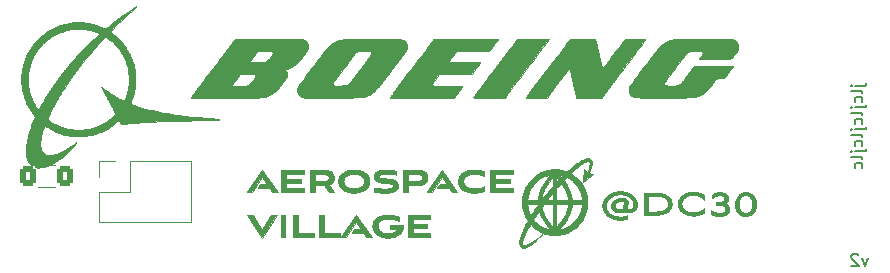
<source format=gbo>
%TF.GenerationSoftware,KiCad,Pcbnew,(6.99.0-2452-gdb4f2d9dd8)*%
%TF.CreationDate,2022-07-19T12:50:50+04:00*%
%TF.ProjectId,Boeing,426f6569-6e67-42e6-9b69-6361645f7063,rev?*%
%TF.SameCoordinates,Original*%
%TF.FileFunction,Legend,Bot*%
%TF.FilePolarity,Positive*%
%FSLAX46Y46*%
G04 Gerber Fmt 4.6, Leading zero omitted, Abs format (unit mm)*
G04 Created by KiCad (PCBNEW (6.99.0-2452-gdb4f2d9dd8)) date 2022-07-19 12:50:50*
%MOMM*%
%LPD*%
G01*
G04 APERTURE LIST*
G04 Aperture macros list*
%AMRoundRect*
0 Rectangle with rounded corners*
0 $1 Rounding radius*
0 $2 $3 $4 $5 $6 $7 $8 $9 X,Y pos of 4 corners*
0 Add a 4 corners polygon primitive as box body*
4,1,4,$2,$3,$4,$5,$6,$7,$8,$9,$2,$3,0*
0 Add four circle primitives for the rounded corners*
1,1,$1+$1,$2,$3*
1,1,$1+$1,$4,$5*
1,1,$1+$1,$6,$7*
1,1,$1+$1,$8,$9*
0 Add four rect primitives between the rounded corners*
20,1,$1+$1,$2,$3,$4,$5,0*
20,1,$1+$1,$4,$5,$6,$7,0*
20,1,$1+$1,$6,$7,$8,$9,0*
20,1,$1+$1,$8,$9,$2,$3,0*%
G04 Aperture macros list end*
%ADD10C,0.030000*%
%ADD11C,0.150000*%
%ADD12C,0.120000*%
%ADD13R,1.800000X1.800000*%
%ADD14C,1.800000*%
%ADD15R,1.700000X1.700000*%
%ADD16O,1.700000X1.700000*%
%ADD17RoundRect,0.250000X0.400000X0.625000X-0.400000X0.625000X-0.400000X-0.625000X0.400000X-0.625000X0*%
G04 APERTURE END LIST*
D10*
G36*
X126568187Y-58527569D02*
G01*
X126645904Y-58426886D01*
X126694591Y-58368275D01*
X126701063Y-58361025D01*
X126709188Y-58351391D01*
X126718640Y-58339790D01*
X126729092Y-58326639D01*
X126751685Y-58297348D01*
X126763171Y-58282041D01*
X126774349Y-58266846D01*
X127095112Y-57835377D01*
X127508968Y-57288680D01*
X127870049Y-56818218D01*
X127985216Y-56671407D01*
X128032488Y-56615453D01*
X128033773Y-56614965D01*
X128035043Y-56614413D01*
X128037526Y-56613128D01*
X128039926Y-56611614D01*
X128042228Y-56609891D01*
X128044419Y-56607976D01*
X128046488Y-56605889D01*
X128048421Y-56603647D01*
X128050206Y-56601270D01*
X128051828Y-56598774D01*
X128053276Y-56596180D01*
X128054537Y-56593505D01*
X128055597Y-56590768D01*
X128056444Y-56587987D01*
X128057065Y-56585181D01*
X128057447Y-56582368D01*
X128057545Y-56580964D01*
X128057578Y-56579566D01*
X128058502Y-56575622D01*
X128061216Y-56569461D01*
X128071643Y-56551011D01*
X128088128Y-56525265D01*
X128109939Y-56493271D01*
X128136347Y-56456079D01*
X128166618Y-56414737D01*
X128200023Y-56370295D01*
X128235831Y-56323802D01*
X128373481Y-56146811D01*
X128454113Y-56042433D01*
X128473475Y-56018367D01*
X128497566Y-55990744D01*
X128557504Y-55927075D01*
X128629058Y-55855932D01*
X128707360Y-55781821D01*
X128787543Y-55709248D01*
X128864737Y-55642718D01*
X128934074Y-55586736D01*
X128964276Y-55564110D01*
X128990688Y-55545810D01*
X129021323Y-55526308D01*
X129054419Y-55506307D01*
X129089364Y-55486095D01*
X129125546Y-55465962D01*
X129162355Y-55446197D01*
X129199180Y-55427090D01*
X129235409Y-55408930D01*
X129270431Y-55392007D01*
X129303635Y-55376611D01*
X129334409Y-55363030D01*
X129362143Y-55351555D01*
X129386226Y-55342474D01*
X129406046Y-55336077D01*
X129420992Y-55332655D01*
X129426446Y-55332149D01*
X129430452Y-55332495D01*
X129432935Y-55333730D01*
X129433817Y-55335889D01*
X129433863Y-55336793D01*
X129433959Y-55337611D01*
X129434103Y-55338344D01*
X129434294Y-55338991D01*
X129434532Y-55339554D01*
X129434814Y-55340034D01*
X129435139Y-55340431D01*
X129435507Y-55340745D01*
X129435915Y-55340978D01*
X129436363Y-55341130D01*
X129436849Y-55341202D01*
X129437373Y-55341194D01*
X129437932Y-55341108D01*
X129438525Y-55340943D01*
X129439152Y-55340701D01*
X129439811Y-55340382D01*
X129440500Y-55339986D01*
X129441219Y-55339515D01*
X129441966Y-55338970D01*
X129442740Y-55338350D01*
X129444363Y-55336890D01*
X129446079Y-55335142D01*
X129447877Y-55333112D01*
X129449746Y-55330803D01*
X129451678Y-55328222D01*
X129453661Y-55325374D01*
X129456876Y-55322100D01*
X129462426Y-55318269D01*
X129470177Y-55313929D01*
X129479998Y-55309128D01*
X129505321Y-55298329D01*
X129537338Y-55286253D01*
X129574994Y-55273279D01*
X129617231Y-55259787D01*
X129662993Y-55246158D01*
X129711224Y-55232770D01*
X129949348Y-55169059D01*
X134791222Y-55169059D01*
X134916898Y-55227103D01*
X134929701Y-55233161D01*
X134942144Y-55239334D01*
X134954164Y-55245577D01*
X134965696Y-55251846D01*
X134976676Y-55258098D01*
X134987039Y-55264288D01*
X134996721Y-55270373D01*
X135005658Y-55276307D01*
X135013784Y-55282047D01*
X135021036Y-55287550D01*
X135027349Y-55292770D01*
X135032658Y-55297664D01*
X135034917Y-55299974D01*
X135036900Y-55302187D01*
X135038601Y-55304296D01*
X135040010Y-55306296D01*
X135041120Y-55308181D01*
X135041923Y-55309946D01*
X135042411Y-55311586D01*
X135042575Y-55313094D01*
X135042627Y-55314527D01*
X135042779Y-55315942D01*
X135043030Y-55317336D01*
X135043377Y-55318709D01*
X135043818Y-55320058D01*
X135044350Y-55321382D01*
X135044971Y-55322679D01*
X135045677Y-55323946D01*
X135046467Y-55325183D01*
X135047338Y-55326388D01*
X135048287Y-55327558D01*
X135049313Y-55328692D01*
X135051581Y-55330845D01*
X135054123Y-55332832D01*
X135056918Y-55334638D01*
X135059946Y-55336250D01*
X135063188Y-55337654D01*
X135066622Y-55338834D01*
X135070229Y-55339777D01*
X135073989Y-55340468D01*
X135077881Y-55340894D01*
X135081886Y-55341038D01*
X135086590Y-55341608D01*
X135091771Y-55343271D01*
X135097382Y-55345963D01*
X135103377Y-55349618D01*
X135109713Y-55354169D01*
X135116343Y-55359551D01*
X135130304Y-55372545D01*
X135144898Y-55388072D01*
X135159761Y-55405606D01*
X135174531Y-55424619D01*
X135188844Y-55444585D01*
X135202338Y-55464976D01*
X135214649Y-55485266D01*
X135225414Y-55504928D01*
X135234271Y-55523436D01*
X135240857Y-55540261D01*
X135243184Y-55547878D01*
X135244807Y-55554877D01*
X135245681Y-55561193D01*
X135245760Y-55566758D01*
X135244999Y-55571508D01*
X135243353Y-55575377D01*
X135242577Y-55576709D01*
X135241891Y-55578050D01*
X135241293Y-55579399D01*
X135240782Y-55580752D01*
X135240357Y-55582109D01*
X135240018Y-55583466D01*
X135239764Y-55584820D01*
X135239592Y-55586171D01*
X135239504Y-55587515D01*
X135239497Y-55588850D01*
X135239570Y-55590173D01*
X135239723Y-55591484D01*
X135239955Y-55592778D01*
X135240265Y-55594055D01*
X135240652Y-55595311D01*
X135241114Y-55596544D01*
X135241652Y-55597753D01*
X135242264Y-55598934D01*
X135242948Y-55600085D01*
X135243705Y-55601205D01*
X135244533Y-55602290D01*
X135245431Y-55603339D01*
X135246399Y-55604349D01*
X135247435Y-55605317D01*
X135248538Y-55606243D01*
X135249708Y-55607122D01*
X135250943Y-55607954D01*
X135252243Y-55608735D01*
X135253607Y-55609463D01*
X135255033Y-55610136D01*
X135256521Y-55610752D01*
X135258070Y-55611309D01*
X135264925Y-55614978D01*
X135271156Y-55621093D01*
X135276772Y-55629486D01*
X135281786Y-55639987D01*
X135286210Y-55652430D01*
X135290053Y-55666647D01*
X135296049Y-55699727D01*
X135299864Y-55737885D01*
X135301591Y-55779777D01*
X135301321Y-55824057D01*
X135299146Y-55869383D01*
X135295157Y-55914410D01*
X135289447Y-55957794D01*
X135282107Y-55998191D01*
X135273228Y-56034257D01*
X135262903Y-56064648D01*
X135257226Y-56077295D01*
X135251222Y-56088020D01*
X135244902Y-56096654D01*
X135238278Y-56103029D01*
X135231362Y-56106977D01*
X135224163Y-56108330D01*
X135222853Y-56108365D01*
X135221602Y-56108467D01*
X135220410Y-56108634D01*
X135219278Y-56108866D01*
X135218206Y-56109160D01*
X135217196Y-56109515D01*
X135216247Y-56109929D01*
X135215361Y-56110401D01*
X135214538Y-56110928D01*
X135213778Y-56111509D01*
X135213082Y-56112143D01*
X135212452Y-56112827D01*
X135211886Y-56113560D01*
X135211387Y-56114341D01*
X135210955Y-56115167D01*
X135210590Y-56116037D01*
X135210293Y-56116950D01*
X135210064Y-56117903D01*
X135209905Y-56118895D01*
X135209815Y-56119924D01*
X135209796Y-56120989D01*
X135209848Y-56122087D01*
X135209972Y-56123218D01*
X135210168Y-56124380D01*
X135210437Y-56125570D01*
X135210779Y-56126787D01*
X135211196Y-56128030D01*
X135211687Y-56129297D01*
X135212254Y-56130585D01*
X135212897Y-56131894D01*
X135213616Y-56133222D01*
X135214413Y-56134567D01*
X135215164Y-56135992D01*
X135215748Y-56137558D01*
X135216168Y-56139259D01*
X135216426Y-56141090D01*
X135216525Y-56143045D01*
X135216468Y-56145118D01*
X135215899Y-56149598D01*
X135214740Y-56154484D01*
X135213015Y-56159731D01*
X135210747Y-56165294D01*
X135207958Y-56171130D01*
X135204672Y-56177191D01*
X135200912Y-56183435D01*
X135196700Y-56189815D01*
X135192060Y-56196286D01*
X135187014Y-56202805D01*
X135181585Y-56209325D01*
X135175796Y-56215803D01*
X135169671Y-56222192D01*
X135163273Y-56228802D01*
X135156686Y-56235926D01*
X135143143Y-56251449D01*
X135129439Y-56268228D01*
X135115973Y-56285730D01*
X135103144Y-56303420D01*
X135091351Y-56320765D01*
X135085967Y-56329142D01*
X135080992Y-56337232D01*
X135076474Y-56344969D01*
X135072465Y-56352286D01*
X135068377Y-56359718D01*
X135063628Y-56367791D01*
X135052378Y-56385546D01*
X135039176Y-56404930D01*
X135024482Y-56425316D01*
X135008758Y-56446082D01*
X134992465Y-56466604D01*
X134976064Y-56486257D01*
X134960017Y-56504417D01*
X134944712Y-56521487D01*
X134930433Y-56538013D01*
X134917493Y-56553590D01*
X134911622Y-56560897D01*
X134906204Y-56567814D01*
X134901277Y-56574292D01*
X134896880Y-56580280D01*
X134893053Y-56585727D01*
X134889833Y-56590583D01*
X134887261Y-56594797D01*
X134885376Y-56598319D01*
X134884216Y-56601098D01*
X134883920Y-56602193D01*
X134883820Y-56603084D01*
X134881601Y-56608997D01*
X134875243Y-56619890D01*
X134851908Y-56654274D01*
X134817408Y-56701563D01*
X134775338Y-56757081D01*
X134729292Y-56816156D01*
X134682864Y-56874113D01*
X134639648Y-56926278D01*
X134603239Y-56967976D01*
X134597482Y-56974421D01*
X134591720Y-56981116D01*
X134585992Y-56988008D01*
X134580333Y-56995045D01*
X134569372Y-57009337D01*
X134559134Y-57023570D01*
X134554378Y-57030532D01*
X134549913Y-57037319D01*
X134545776Y-57043879D01*
X134542005Y-57050159D01*
X134538635Y-57056106D01*
X134535705Y-57061667D01*
X134533250Y-57066788D01*
X134531308Y-57071417D01*
X134529512Y-57075729D01*
X134527488Y-57079920D01*
X134525259Y-57083969D01*
X134522847Y-57087853D01*
X134520275Y-57091551D01*
X134517564Y-57095042D01*
X134514738Y-57098303D01*
X134511819Y-57101313D01*
X134508828Y-57104050D01*
X134505788Y-57106492D01*
X134504257Y-57107596D01*
X134502722Y-57108618D01*
X134501186Y-57109556D01*
X134499652Y-57110407D01*
X134498122Y-57111167D01*
X134496599Y-57111835D01*
X134495087Y-57112408D01*
X134493588Y-57112883D01*
X134492104Y-57113257D01*
X134490639Y-57113527D01*
X134489195Y-57113691D01*
X134487775Y-57113747D01*
X134486376Y-57113790D01*
X134484996Y-57113920D01*
X134483635Y-57114133D01*
X134482295Y-57114427D01*
X134480977Y-57114801D01*
X134479685Y-57115252D01*
X134478419Y-57115779D01*
X134477181Y-57116378D01*
X134475973Y-57117048D01*
X134474797Y-57117786D01*
X134473654Y-57118592D01*
X134472547Y-57119461D01*
X134471476Y-57120393D01*
X134470444Y-57121386D01*
X134469453Y-57122436D01*
X134468504Y-57123542D01*
X134467598Y-57124701D01*
X134466739Y-57125913D01*
X134465164Y-57128481D01*
X134463793Y-57131231D01*
X134462639Y-57134144D01*
X134462149Y-57135656D01*
X134461718Y-57137203D01*
X134461349Y-57138783D01*
X134461042Y-57140392D01*
X134460801Y-57142030D01*
X134460627Y-57143694D01*
X134460521Y-57145381D01*
X134460485Y-57147090D01*
X134460169Y-57150829D01*
X134459242Y-57155133D01*
X134457736Y-57159952D01*
X134455680Y-57165235D01*
X134453108Y-57170931D01*
X134450049Y-57176990D01*
X134446535Y-57183359D01*
X134442598Y-57189990D01*
X134438268Y-57196830D01*
X134433577Y-57203828D01*
X134428556Y-57210935D01*
X134423236Y-57218099D01*
X134417649Y-57225269D01*
X134411825Y-57232394D01*
X134405796Y-57239424D01*
X134399593Y-57246308D01*
X134393291Y-57253279D01*
X134386971Y-57260564D01*
X134380674Y-57268104D01*
X134374441Y-57275839D01*
X134368313Y-57283711D01*
X134362332Y-57291659D01*
X134356538Y-57299624D01*
X134350972Y-57307547D01*
X134345676Y-57315368D01*
X134340691Y-57323028D01*
X134336056Y-57330468D01*
X134331815Y-57337627D01*
X134328007Y-57344447D01*
X134324673Y-57350867D01*
X134321856Y-57356829D01*
X134319595Y-57362273D01*
X134318595Y-57364820D01*
X134317567Y-57367294D01*
X134316514Y-57369693D01*
X134315438Y-57372016D01*
X134314341Y-57374259D01*
X134313226Y-57376421D01*
X134312093Y-57378499D01*
X134310947Y-57380491D01*
X134309788Y-57382395D01*
X134308620Y-57384209D01*
X134307444Y-57385931D01*
X134306263Y-57387557D01*
X134305078Y-57389087D01*
X134303892Y-57390518D01*
X134302708Y-57391847D01*
X134301527Y-57393073D01*
X134300352Y-57394193D01*
X134299185Y-57395205D01*
X134298028Y-57396106D01*
X134296883Y-57396896D01*
X134295753Y-57397570D01*
X134294640Y-57398128D01*
X134293545Y-57398567D01*
X134292472Y-57398884D01*
X134291423Y-57399078D01*
X134290399Y-57399146D01*
X134289403Y-57399086D01*
X134288437Y-57398897D01*
X134287503Y-57398574D01*
X134286604Y-57398117D01*
X134285742Y-57397524D01*
X134284919Y-57396791D01*
X134284042Y-57396138D01*
X134283022Y-57395781D01*
X134281862Y-57395713D01*
X134280567Y-57395929D01*
X134277594Y-57397187D01*
X134274142Y-57399505D01*
X134270248Y-57402834D01*
X134265952Y-57407126D01*
X134261292Y-57412331D01*
X134256308Y-57418402D01*
X134251038Y-57425288D01*
X134245520Y-57432941D01*
X134239794Y-57441312D01*
X134233898Y-57450352D01*
X134227870Y-57460012D01*
X134221750Y-57470243D01*
X134215577Y-57480996D01*
X134209388Y-57492223D01*
X134203150Y-57503504D01*
X134196829Y-57514417D01*
X134190470Y-57524906D01*
X134184115Y-57534919D01*
X134177810Y-57544400D01*
X134171597Y-57553295D01*
X134165520Y-57561550D01*
X134159623Y-57569110D01*
X134153950Y-57575922D01*
X134148544Y-57581931D01*
X134143448Y-57587083D01*
X134141031Y-57589320D01*
X134138707Y-57591323D01*
X134136483Y-57593084D01*
X134134364Y-57594597D01*
X134132356Y-57595855D01*
X134130463Y-57596851D01*
X134128692Y-57597578D01*
X134127048Y-57598030D01*
X134125536Y-57598200D01*
X134124162Y-57598081D01*
X134122866Y-57597861D01*
X134121587Y-57597728D01*
X134120326Y-57597682D01*
X134119084Y-57597720D01*
X134117864Y-57597841D01*
X134116667Y-57598043D01*
X134115494Y-57598325D01*
X134114348Y-57598683D01*
X134113229Y-57599117D01*
X134112140Y-57599626D01*
X134111081Y-57600206D01*
X134110056Y-57600856D01*
X134109064Y-57601575D01*
X134108109Y-57602361D01*
X134107191Y-57603211D01*
X134106312Y-57604125D01*
X134105473Y-57605100D01*
X134104678Y-57606135D01*
X134103926Y-57607227D01*
X134103219Y-57608376D01*
X134102560Y-57609579D01*
X134101950Y-57610834D01*
X134101390Y-57612140D01*
X134100882Y-57613495D01*
X134100428Y-57614897D01*
X134100029Y-57616344D01*
X134099688Y-57617835D01*
X134099404Y-57619368D01*
X134099181Y-57620941D01*
X134099020Y-57622552D01*
X134098922Y-57624199D01*
X134098888Y-57625881D01*
X134097934Y-57630466D01*
X134095134Y-57637332D01*
X134090582Y-57646342D01*
X134084373Y-57657357D01*
X134067360Y-57684850D01*
X134044850Y-57718704D01*
X134017597Y-57757813D01*
X133986355Y-57801071D01*
X133951880Y-57847372D01*
X133914925Y-57895609D01*
X133836430Y-57997464D01*
X133758703Y-58099754D01*
X133690717Y-58190587D01*
X133641445Y-58258069D01*
X133632144Y-58270871D01*
X133622745Y-58283315D01*
X133613313Y-58295335D01*
X133603911Y-58306867D01*
X133594604Y-58317847D01*
X133585454Y-58328210D01*
X133576527Y-58337892D01*
X133567886Y-58346828D01*
X133559595Y-58354954D01*
X133551718Y-58362206D01*
X133544319Y-58368519D01*
X133537461Y-58373829D01*
X133531210Y-58378071D01*
X133528331Y-58379771D01*
X133525628Y-58381180D01*
X133523108Y-58382291D01*
X133520780Y-58383094D01*
X133518651Y-58383581D01*
X133516730Y-58383746D01*
X133514925Y-58383803D01*
X133513144Y-58383973D01*
X133511387Y-58384254D01*
X133509658Y-58384641D01*
X133507959Y-58385134D01*
X133506292Y-58385728D01*
X133504658Y-58386421D01*
X133503062Y-58387209D01*
X133501503Y-58388092D01*
X133499986Y-58389064D01*
X133498512Y-58390124D01*
X133497083Y-58391269D01*
X133495702Y-58392496D01*
X133494371Y-58393802D01*
X133493093Y-58395185D01*
X133491868Y-58396641D01*
X133489592Y-58399763D01*
X133487561Y-58403144D01*
X133485793Y-58406764D01*
X133484305Y-58410600D01*
X133483117Y-58414628D01*
X133482641Y-58416707D01*
X133482246Y-58418827D01*
X133481935Y-58420983D01*
X133481710Y-58423173D01*
X133481574Y-58425395D01*
X133481528Y-58427645D01*
X133480981Y-58432909D01*
X133479375Y-58439368D01*
X133473203Y-58455562D01*
X133463445Y-58475624D01*
X133450532Y-58498949D01*
X133434895Y-58524930D01*
X133416966Y-58552964D01*
X133397176Y-58582446D01*
X133375957Y-58612770D01*
X133353741Y-58643332D01*
X133330958Y-58673527D01*
X133308042Y-58702749D01*
X133285422Y-58730395D01*
X133263531Y-58755858D01*
X133242801Y-58778534D01*
X133223662Y-58797818D01*
X133206547Y-58813105D01*
X133200988Y-58817765D01*
X133195815Y-58822301D01*
X133191043Y-58826689D01*
X133186691Y-58830905D01*
X133184678Y-58832941D01*
X133182776Y-58834925D01*
X133180987Y-58836854D01*
X133179313Y-58838725D01*
X133177758Y-58840536D01*
X133176322Y-58842283D01*
X133175007Y-58843962D01*
X133173817Y-58845572D01*
X133172753Y-58847110D01*
X133171818Y-58848571D01*
X133171013Y-58849954D01*
X133170340Y-58851255D01*
X133169802Y-58852471D01*
X133169401Y-58853600D01*
X133169139Y-58854638D01*
X133169017Y-58855582D01*
X133169040Y-58856430D01*
X133169207Y-58857178D01*
X133169346Y-58857514D01*
X133169522Y-58857823D01*
X133169735Y-58858107D01*
X133169987Y-58858363D01*
X133170276Y-58858593D01*
X133170603Y-58858795D01*
X133171373Y-58859115D01*
X133172300Y-58859320D01*
X133173384Y-58859408D01*
X133174981Y-58859717D01*
X133176077Y-58860545D01*
X133176676Y-58861888D01*
X133176781Y-58863741D01*
X133175523Y-58868960D01*
X133172328Y-58876167D01*
X133167224Y-58885326D01*
X133160235Y-58896401D01*
X133140712Y-58924159D01*
X133113967Y-58959155D01*
X133080212Y-59001107D01*
X133039655Y-59049728D01*
X132992506Y-59104735D01*
X132988416Y-59109570D01*
X132984441Y-59114500D01*
X132980602Y-59119491D01*
X132976918Y-59124506D01*
X132973411Y-59129512D01*
X132970101Y-59134471D01*
X132967008Y-59139349D01*
X132964154Y-59144110D01*
X132961558Y-59148720D01*
X132959242Y-59153142D01*
X132957225Y-59157341D01*
X132955530Y-59161282D01*
X132954175Y-59164929D01*
X132953181Y-59168248D01*
X132952570Y-59171202D01*
X132952415Y-59172531D01*
X132952362Y-59173756D01*
X132951085Y-59179274D01*
X132947344Y-59186900D01*
X132933000Y-59207964D01*
X132910396Y-59235915D01*
X132880599Y-59269722D01*
X132803686Y-59350779D01*
X132710790Y-59442883D01*
X132610436Y-59537783D01*
X132511154Y-59627227D01*
X132421469Y-59702962D01*
X132382891Y-59733110D01*
X132349911Y-59756737D01*
X132309366Y-59783286D01*
X132267915Y-59809111D01*
X132225601Y-59834195D01*
X132182465Y-59858518D01*
X132138551Y-59882061D01*
X132093900Y-59904806D01*
X132002559Y-59947823D01*
X131908781Y-59987418D01*
X131812905Y-60023440D01*
X131715271Y-60055737D01*
X131616216Y-60084159D01*
X131616225Y-60084164D01*
X131540855Y-60102378D01*
X131450968Y-60116269D01*
X131317817Y-60126538D01*
X131112652Y-60133888D01*
X130371278Y-60142639D01*
X128996851Y-60148141D01*
X128219801Y-60150507D01*
X127628739Y-60151568D01*
X127394344Y-60151458D01*
X127196115Y-60150841D01*
X127030608Y-60149657D01*
X126894380Y-60147845D01*
X126783985Y-60145345D01*
X126695982Y-60142098D01*
X126659301Y-60140175D01*
X126626926Y-60138043D01*
X126598427Y-60135693D01*
X126573373Y-60133119D01*
X126551335Y-60130313D01*
X126531880Y-60127267D01*
X126514580Y-60123974D01*
X126499003Y-60120427D01*
X126484720Y-60116617D01*
X126471299Y-60112537D01*
X126445323Y-60103538D01*
X126412861Y-60091035D01*
X126382073Y-60077772D01*
X126352880Y-60063680D01*
X126325206Y-60048688D01*
X126298973Y-60032725D01*
X126274103Y-60015721D01*
X126250519Y-59997604D01*
X126228143Y-59978303D01*
X126206898Y-59957749D01*
X126186707Y-59935870D01*
X126167492Y-59912596D01*
X126149175Y-59887855D01*
X126131680Y-59861577D01*
X126114928Y-59833691D01*
X126098843Y-59804127D01*
X126083346Y-59772813D01*
X126069329Y-59740540D01*
X126057035Y-59706824D01*
X126046471Y-59671918D01*
X126037644Y-59636074D01*
X126030558Y-59599544D01*
X126025222Y-59562581D01*
X126021641Y-59525435D01*
X126019822Y-59488360D01*
X126019771Y-59451607D01*
X126021494Y-59415428D01*
X126024998Y-59380077D01*
X126030289Y-59345804D01*
X126037374Y-59312862D01*
X126046259Y-59281503D01*
X126056951Y-59251979D01*
X126069455Y-59224543D01*
X126104900Y-59167917D01*
X126173158Y-59068651D01*
X126266710Y-58938283D01*
X129017352Y-58938283D01*
X129017404Y-58946984D01*
X129017833Y-58955590D01*
X129018634Y-58964092D01*
X129019803Y-58972483D01*
X129021336Y-58980756D01*
X129023229Y-58988903D01*
X129025476Y-58996916D01*
X129028075Y-59004788D01*
X129031019Y-59012512D01*
X129034306Y-59020080D01*
X129037930Y-59027485D01*
X129041888Y-59034718D01*
X129046175Y-59041773D01*
X129050787Y-59048643D01*
X129055719Y-59055318D01*
X129060967Y-59061793D01*
X129066528Y-59068059D01*
X129072395Y-59074110D01*
X129078566Y-59079936D01*
X129085035Y-59085532D01*
X129091799Y-59090890D01*
X129098854Y-59096001D01*
X129106194Y-59100860D01*
X129113815Y-59105457D01*
X129121714Y-59109786D01*
X129129886Y-59113838D01*
X129138326Y-59117608D01*
X129147030Y-59121086D01*
X129147032Y-59121081D01*
X129165838Y-59124170D01*
X129202511Y-59126529D01*
X129254880Y-59128146D01*
X129320774Y-59129005D01*
X129484458Y-59128392D01*
X129676200Y-59124576D01*
X129886925Y-59117613D01*
X129973990Y-59112787D01*
X130050656Y-59106185D01*
X130085512Y-59102012D01*
X130118274Y-59097148D01*
X130149112Y-59091509D01*
X130178195Y-59085015D01*
X130205691Y-59077582D01*
X130231769Y-59069127D01*
X130256597Y-59059569D01*
X130280346Y-59048825D01*
X130303182Y-59036812D01*
X130325276Y-59023449D01*
X130346796Y-59008651D01*
X130367910Y-58992338D01*
X130388788Y-58974427D01*
X130409598Y-58954835D01*
X130430510Y-58933479D01*
X130451691Y-58910278D01*
X130495539Y-58858008D01*
X130542492Y-58797366D01*
X130593901Y-58727692D01*
X130651116Y-58648326D01*
X130689941Y-58594552D01*
X130726883Y-58544095D01*
X130761899Y-58497004D01*
X130794948Y-58453328D01*
X130825989Y-58413113D01*
X130854981Y-58376410D01*
X130881882Y-58343267D01*
X130906650Y-58313730D01*
X130929246Y-58287850D01*
X130949626Y-58265674D01*
X130967751Y-58247250D01*
X130983579Y-58232628D01*
X130990618Y-58226757D01*
X130997068Y-58221855D01*
X131002922Y-58217927D01*
X131008177Y-58214979D01*
X131012826Y-58213018D01*
X131016864Y-58212049D01*
X131020287Y-58212079D01*
X131023090Y-58213114D01*
X131024285Y-58213818D01*
X131025430Y-58214420D01*
X131026524Y-58214923D01*
X131027566Y-58215328D01*
X131028556Y-58215636D01*
X131029493Y-58215848D01*
X131030376Y-58215966D01*
X131031205Y-58215991D01*
X131031978Y-58215925D01*
X131032697Y-58215768D01*
X131033358Y-58215523D01*
X131033963Y-58215190D01*
X131034511Y-58214771D01*
X131035000Y-58214267D01*
X131035431Y-58213679D01*
X131035801Y-58213009D01*
X131036112Y-58212259D01*
X131036362Y-58211429D01*
X131036551Y-58210521D01*
X131036678Y-58209536D01*
X131036742Y-58208475D01*
X131036742Y-58207341D01*
X131036679Y-58206133D01*
X131036551Y-58204854D01*
X131036099Y-58202088D01*
X131035380Y-58199051D01*
X131034390Y-58195756D01*
X131033124Y-58192213D01*
X131032848Y-58187637D01*
X131034500Y-58180664D01*
X131043151Y-58160144D01*
X131058198Y-58131887D01*
X131078765Y-58097131D01*
X131132950Y-58013064D01*
X131198691Y-57917834D01*
X131268970Y-57821329D01*
X131336772Y-57733440D01*
X131367552Y-57695817D01*
X131395081Y-57664056D01*
X131418483Y-57639395D01*
X131436881Y-57623068D01*
X131439107Y-57621373D01*
X131441257Y-57619699D01*
X131443328Y-57618049D01*
X131445318Y-57616424D01*
X131447227Y-57614828D01*
X131449052Y-57613261D01*
X131450793Y-57611726D01*
X131452446Y-57610226D01*
X131454011Y-57608762D01*
X131455486Y-57607337D01*
X131456870Y-57605952D01*
X131458161Y-57604610D01*
X131459357Y-57603313D01*
X131460456Y-57602062D01*
X131461457Y-57600861D01*
X131462359Y-57599711D01*
X131463160Y-57598614D01*
X131463858Y-57597572D01*
X131464452Y-57596589D01*
X131464939Y-57595664D01*
X131465319Y-57594802D01*
X131465590Y-57594003D01*
X131465750Y-57593271D01*
X131465797Y-57592606D01*
X131465778Y-57592300D01*
X131465731Y-57592012D01*
X131465654Y-57591742D01*
X131465548Y-57591490D01*
X131465413Y-57591257D01*
X131465249Y-57591043D01*
X131465055Y-57590848D01*
X131464831Y-57590672D01*
X131464576Y-57590516D01*
X131464292Y-57590380D01*
X131463631Y-57590169D01*
X131462846Y-57590040D01*
X131461936Y-57589997D01*
X131460707Y-57588984D01*
X131461082Y-57586030D01*
X131466262Y-57574807D01*
X131476702Y-57557342D01*
X131491633Y-57534650D01*
X131531880Y-57477643D01*
X131580829Y-57411904D01*
X131632308Y-57345551D01*
X131680146Y-57286703D01*
X131700771Y-57262629D01*
X131718171Y-57243476D01*
X131731575Y-57230258D01*
X131736537Y-57226192D01*
X131740211Y-57223990D01*
X131741314Y-57223507D01*
X131742403Y-57222970D01*
X131744534Y-57221740D01*
X131746592Y-57220318D01*
X131748567Y-57218718D01*
X131750448Y-57216958D01*
X131752223Y-57215054D01*
X131753881Y-57213024D01*
X131755412Y-57210882D01*
X131756804Y-57208646D01*
X131758047Y-57206333D01*
X131759128Y-57203958D01*
X131760038Y-57201539D01*
X131760765Y-57199092D01*
X131761298Y-57196633D01*
X131761625Y-57194180D01*
X131761709Y-57192960D01*
X131761737Y-57191747D01*
X131763112Y-57187538D01*
X131767147Y-57179869D01*
X131782650Y-57154924D01*
X131807161Y-57118448D01*
X131839592Y-57071979D01*
X131923865Y-56955212D01*
X132026773Y-56816921D01*
X132080345Y-56745070D01*
X132130962Y-56675600D01*
X132177472Y-56610205D01*
X132218721Y-56550580D01*
X132253556Y-56498421D01*
X132280822Y-56455422D01*
X132291256Y-56437887D01*
X132299366Y-56423278D01*
X132305007Y-56411806D01*
X132308035Y-56403684D01*
X132309762Y-56396012D01*
X132310948Y-56388234D01*
X132311594Y-56380356D01*
X132311701Y-56372384D01*
X132311272Y-56364322D01*
X132310307Y-56356178D01*
X132308809Y-56347956D01*
X132306778Y-56339662D01*
X132304217Y-56331302D01*
X132301126Y-56322880D01*
X132297509Y-56314404D01*
X132293365Y-56305878D01*
X132288696Y-56297309D01*
X132283505Y-56288701D01*
X132277792Y-56280060D01*
X132271560Y-56271393D01*
X132218865Y-56200934D01*
X131135297Y-56200934D01*
X131026134Y-56276636D01*
X131014430Y-56285122D01*
X131001909Y-56294888D01*
X130988684Y-56305820D01*
X130974870Y-56317802D01*
X130945925Y-56344456D01*
X130915984Y-56373926D01*
X130885956Y-56405291D01*
X130856750Y-56437629D01*
X130829276Y-56470016D01*
X130816473Y-56485940D01*
X130804443Y-56501531D01*
X130757972Y-56562592D01*
X130714623Y-56618558D01*
X130679247Y-56663231D01*
X130666063Y-56679396D01*
X130656691Y-56690414D01*
X130647973Y-56700683D01*
X130636665Y-56714705D01*
X130608178Y-56751504D01*
X130575028Y-56795818D01*
X130541010Y-56842650D01*
X130532698Y-56854043D01*
X130524393Y-56864978D01*
X130516146Y-56875402D01*
X130508012Y-56885265D01*
X130500042Y-56894517D01*
X130492288Y-56903107D01*
X130484805Y-56910984D01*
X130477644Y-56918098D01*
X130470858Y-56924397D01*
X130464501Y-56929831D01*
X130458623Y-56934350D01*
X130455881Y-56936250D01*
X130453279Y-56937903D01*
X130450823Y-56939301D01*
X130448520Y-56940439D01*
X130446377Y-56941309D01*
X130444401Y-56941907D01*
X130442597Y-56942225D01*
X130440972Y-56942257D01*
X130439533Y-56941996D01*
X130438287Y-56941437D01*
X130437121Y-56940773D01*
X130435920Y-56940196D01*
X130434686Y-56939708D01*
X130433424Y-56939305D01*
X130432134Y-56938988D01*
X130430820Y-56938756D01*
X130429485Y-56938606D01*
X130428131Y-56938538D01*
X130426761Y-56938552D01*
X130425377Y-56938645D01*
X130423982Y-56938817D01*
X130422579Y-56939066D01*
X130421171Y-56939392D01*
X130419759Y-56939793D01*
X130418347Y-56940269D01*
X130416938Y-56940818D01*
X130415534Y-56941439D01*
X130414137Y-56942131D01*
X130412751Y-56942893D01*
X130411377Y-56943723D01*
X130410020Y-56944622D01*
X130408680Y-56945587D01*
X130407362Y-56946617D01*
X130406067Y-56947712D01*
X130404798Y-56948870D01*
X130403558Y-56950090D01*
X130402350Y-56951371D01*
X130401176Y-56952712D01*
X130400039Y-56954112D01*
X130398942Y-56955570D01*
X130397886Y-56957084D01*
X130396876Y-56958654D01*
X130394824Y-56962108D01*
X130393150Y-56965213D01*
X130392455Y-56966634D01*
X130391853Y-56967967D01*
X130391345Y-56969211D01*
X130390930Y-56970367D01*
X130390609Y-56971433D01*
X130390380Y-56972410D01*
X130390243Y-56973298D01*
X130390199Y-56974096D01*
X130390247Y-56974804D01*
X130390386Y-56975421D01*
X130390617Y-56975948D01*
X130390939Y-56976384D01*
X130391352Y-56976729D01*
X130391856Y-56976982D01*
X130392450Y-56977143D01*
X130393134Y-56977212D01*
X130393908Y-56977189D01*
X130394772Y-56977073D01*
X130395724Y-56976865D01*
X130396766Y-56976563D01*
X130397897Y-56976168D01*
X130399116Y-56975678D01*
X130400424Y-56975095D01*
X130401820Y-56974418D01*
X130404874Y-56972779D01*
X130408276Y-56970759D01*
X130409843Y-56969811D01*
X130411389Y-56968915D01*
X130412914Y-56968072D01*
X130414414Y-56967281D01*
X130415889Y-56966543D01*
X130417336Y-56965859D01*
X130418754Y-56965228D01*
X130420140Y-56964651D01*
X130421492Y-56964128D01*
X130422809Y-56963658D01*
X130424088Y-56963243D01*
X130425327Y-56962883D01*
X130426526Y-56962577D01*
X130427680Y-56962326D01*
X130428790Y-56962130D01*
X130429852Y-56961989D01*
X130430865Y-56961904D01*
X130431827Y-56961875D01*
X130432736Y-56961901D01*
X130433589Y-56961984D01*
X130434386Y-56962123D01*
X130435123Y-56962319D01*
X130435800Y-56962571D01*
X130436414Y-56962880D01*
X130436962Y-56963247D01*
X130437444Y-56963670D01*
X130437857Y-56964152D01*
X130438200Y-56964691D01*
X130438470Y-56965288D01*
X130438665Y-56965943D01*
X130438783Y-56966657D01*
X130438823Y-56967429D01*
X130410987Y-57008839D01*
X130336713Y-57111646D01*
X130104247Y-57426864D01*
X129852222Y-57763918D01*
X129691435Y-57973642D01*
X129675325Y-57994531D01*
X129647347Y-58031849D01*
X129571521Y-58134640D01*
X129527703Y-58194009D01*
X129481159Y-58256201D01*
X129437445Y-58313836D01*
X129402121Y-58359537D01*
X129364534Y-58408190D01*
X129314662Y-58473868D01*
X129259004Y-58547964D01*
X129204058Y-58621870D01*
X129178134Y-58656591D01*
X129153184Y-58689321D01*
X129129810Y-58719318D01*
X129108612Y-58745841D01*
X129090190Y-58768151D01*
X129082208Y-58777494D01*
X129075146Y-58785506D01*
X129069078Y-58792094D01*
X129064079Y-58797166D01*
X129060224Y-58800629D01*
X129058750Y-58801729D01*
X129057590Y-58802391D01*
X129055526Y-58803736D01*
X129053345Y-58805978D01*
X129051065Y-58809065D01*
X129048705Y-58812944D01*
X129046285Y-58817566D01*
X129043822Y-58822878D01*
X129041335Y-58828830D01*
X129038844Y-58835369D01*
X129033923Y-58850004D01*
X129029207Y-58866373D01*
X129024849Y-58884064D01*
X129020996Y-58902666D01*
X129019498Y-58911677D01*
X129018395Y-58920621D01*
X129017680Y-58929492D01*
X129017352Y-58938283D01*
X126266710Y-58938283D01*
X126366889Y-58798677D01*
X126568187Y-58527569D01*
G37*
X126568187Y-58527569D02*
X126645904Y-58426886D01*
X126694591Y-58368275D01*
X126701063Y-58361025D01*
X126709188Y-58351391D01*
X126718640Y-58339790D01*
X126729092Y-58326639D01*
X126751685Y-58297348D01*
X126763171Y-58282041D01*
X126774349Y-58266846D01*
X127095112Y-57835377D01*
X127508968Y-57288680D01*
X127870049Y-56818218D01*
X127985216Y-56671407D01*
X128032488Y-56615453D01*
X128033773Y-56614965D01*
X128035043Y-56614413D01*
X128037526Y-56613128D01*
X128039926Y-56611614D01*
X128042228Y-56609891D01*
X128044419Y-56607976D01*
X128046488Y-56605889D01*
X128048421Y-56603647D01*
X128050206Y-56601270D01*
X128051828Y-56598774D01*
X128053276Y-56596180D01*
X128054537Y-56593505D01*
X128055597Y-56590768D01*
X128056444Y-56587987D01*
X128057065Y-56585181D01*
X128057447Y-56582368D01*
X128057545Y-56580964D01*
X128057578Y-56579566D01*
X128058502Y-56575622D01*
X128061216Y-56569461D01*
X128071643Y-56551011D01*
X128088128Y-56525265D01*
X128109939Y-56493271D01*
X128136347Y-56456079D01*
X128166618Y-56414737D01*
X128200023Y-56370295D01*
X128235831Y-56323802D01*
X128373481Y-56146811D01*
X128454113Y-56042433D01*
X128473475Y-56018367D01*
X128497566Y-55990744D01*
X128557504Y-55927075D01*
X128629058Y-55855932D01*
X128707360Y-55781821D01*
X128787543Y-55709248D01*
X128864737Y-55642718D01*
X128934074Y-55586736D01*
X128964276Y-55564110D01*
X128990688Y-55545810D01*
X129021323Y-55526308D01*
X129054419Y-55506307D01*
X129089364Y-55486095D01*
X129125546Y-55465962D01*
X129162355Y-55446197D01*
X129199180Y-55427090D01*
X129235409Y-55408930D01*
X129270431Y-55392007D01*
X129303635Y-55376611D01*
X129334409Y-55363030D01*
X129362143Y-55351555D01*
X129386226Y-55342474D01*
X129406046Y-55336077D01*
X129420992Y-55332655D01*
X129426446Y-55332149D01*
X129430452Y-55332495D01*
X129432935Y-55333730D01*
X129433817Y-55335889D01*
X129433863Y-55336793D01*
X129433959Y-55337611D01*
X129434103Y-55338344D01*
X129434294Y-55338991D01*
X129434532Y-55339554D01*
X129434814Y-55340034D01*
X129435139Y-55340431D01*
X129435507Y-55340745D01*
X129435915Y-55340978D01*
X129436363Y-55341130D01*
X129436849Y-55341202D01*
X129437373Y-55341194D01*
X129437932Y-55341108D01*
X129438525Y-55340943D01*
X129439152Y-55340701D01*
X129439811Y-55340382D01*
X129440500Y-55339986D01*
X129441219Y-55339515D01*
X129441966Y-55338970D01*
X129442740Y-55338350D01*
X129444363Y-55336890D01*
X129446079Y-55335142D01*
X129447877Y-55333112D01*
X129449746Y-55330803D01*
X129451678Y-55328222D01*
X129453661Y-55325374D01*
X129456876Y-55322100D01*
X129462426Y-55318269D01*
X129470177Y-55313929D01*
X129479998Y-55309128D01*
X129505321Y-55298329D01*
X129537338Y-55286253D01*
X129574994Y-55273279D01*
X129617231Y-55259787D01*
X129662993Y-55246158D01*
X129711224Y-55232770D01*
X129949348Y-55169059D01*
X134791222Y-55169059D01*
X134916898Y-55227103D01*
X134929701Y-55233161D01*
X134942144Y-55239334D01*
X134954164Y-55245577D01*
X134965696Y-55251846D01*
X134976676Y-55258098D01*
X134987039Y-55264288D01*
X134996721Y-55270373D01*
X135005658Y-55276307D01*
X135013784Y-55282047D01*
X135021036Y-55287550D01*
X135027349Y-55292770D01*
X135032658Y-55297664D01*
X135034917Y-55299974D01*
X135036900Y-55302187D01*
X135038601Y-55304296D01*
X135040010Y-55306296D01*
X135041120Y-55308181D01*
X135041923Y-55309946D01*
X135042411Y-55311586D01*
X135042575Y-55313094D01*
X135042627Y-55314527D01*
X135042779Y-55315942D01*
X135043030Y-55317336D01*
X135043377Y-55318709D01*
X135043818Y-55320058D01*
X135044350Y-55321382D01*
X135044971Y-55322679D01*
X135045677Y-55323946D01*
X135046467Y-55325183D01*
X135047338Y-55326388D01*
X135048287Y-55327558D01*
X135049313Y-55328692D01*
X135051581Y-55330845D01*
X135054123Y-55332832D01*
X135056918Y-55334638D01*
X135059946Y-55336250D01*
X135063188Y-55337654D01*
X135066622Y-55338834D01*
X135070229Y-55339777D01*
X135073989Y-55340468D01*
X135077881Y-55340894D01*
X135081886Y-55341038D01*
X135086590Y-55341608D01*
X135091771Y-55343271D01*
X135097382Y-55345963D01*
X135103377Y-55349618D01*
X135109713Y-55354169D01*
X135116343Y-55359551D01*
X135130304Y-55372545D01*
X135144898Y-55388072D01*
X135159761Y-55405606D01*
X135174531Y-55424619D01*
X135188844Y-55444585D01*
X135202338Y-55464976D01*
X135214649Y-55485266D01*
X135225414Y-55504928D01*
X135234271Y-55523436D01*
X135240857Y-55540261D01*
X135243184Y-55547878D01*
X135244807Y-55554877D01*
X135245681Y-55561193D01*
X135245760Y-55566758D01*
X135244999Y-55571508D01*
X135243353Y-55575377D01*
X135242577Y-55576709D01*
X135241891Y-55578050D01*
X135241293Y-55579399D01*
X135240782Y-55580752D01*
X135240357Y-55582109D01*
X135240018Y-55583466D01*
X135239764Y-55584820D01*
X135239592Y-55586171D01*
X135239504Y-55587515D01*
X135239497Y-55588850D01*
X135239570Y-55590173D01*
X135239723Y-55591484D01*
X135239955Y-55592778D01*
X135240265Y-55594055D01*
X135240652Y-55595311D01*
X135241114Y-55596544D01*
X135241652Y-55597753D01*
X135242264Y-55598934D01*
X135242948Y-55600085D01*
X135243705Y-55601205D01*
X135244533Y-55602290D01*
X135245431Y-55603339D01*
X135246399Y-55604349D01*
X135247435Y-55605317D01*
X135248538Y-55606243D01*
X135249708Y-55607122D01*
X135250943Y-55607954D01*
X135252243Y-55608735D01*
X135253607Y-55609463D01*
X135255033Y-55610136D01*
X135256521Y-55610752D01*
X135258070Y-55611309D01*
X135264925Y-55614978D01*
X135271156Y-55621093D01*
X135276772Y-55629486D01*
X135281786Y-55639987D01*
X135286210Y-55652430D01*
X135290053Y-55666647D01*
X135296049Y-55699727D01*
X135299864Y-55737885D01*
X135301591Y-55779777D01*
X135301321Y-55824057D01*
X135299146Y-55869383D01*
X135295157Y-55914410D01*
X135289447Y-55957794D01*
X135282107Y-55998191D01*
X135273228Y-56034257D01*
X135262903Y-56064648D01*
X135257226Y-56077295D01*
X135251222Y-56088020D01*
X135244902Y-56096654D01*
X135238278Y-56103029D01*
X135231362Y-56106977D01*
X135224163Y-56108330D01*
X135222853Y-56108365D01*
X135221602Y-56108467D01*
X135220410Y-56108634D01*
X135219278Y-56108866D01*
X135218206Y-56109160D01*
X135217196Y-56109515D01*
X135216247Y-56109929D01*
X135215361Y-56110401D01*
X135214538Y-56110928D01*
X135213778Y-56111509D01*
X135213082Y-56112143D01*
X135212452Y-56112827D01*
X135211886Y-56113560D01*
X135211387Y-56114341D01*
X135210955Y-56115167D01*
X135210590Y-56116037D01*
X135210293Y-56116950D01*
X135210064Y-56117903D01*
X135209905Y-56118895D01*
X135209815Y-56119924D01*
X135209796Y-56120989D01*
X135209848Y-56122087D01*
X135209972Y-56123218D01*
X135210168Y-56124380D01*
X135210437Y-56125570D01*
X135210779Y-56126787D01*
X135211196Y-56128030D01*
X135211687Y-56129297D01*
X135212254Y-56130585D01*
X135212897Y-56131894D01*
X135213616Y-56133222D01*
X135214413Y-56134567D01*
X135215164Y-56135992D01*
X135215748Y-56137558D01*
X135216168Y-56139259D01*
X135216426Y-56141090D01*
X135216525Y-56143045D01*
X135216468Y-56145118D01*
X135215899Y-56149598D01*
X135214740Y-56154484D01*
X135213015Y-56159731D01*
X135210747Y-56165294D01*
X135207958Y-56171130D01*
X135204672Y-56177191D01*
X135200912Y-56183435D01*
X135196700Y-56189815D01*
X135192060Y-56196286D01*
X135187014Y-56202805D01*
X135181585Y-56209325D01*
X135175796Y-56215803D01*
X135169671Y-56222192D01*
X135163273Y-56228802D01*
X135156686Y-56235926D01*
X135143143Y-56251449D01*
X135129439Y-56268228D01*
X135115973Y-56285730D01*
X135103144Y-56303420D01*
X135091351Y-56320765D01*
X135085967Y-56329142D01*
X135080992Y-56337232D01*
X135076474Y-56344969D01*
X135072465Y-56352286D01*
X135068377Y-56359718D01*
X135063628Y-56367791D01*
X135052378Y-56385546D01*
X135039176Y-56404930D01*
X135024482Y-56425316D01*
X135008758Y-56446082D01*
X134992465Y-56466604D01*
X134976064Y-56486257D01*
X134960017Y-56504417D01*
X134944712Y-56521487D01*
X134930433Y-56538013D01*
X134917493Y-56553590D01*
X134911622Y-56560897D01*
X134906204Y-56567814D01*
X134901277Y-56574292D01*
X134896880Y-56580280D01*
X134893053Y-56585727D01*
X134889833Y-56590583D01*
X134887261Y-56594797D01*
X134885376Y-56598319D01*
X134884216Y-56601098D01*
X134883920Y-56602193D01*
X134883820Y-56603084D01*
X134881601Y-56608997D01*
X134875243Y-56619890D01*
X134851908Y-56654274D01*
X134817408Y-56701563D01*
X134775338Y-56757081D01*
X134729292Y-56816156D01*
X134682864Y-56874113D01*
X134639648Y-56926278D01*
X134603239Y-56967976D01*
X134597482Y-56974421D01*
X134591720Y-56981116D01*
X134585992Y-56988008D01*
X134580333Y-56995045D01*
X134569372Y-57009337D01*
X134559134Y-57023570D01*
X134554378Y-57030532D01*
X134549913Y-57037319D01*
X134545776Y-57043879D01*
X134542005Y-57050159D01*
X134538635Y-57056106D01*
X134535705Y-57061667D01*
X134533250Y-57066788D01*
X134531308Y-57071417D01*
X134529512Y-57075729D01*
X134527488Y-57079920D01*
X134525259Y-57083969D01*
X134522847Y-57087853D01*
X134520275Y-57091551D01*
X134517564Y-57095042D01*
X134514738Y-57098303D01*
X134511819Y-57101313D01*
X134508828Y-57104050D01*
X134505788Y-57106492D01*
X134504257Y-57107596D01*
X134502722Y-57108618D01*
X134501186Y-57109556D01*
X134499652Y-57110407D01*
X134498122Y-57111167D01*
X134496599Y-57111835D01*
X134495087Y-57112408D01*
X134493588Y-57112883D01*
X134492104Y-57113257D01*
X134490639Y-57113527D01*
X134489195Y-57113691D01*
X134487775Y-57113747D01*
X134486376Y-57113790D01*
X134484996Y-57113920D01*
X134483635Y-57114133D01*
X134482295Y-57114427D01*
X134480977Y-57114801D01*
X134479685Y-57115252D01*
X134478419Y-57115779D01*
X134477181Y-57116378D01*
X134475973Y-57117048D01*
X134474797Y-57117786D01*
X134473654Y-57118592D01*
X134472547Y-57119461D01*
X134471476Y-57120393D01*
X134470444Y-57121386D01*
X134469453Y-57122436D01*
X134468504Y-57123542D01*
X134467598Y-57124701D01*
X134466739Y-57125913D01*
X134465164Y-57128481D01*
X134463793Y-57131231D01*
X134462639Y-57134144D01*
X134462149Y-57135656D01*
X134461718Y-57137203D01*
X134461349Y-57138783D01*
X134461042Y-57140392D01*
X134460801Y-57142030D01*
X134460627Y-57143694D01*
X134460521Y-57145381D01*
X134460485Y-57147090D01*
X134460169Y-57150829D01*
X134459242Y-57155133D01*
X134457736Y-57159952D01*
X134455680Y-57165235D01*
X134453108Y-57170931D01*
X134450049Y-57176990D01*
X134446535Y-57183359D01*
X134442598Y-57189990D01*
X134438268Y-57196830D01*
X134433577Y-57203828D01*
X134428556Y-57210935D01*
X134423236Y-57218099D01*
X134417649Y-57225269D01*
X134411825Y-57232394D01*
X134405796Y-57239424D01*
X134399593Y-57246308D01*
X134393291Y-57253279D01*
X134386971Y-57260564D01*
X134380674Y-57268104D01*
X134374441Y-57275839D01*
X134368313Y-57283711D01*
X134362332Y-57291659D01*
X134356538Y-57299624D01*
X134350972Y-57307547D01*
X134345676Y-57315368D01*
X134340691Y-57323028D01*
X134336056Y-57330468D01*
X134331815Y-57337627D01*
X134328007Y-57344447D01*
X134324673Y-57350867D01*
X134321856Y-57356829D01*
X134319595Y-57362273D01*
X134318595Y-57364820D01*
X134317567Y-57367294D01*
X134316514Y-57369693D01*
X134315438Y-57372016D01*
X134314341Y-57374259D01*
X134313226Y-57376421D01*
X134312093Y-57378499D01*
X134310947Y-57380491D01*
X134309788Y-57382395D01*
X134308620Y-57384209D01*
X134307444Y-57385931D01*
X134306263Y-57387557D01*
X134305078Y-57389087D01*
X134303892Y-57390518D01*
X134302708Y-57391847D01*
X134301527Y-57393073D01*
X134300352Y-57394193D01*
X134299185Y-57395205D01*
X134298028Y-57396106D01*
X134296883Y-57396896D01*
X134295753Y-57397570D01*
X134294640Y-57398128D01*
X134293545Y-57398567D01*
X134292472Y-57398884D01*
X134291423Y-57399078D01*
X134290399Y-57399146D01*
X134289403Y-57399086D01*
X134288437Y-57398897D01*
X134287503Y-57398574D01*
X134286604Y-57398117D01*
X134285742Y-57397524D01*
X134284919Y-57396791D01*
X134284042Y-57396138D01*
X134283022Y-57395781D01*
X134281862Y-57395713D01*
X134280567Y-57395929D01*
X134277594Y-57397187D01*
X134274142Y-57399505D01*
X134270248Y-57402834D01*
X134265952Y-57407126D01*
X134261292Y-57412331D01*
X134256308Y-57418402D01*
X134251038Y-57425288D01*
X134245520Y-57432941D01*
X134239794Y-57441312D01*
X134233898Y-57450352D01*
X134227870Y-57460012D01*
X134221750Y-57470243D01*
X134215577Y-57480996D01*
X134209388Y-57492223D01*
X134203150Y-57503504D01*
X134196829Y-57514417D01*
X134190470Y-57524906D01*
X134184115Y-57534919D01*
X134177810Y-57544400D01*
X134171597Y-57553295D01*
X134165520Y-57561550D01*
X134159623Y-57569110D01*
X134153950Y-57575922D01*
X134148544Y-57581931D01*
X134143448Y-57587083D01*
X134141031Y-57589320D01*
X134138707Y-57591323D01*
X134136483Y-57593084D01*
X134134364Y-57594597D01*
X134132356Y-57595855D01*
X134130463Y-57596851D01*
X134128692Y-57597578D01*
X134127048Y-57598030D01*
X134125536Y-57598200D01*
X134124162Y-57598081D01*
X134122866Y-57597861D01*
X134121587Y-57597728D01*
X134120326Y-57597682D01*
X134119084Y-57597720D01*
X134117864Y-57597841D01*
X134116667Y-57598043D01*
X134115494Y-57598325D01*
X134114348Y-57598683D01*
X134113229Y-57599117D01*
X134112140Y-57599626D01*
X134111081Y-57600206D01*
X134110056Y-57600856D01*
X134109064Y-57601575D01*
X134108109Y-57602361D01*
X134107191Y-57603211D01*
X134106312Y-57604125D01*
X134105473Y-57605100D01*
X134104678Y-57606135D01*
X134103926Y-57607227D01*
X134103219Y-57608376D01*
X134102560Y-57609579D01*
X134101950Y-57610834D01*
X134101390Y-57612140D01*
X134100882Y-57613495D01*
X134100428Y-57614897D01*
X134100029Y-57616344D01*
X134099688Y-57617835D01*
X134099404Y-57619368D01*
X134099181Y-57620941D01*
X134099020Y-57622552D01*
X134098922Y-57624199D01*
X134098888Y-57625881D01*
X134097934Y-57630466D01*
X134095134Y-57637332D01*
X134090582Y-57646342D01*
X134084373Y-57657357D01*
X134067360Y-57684850D01*
X134044850Y-57718704D01*
X134017597Y-57757813D01*
X133986355Y-57801071D01*
X133951880Y-57847372D01*
X133914925Y-57895609D01*
X133836430Y-57997464D01*
X133758703Y-58099754D01*
X133690717Y-58190587D01*
X133641445Y-58258069D01*
X133632144Y-58270871D01*
X133622745Y-58283315D01*
X133613313Y-58295335D01*
X133603911Y-58306867D01*
X133594604Y-58317847D01*
X133585454Y-58328210D01*
X133576527Y-58337892D01*
X133567886Y-58346828D01*
X133559595Y-58354954D01*
X133551718Y-58362206D01*
X133544319Y-58368519D01*
X133537461Y-58373829D01*
X133531210Y-58378071D01*
X133528331Y-58379771D01*
X133525628Y-58381180D01*
X133523108Y-58382291D01*
X133520780Y-58383094D01*
X133518651Y-58383581D01*
X133516730Y-58383746D01*
X133514925Y-58383803D01*
X133513144Y-58383973D01*
X133511387Y-58384254D01*
X133509658Y-58384641D01*
X133507959Y-58385134D01*
X133506292Y-58385728D01*
X133504658Y-58386421D01*
X133503062Y-58387209D01*
X133501503Y-58388092D01*
X133499986Y-58389064D01*
X133498512Y-58390124D01*
X133497083Y-58391269D01*
X133495702Y-58392496D01*
X133494371Y-58393802D01*
X133493093Y-58395185D01*
X133491868Y-58396641D01*
X133489592Y-58399763D01*
X133487561Y-58403144D01*
X133485793Y-58406764D01*
X133484305Y-58410600D01*
X133483117Y-58414628D01*
X133482641Y-58416707D01*
X133482246Y-58418827D01*
X133481935Y-58420983D01*
X133481710Y-58423173D01*
X133481574Y-58425395D01*
X133481528Y-58427645D01*
X133480981Y-58432909D01*
X133479375Y-58439368D01*
X133473203Y-58455562D01*
X133463445Y-58475624D01*
X133450532Y-58498949D01*
X133434895Y-58524930D01*
X133416966Y-58552964D01*
X133397176Y-58582446D01*
X133375957Y-58612770D01*
X133353741Y-58643332D01*
X133330958Y-58673527D01*
X133308042Y-58702749D01*
X133285422Y-58730395D01*
X133263531Y-58755858D01*
X133242801Y-58778534D01*
X133223662Y-58797818D01*
X133206547Y-58813105D01*
X133200988Y-58817765D01*
X133195815Y-58822301D01*
X133191043Y-58826689D01*
X133186691Y-58830905D01*
X133184678Y-58832941D01*
X133182776Y-58834925D01*
X133180987Y-58836854D01*
X133179313Y-58838725D01*
X133177758Y-58840536D01*
X133176322Y-58842283D01*
X133175007Y-58843962D01*
X133173817Y-58845572D01*
X133172753Y-58847110D01*
X133171818Y-58848571D01*
X133171013Y-58849954D01*
X133170340Y-58851255D01*
X133169802Y-58852471D01*
X133169401Y-58853600D01*
X133169139Y-58854638D01*
X133169017Y-58855582D01*
X133169040Y-58856430D01*
X133169207Y-58857178D01*
X133169346Y-58857514D01*
X133169522Y-58857823D01*
X133169735Y-58858107D01*
X133169987Y-58858363D01*
X133170276Y-58858593D01*
X133170603Y-58858795D01*
X133171373Y-58859115D01*
X133172300Y-58859320D01*
X133173384Y-58859408D01*
X133174981Y-58859717D01*
X133176077Y-58860545D01*
X133176676Y-58861888D01*
X133176781Y-58863741D01*
X133175523Y-58868960D01*
X133172328Y-58876167D01*
X133167224Y-58885326D01*
X133160235Y-58896401D01*
X133140712Y-58924159D01*
X133113967Y-58959155D01*
X133080212Y-59001107D01*
X133039655Y-59049728D01*
X132992506Y-59104735D01*
X132988416Y-59109570D01*
X132984441Y-59114500D01*
X132980602Y-59119491D01*
X132976918Y-59124506D01*
X132973411Y-59129512D01*
X132970101Y-59134471D01*
X132967008Y-59139349D01*
X132964154Y-59144110D01*
X132961558Y-59148720D01*
X132959242Y-59153142D01*
X132957225Y-59157341D01*
X132955530Y-59161282D01*
X132954175Y-59164929D01*
X132953181Y-59168248D01*
X132952570Y-59171202D01*
X132952415Y-59172531D01*
X132952362Y-59173756D01*
X132951085Y-59179274D01*
X132947344Y-59186900D01*
X132933000Y-59207964D01*
X132910396Y-59235915D01*
X132880599Y-59269722D01*
X132803686Y-59350779D01*
X132710790Y-59442883D01*
X132610436Y-59537783D01*
X132511154Y-59627227D01*
X132421469Y-59702962D01*
X132382891Y-59733110D01*
X132349911Y-59756737D01*
X132309366Y-59783286D01*
X132267915Y-59809111D01*
X132225601Y-59834195D01*
X132182465Y-59858518D01*
X132138551Y-59882061D01*
X132093900Y-59904806D01*
X132002559Y-59947823D01*
X131908781Y-59987418D01*
X131812905Y-60023440D01*
X131715271Y-60055737D01*
X131616216Y-60084159D01*
X131616225Y-60084164D01*
X131540855Y-60102378D01*
X131450968Y-60116269D01*
X131317817Y-60126538D01*
X131112652Y-60133888D01*
X130371278Y-60142639D01*
X128996851Y-60148141D01*
X128219801Y-60150507D01*
X127628739Y-60151568D01*
X127394344Y-60151458D01*
X127196115Y-60150841D01*
X127030608Y-60149657D01*
X126894380Y-60147845D01*
X126783985Y-60145345D01*
X126695982Y-60142098D01*
X126659301Y-60140175D01*
X126626926Y-60138043D01*
X126598427Y-60135693D01*
X126573373Y-60133119D01*
X126551335Y-60130313D01*
X126531880Y-60127267D01*
X126514580Y-60123974D01*
X126499003Y-60120427D01*
X126484720Y-60116617D01*
X126471299Y-60112537D01*
X126445323Y-60103538D01*
X126412861Y-60091035D01*
X126382073Y-60077772D01*
X126352880Y-60063680D01*
X126325206Y-60048688D01*
X126298973Y-60032725D01*
X126274103Y-60015721D01*
X126250519Y-59997604D01*
X126228143Y-59978303D01*
X126206898Y-59957749D01*
X126186707Y-59935870D01*
X126167492Y-59912596D01*
X126149175Y-59887855D01*
X126131680Y-59861577D01*
X126114928Y-59833691D01*
X126098843Y-59804127D01*
X126083346Y-59772813D01*
X126069329Y-59740540D01*
X126057035Y-59706824D01*
X126046471Y-59671918D01*
X126037644Y-59636074D01*
X126030558Y-59599544D01*
X126025222Y-59562581D01*
X126021641Y-59525435D01*
X126019822Y-59488360D01*
X126019771Y-59451607D01*
X126021494Y-59415428D01*
X126024998Y-59380077D01*
X126030289Y-59345804D01*
X126037374Y-59312862D01*
X126046259Y-59281503D01*
X126056951Y-59251979D01*
X126069455Y-59224543D01*
X126104900Y-59167917D01*
X126173158Y-59068651D01*
X126266710Y-58938283D01*
X129017352Y-58938283D01*
X129017404Y-58946984D01*
X129017833Y-58955590D01*
X129018634Y-58964092D01*
X129019803Y-58972483D01*
X129021336Y-58980756D01*
X129023229Y-58988903D01*
X129025476Y-58996916D01*
X129028075Y-59004788D01*
X129031019Y-59012512D01*
X129034306Y-59020080D01*
X129037930Y-59027485D01*
X129041888Y-59034718D01*
X129046175Y-59041773D01*
X129050787Y-59048643D01*
X129055719Y-59055318D01*
X129060967Y-59061793D01*
X129066528Y-59068059D01*
X129072395Y-59074110D01*
X129078566Y-59079936D01*
X129085035Y-59085532D01*
X129091799Y-59090890D01*
X129098854Y-59096001D01*
X129106194Y-59100860D01*
X129113815Y-59105457D01*
X129121714Y-59109786D01*
X129129886Y-59113838D01*
X129138326Y-59117608D01*
X129147030Y-59121086D01*
X129147032Y-59121081D01*
X129165838Y-59124170D01*
X129202511Y-59126529D01*
X129254880Y-59128146D01*
X129320774Y-59129005D01*
X129484458Y-59128392D01*
X129676200Y-59124576D01*
X129886925Y-59117613D01*
X129973990Y-59112787D01*
X130050656Y-59106185D01*
X130085512Y-59102012D01*
X130118274Y-59097148D01*
X130149112Y-59091509D01*
X130178195Y-59085015D01*
X130205691Y-59077582D01*
X130231769Y-59069127D01*
X130256597Y-59059569D01*
X130280346Y-59048825D01*
X130303182Y-59036812D01*
X130325276Y-59023449D01*
X130346796Y-59008651D01*
X130367910Y-58992338D01*
X130388788Y-58974427D01*
X130409598Y-58954835D01*
X130430510Y-58933479D01*
X130451691Y-58910278D01*
X130495539Y-58858008D01*
X130542492Y-58797366D01*
X130593901Y-58727692D01*
X130651116Y-58648326D01*
X130689941Y-58594552D01*
X130726883Y-58544095D01*
X130761899Y-58497004D01*
X130794948Y-58453328D01*
X130825989Y-58413113D01*
X130854981Y-58376410D01*
X130881882Y-58343267D01*
X130906650Y-58313730D01*
X130929246Y-58287850D01*
X130949626Y-58265674D01*
X130967751Y-58247250D01*
X130983579Y-58232628D01*
X130990618Y-58226757D01*
X130997068Y-58221855D01*
X131002922Y-58217927D01*
X131008177Y-58214979D01*
X131012826Y-58213018D01*
X131016864Y-58212049D01*
X131020287Y-58212079D01*
X131023090Y-58213114D01*
X131024285Y-58213818D01*
X131025430Y-58214420D01*
X131026524Y-58214923D01*
X131027566Y-58215328D01*
X131028556Y-58215636D01*
X131029493Y-58215848D01*
X131030376Y-58215966D01*
X131031205Y-58215991D01*
X131031978Y-58215925D01*
X131032697Y-58215768D01*
X131033358Y-58215523D01*
X131033963Y-58215190D01*
X131034511Y-58214771D01*
X131035000Y-58214267D01*
X131035431Y-58213679D01*
X131035801Y-58213009D01*
X131036112Y-58212259D01*
X131036362Y-58211429D01*
X131036551Y-58210521D01*
X131036678Y-58209536D01*
X131036742Y-58208475D01*
X131036742Y-58207341D01*
X131036679Y-58206133D01*
X131036551Y-58204854D01*
X131036099Y-58202088D01*
X131035380Y-58199051D01*
X131034390Y-58195756D01*
X131033124Y-58192213D01*
X131032848Y-58187637D01*
X131034500Y-58180664D01*
X131043151Y-58160144D01*
X131058198Y-58131887D01*
X131078765Y-58097131D01*
X131132950Y-58013064D01*
X131198691Y-57917834D01*
X131268970Y-57821329D01*
X131336772Y-57733440D01*
X131367552Y-57695817D01*
X131395081Y-57664056D01*
X131418483Y-57639395D01*
X131436881Y-57623068D01*
X131439107Y-57621373D01*
X131441257Y-57619699D01*
X131443328Y-57618049D01*
X131445318Y-57616424D01*
X131447227Y-57614828D01*
X131449052Y-57613261D01*
X131450793Y-57611726D01*
X131452446Y-57610226D01*
X131454011Y-57608762D01*
X131455486Y-57607337D01*
X131456870Y-57605952D01*
X131458161Y-57604610D01*
X131459357Y-57603313D01*
X131460456Y-57602062D01*
X131461457Y-57600861D01*
X131462359Y-57599711D01*
X131463160Y-57598614D01*
X131463858Y-57597572D01*
X131464452Y-57596589D01*
X131464939Y-57595664D01*
X131465319Y-57594802D01*
X131465590Y-57594003D01*
X131465750Y-57593271D01*
X131465797Y-57592606D01*
X131465778Y-57592300D01*
X131465731Y-57592012D01*
X131465654Y-57591742D01*
X131465548Y-57591490D01*
X131465413Y-57591257D01*
X131465249Y-57591043D01*
X131465055Y-57590848D01*
X131464831Y-57590672D01*
X131464576Y-57590516D01*
X131464292Y-57590380D01*
X131463631Y-57590169D01*
X131462846Y-57590040D01*
X131461936Y-57589997D01*
X131460707Y-57588984D01*
X131461082Y-57586030D01*
X131466262Y-57574807D01*
X131476702Y-57557342D01*
X131491633Y-57534650D01*
X131531880Y-57477643D01*
X131580829Y-57411904D01*
X131632308Y-57345551D01*
X131680146Y-57286703D01*
X131700771Y-57262629D01*
X131718171Y-57243476D01*
X131731575Y-57230258D01*
X131736537Y-57226192D01*
X131740211Y-57223990D01*
X131741314Y-57223507D01*
X131742403Y-57222970D01*
X131744534Y-57221740D01*
X131746592Y-57220318D01*
X131748567Y-57218718D01*
X131750448Y-57216958D01*
X131752223Y-57215054D01*
X131753881Y-57213024D01*
X131755412Y-57210882D01*
X131756804Y-57208646D01*
X131758047Y-57206333D01*
X131759128Y-57203958D01*
X131760038Y-57201539D01*
X131760765Y-57199092D01*
X131761298Y-57196633D01*
X131761625Y-57194180D01*
X131761709Y-57192960D01*
X131761737Y-57191747D01*
X131763112Y-57187538D01*
X131767147Y-57179869D01*
X131782650Y-57154924D01*
X131807161Y-57118448D01*
X131839592Y-57071979D01*
X131923865Y-56955212D01*
X132026773Y-56816921D01*
X132080345Y-56745070D01*
X132130962Y-56675600D01*
X132177472Y-56610205D01*
X132218721Y-56550580D01*
X132253556Y-56498421D01*
X132280822Y-56455422D01*
X132291256Y-56437887D01*
X132299366Y-56423278D01*
X132305007Y-56411806D01*
X132308035Y-56403684D01*
X132309762Y-56396012D01*
X132310948Y-56388234D01*
X132311594Y-56380356D01*
X132311701Y-56372384D01*
X132311272Y-56364322D01*
X132310307Y-56356178D01*
X132308809Y-56347956D01*
X132306778Y-56339662D01*
X132304217Y-56331302D01*
X132301126Y-56322880D01*
X132297509Y-56314404D01*
X132293365Y-56305878D01*
X132288696Y-56297309D01*
X132283505Y-56288701D01*
X132277792Y-56280060D01*
X132271560Y-56271393D01*
X132218865Y-56200934D01*
X131135297Y-56200934D01*
X131026134Y-56276636D01*
X131014430Y-56285122D01*
X131001909Y-56294888D01*
X130988684Y-56305820D01*
X130974870Y-56317802D01*
X130945925Y-56344456D01*
X130915984Y-56373926D01*
X130885956Y-56405291D01*
X130856750Y-56437629D01*
X130829276Y-56470016D01*
X130816473Y-56485940D01*
X130804443Y-56501531D01*
X130757972Y-56562592D01*
X130714623Y-56618558D01*
X130679247Y-56663231D01*
X130666063Y-56679396D01*
X130656691Y-56690414D01*
X130647973Y-56700683D01*
X130636665Y-56714705D01*
X130608178Y-56751504D01*
X130575028Y-56795818D01*
X130541010Y-56842650D01*
X130532698Y-56854043D01*
X130524393Y-56864978D01*
X130516146Y-56875402D01*
X130508012Y-56885265D01*
X130500042Y-56894517D01*
X130492288Y-56903107D01*
X130484805Y-56910984D01*
X130477644Y-56918098D01*
X130470858Y-56924397D01*
X130464501Y-56929831D01*
X130458623Y-56934350D01*
X130455881Y-56936250D01*
X130453279Y-56937903D01*
X130450823Y-56939301D01*
X130448520Y-56940439D01*
X130446377Y-56941309D01*
X130444401Y-56941907D01*
X130442597Y-56942225D01*
X130440972Y-56942257D01*
X130439533Y-56941996D01*
X130438287Y-56941437D01*
X130437121Y-56940773D01*
X130435920Y-56940196D01*
X130434686Y-56939708D01*
X130433424Y-56939305D01*
X130432134Y-56938988D01*
X130430820Y-56938756D01*
X130429485Y-56938606D01*
X130428131Y-56938538D01*
X130426761Y-56938552D01*
X130425377Y-56938645D01*
X130423982Y-56938817D01*
X130422579Y-56939066D01*
X130421171Y-56939392D01*
X130419759Y-56939793D01*
X130418347Y-56940269D01*
X130416938Y-56940818D01*
X130415534Y-56941439D01*
X130414137Y-56942131D01*
X130412751Y-56942893D01*
X130411377Y-56943723D01*
X130410020Y-56944622D01*
X130408680Y-56945587D01*
X130407362Y-56946617D01*
X130406067Y-56947712D01*
X130404798Y-56948870D01*
X130403558Y-56950090D01*
X130402350Y-56951371D01*
X130401176Y-56952712D01*
X130400039Y-56954112D01*
X130398942Y-56955570D01*
X130397886Y-56957084D01*
X130396876Y-56958654D01*
X130394824Y-56962108D01*
X130393150Y-56965213D01*
X130392455Y-56966634D01*
X130391853Y-56967967D01*
X130391345Y-56969211D01*
X130390930Y-56970367D01*
X130390609Y-56971433D01*
X130390380Y-56972410D01*
X130390243Y-56973298D01*
X130390199Y-56974096D01*
X130390247Y-56974804D01*
X130390386Y-56975421D01*
X130390617Y-56975948D01*
X130390939Y-56976384D01*
X130391352Y-56976729D01*
X130391856Y-56976982D01*
X130392450Y-56977143D01*
X130393134Y-56977212D01*
X130393908Y-56977189D01*
X130394772Y-56977073D01*
X130395724Y-56976865D01*
X130396766Y-56976563D01*
X130397897Y-56976168D01*
X130399116Y-56975678D01*
X130400424Y-56975095D01*
X130401820Y-56974418D01*
X130404874Y-56972779D01*
X130408276Y-56970759D01*
X130409843Y-56969811D01*
X130411389Y-56968915D01*
X130412914Y-56968072D01*
X130414414Y-56967281D01*
X130415889Y-56966543D01*
X130417336Y-56965859D01*
X130418754Y-56965228D01*
X130420140Y-56964651D01*
X130421492Y-56964128D01*
X130422809Y-56963658D01*
X130424088Y-56963243D01*
X130425327Y-56962883D01*
X130426526Y-56962577D01*
X130427680Y-56962326D01*
X130428790Y-56962130D01*
X130429852Y-56961989D01*
X130430865Y-56961904D01*
X130431827Y-56961875D01*
X130432736Y-56961901D01*
X130433589Y-56961984D01*
X130434386Y-56962123D01*
X130435123Y-56962319D01*
X130435800Y-56962571D01*
X130436414Y-56962880D01*
X130436962Y-56963247D01*
X130437444Y-56963670D01*
X130437857Y-56964152D01*
X130438200Y-56964691D01*
X130438470Y-56965288D01*
X130438665Y-56965943D01*
X130438783Y-56966657D01*
X130438823Y-56967429D01*
X130410987Y-57008839D01*
X130336713Y-57111646D01*
X130104247Y-57426864D01*
X129852222Y-57763918D01*
X129691435Y-57973642D01*
X129675325Y-57994531D01*
X129647347Y-58031849D01*
X129571521Y-58134640D01*
X129527703Y-58194009D01*
X129481159Y-58256201D01*
X129437445Y-58313836D01*
X129402121Y-58359537D01*
X129364534Y-58408190D01*
X129314662Y-58473868D01*
X129259004Y-58547964D01*
X129204058Y-58621870D01*
X129178134Y-58656591D01*
X129153184Y-58689321D01*
X129129810Y-58719318D01*
X129108612Y-58745841D01*
X129090190Y-58768151D01*
X129082208Y-58777494D01*
X129075146Y-58785506D01*
X129069078Y-58792094D01*
X129064079Y-58797166D01*
X129060224Y-58800629D01*
X129058750Y-58801729D01*
X129057590Y-58802391D01*
X129055526Y-58803736D01*
X129053345Y-58805978D01*
X129051065Y-58809065D01*
X129048705Y-58812944D01*
X129046285Y-58817566D01*
X129043822Y-58822878D01*
X129041335Y-58828830D01*
X129038844Y-58835369D01*
X129033923Y-58850004D01*
X129029207Y-58866373D01*
X129024849Y-58884064D01*
X129020996Y-58902666D01*
X129019498Y-58911677D01*
X129018395Y-58920621D01*
X129017680Y-58929492D01*
X129017352Y-58938283D01*
X126266710Y-58938283D01*
X126366889Y-58798677D01*
X126568187Y-58527569D01*
G36*
X146485705Y-69729811D02*
G01*
X146485704Y-69729810D01*
X146485705Y-69729810D01*
X146485705Y-69729811D01*
G37*
X146485705Y-69729811D02*
X146485704Y-69729810D01*
X146485705Y-69729810D01*
X146485705Y-69729811D01*
G36*
X146859957Y-69212303D02*
G01*
X146807187Y-69283347D01*
X146754732Y-69354614D01*
X146702632Y-69426051D01*
X146701608Y-69421894D01*
X146676615Y-69283500D01*
X146676468Y-69282551D01*
X146676344Y-69281652D01*
X146660671Y-69141475D01*
X146913043Y-69141475D01*
X146859957Y-69212303D01*
G37*
X146859957Y-69212303D02*
X146807187Y-69283347D01*
X146754732Y-69354614D01*
X146702632Y-69426051D01*
X146701608Y-69421894D01*
X146676615Y-69283500D01*
X146676468Y-69282551D01*
X146676344Y-69281652D01*
X146660671Y-69141475D01*
X146913043Y-69141475D01*
X146859957Y-69212303D01*
G36*
X132323277Y-71962731D02*
G01*
X131865679Y-71962731D01*
X131655335Y-71644040D01*
X130627032Y-71644040D01*
X130846504Y-71310268D01*
X131437848Y-71310268D01*
X131017954Y-70668521D01*
X130170229Y-71962731D01*
X129712236Y-71962731D01*
X131017954Y-70049793D01*
X132323277Y-71962731D01*
G37*
X132323277Y-71962731D02*
X131865679Y-71962731D01*
X131655335Y-71644040D01*
X130627032Y-71644040D01*
X130846504Y-71310268D01*
X131437848Y-71310268D01*
X131017954Y-70668521D01*
X130170229Y-71962731D01*
X129712236Y-71962731D01*
X131017954Y-70049793D01*
X132323277Y-71962731D01*
G36*
X147669508Y-68180680D02*
G01*
X147534815Y-68346057D01*
X147401337Y-68512445D01*
X147268968Y-68679724D01*
X147137612Y-68847759D01*
X146660668Y-68847759D01*
X146661058Y-68844262D01*
X146718305Y-68766761D01*
X146775764Y-68689409D01*
X146992298Y-68411006D01*
X147102259Y-68273096D01*
X147213367Y-68136083D01*
X147325633Y-67999994D01*
X147439070Y-67864855D01*
X147553691Y-67730694D01*
X147669508Y-67597538D01*
X147669508Y-68180680D01*
G37*
X147669508Y-68180680D02*
X147534815Y-68346057D01*
X147401337Y-68512445D01*
X147268968Y-68679724D01*
X147137612Y-68847759D01*
X146660668Y-68847759D01*
X146661058Y-68844262D01*
X146718305Y-68766761D01*
X146775764Y-68689409D01*
X146992298Y-68411006D01*
X147102259Y-68273096D01*
X147213367Y-68136083D01*
X147325633Y-67999994D01*
X147439070Y-67864855D01*
X147553691Y-67730694D01*
X147669508Y-67597538D01*
X147669508Y-68180680D01*
G36*
X126062176Y-71610306D02*
G01*
X127434967Y-71610306D01*
X127434967Y-71962731D01*
X125652998Y-71962731D01*
X125652998Y-70079558D01*
X126062176Y-70079558D01*
X126062176Y-71610306D01*
G37*
X126062176Y-71610306D02*
X127434967Y-71610306D01*
X127434967Y-71962731D01*
X125652998Y-71962731D01*
X125652998Y-70079558D01*
X126062176Y-70079558D01*
X126062176Y-71610306D01*
G36*
X145531865Y-70562637D02*
G01*
X145548333Y-70586991D01*
X145566756Y-70613626D01*
X145585476Y-70640032D01*
X145604518Y-70666187D01*
X145624521Y-70692944D01*
X145644834Y-70719447D01*
X145665453Y-70745694D01*
X145686374Y-70771685D01*
X145702435Y-70791075D01*
X145718747Y-70810240D01*
X145735227Y-70829254D01*
X145751796Y-70848192D01*
X145739138Y-70869101D01*
X145726325Y-70889930D01*
X145713555Y-70910780D01*
X145701024Y-70931753D01*
X145600104Y-71107324D01*
X145501487Y-71283793D01*
X145453579Y-71372549D01*
X145406889Y-71461751D01*
X145361633Y-71551472D01*
X145318024Y-71641787D01*
X145276163Y-71732326D01*
X145235839Y-71823699D01*
X145197693Y-71915659D01*
X145162365Y-72007958D01*
X145130499Y-72100350D01*
X145116063Y-72146504D01*
X145102733Y-72192589D01*
X145090589Y-72238573D01*
X145079710Y-72284427D01*
X145070177Y-72330119D01*
X145062071Y-72375618D01*
X145059645Y-72397716D01*
X145057769Y-72419584D01*
X145056506Y-72441105D01*
X145055924Y-72462165D01*
X145056085Y-72482648D01*
X145056465Y-72492637D01*
X145057056Y-72502439D01*
X145057864Y-72512039D01*
X145058900Y-72521423D01*
X145060170Y-72530576D01*
X145061683Y-72539484D01*
X145063745Y-72548060D01*
X145065922Y-72556092D01*
X145068228Y-72563605D01*
X145070676Y-72570622D01*
X145073279Y-72577168D01*
X145076050Y-72583265D01*
X145077504Y-72586153D01*
X145079005Y-72588938D01*
X145080554Y-72591623D01*
X145082155Y-72594211D01*
X145083807Y-72596704D01*
X145085514Y-72599107D01*
X145087276Y-72601421D01*
X145089096Y-72603649D01*
X145090975Y-72605796D01*
X145092914Y-72607863D01*
X145094916Y-72609854D01*
X145096982Y-72611772D01*
X145099114Y-72613619D01*
X145101314Y-72615399D01*
X145103582Y-72617114D01*
X145105921Y-72618768D01*
X145110819Y-72621903D01*
X145116021Y-72624828D01*
X145121881Y-72627656D01*
X145128278Y-72630186D01*
X145135182Y-72632419D01*
X145142560Y-72634354D01*
X145150384Y-72635992D01*
X145158621Y-72637332D01*
X145167241Y-72638375D01*
X145176213Y-72639120D01*
X145185505Y-72639567D01*
X145195088Y-72639717D01*
X145204929Y-72639569D01*
X145214999Y-72639123D01*
X145225266Y-72638379D01*
X145235700Y-72637338D01*
X145246269Y-72635999D01*
X145256942Y-72634362D01*
X145278530Y-72630504D01*
X145300397Y-72625820D01*
X145322494Y-72620373D01*
X145344771Y-72614230D01*
X145367178Y-72607454D01*
X145389666Y-72600110D01*
X145412184Y-72592263D01*
X145434684Y-72583977D01*
X145479864Y-72565541D01*
X145524775Y-72545854D01*
X145569425Y-72524999D01*
X145613821Y-72503056D01*
X145657971Y-72480106D01*
X145701884Y-72456230D01*
X145789028Y-72406022D01*
X145875316Y-72353080D01*
X145960811Y-72298050D01*
X146045578Y-72241578D01*
X146129680Y-72184312D01*
X146212913Y-72125030D01*
X146295638Y-72064797D01*
X146377869Y-72003668D01*
X146459621Y-71941702D01*
X146621743Y-71815482D01*
X146782121Y-71686590D01*
X146711674Y-71761769D01*
X146640476Y-71836325D01*
X146568441Y-71910157D01*
X146495485Y-71983161D01*
X146421525Y-72055235D01*
X146346476Y-72126276D01*
X146270255Y-72196182D01*
X146192777Y-72264849D01*
X146153744Y-72298925D01*
X146114320Y-72332666D01*
X146074487Y-72366035D01*
X146034227Y-72398995D01*
X145993520Y-72431508D01*
X145952348Y-72463538D01*
X145910692Y-72495046D01*
X145868533Y-72525997D01*
X145825896Y-72556582D01*
X145782753Y-72586657D01*
X145739006Y-72616118D01*
X145694556Y-72644863D01*
X145649306Y-72672790D01*
X145603159Y-72699796D01*
X145556016Y-72725778D01*
X145507780Y-72750634D01*
X145483080Y-72762411D01*
X145458045Y-72773859D01*
X145432599Y-72784869D01*
X145406670Y-72795336D01*
X145380182Y-72805152D01*
X145353063Y-72814210D01*
X145325236Y-72822402D01*
X145311035Y-72826140D01*
X145296630Y-72829621D01*
X145267465Y-72835712D01*
X145237144Y-72840841D01*
X145221563Y-72842884D01*
X145205707Y-72844492D01*
X145189581Y-72845601D01*
X145173189Y-72846147D01*
X145156538Y-72846066D01*
X145139630Y-72845292D01*
X145122472Y-72843761D01*
X145105067Y-72841408D01*
X145087421Y-72838169D01*
X145069538Y-72833980D01*
X145051423Y-72828775D01*
X145033080Y-72822490D01*
X145024057Y-72818768D01*
X145015140Y-72814745D01*
X145006326Y-72810423D01*
X144997609Y-72805802D01*
X144988986Y-72800884D01*
X144980451Y-72795669D01*
X144971999Y-72790158D01*
X144963627Y-72784353D01*
X144956077Y-72777976D01*
X144948613Y-72771371D01*
X144941243Y-72764570D01*
X144933976Y-72757605D01*
X144926821Y-72750511D01*
X144919786Y-72743319D01*
X144912880Y-72736062D01*
X144906111Y-72728774D01*
X144895424Y-72712869D01*
X144890145Y-72704832D01*
X144884948Y-72696749D01*
X144879863Y-72688629D01*
X144874919Y-72680479D01*
X144870145Y-72672310D01*
X144865571Y-72664127D01*
X144862187Y-72656055D01*
X144858876Y-72647917D01*
X144852451Y-72631481D01*
X144846249Y-72614897D01*
X144840224Y-72598240D01*
X144836093Y-72582022D01*
X144832465Y-72565955D01*
X144829311Y-72550035D01*
X144826604Y-72534255D01*
X144824318Y-72518611D01*
X144822425Y-72503095D01*
X144820898Y-72487702D01*
X144819710Y-72472427D01*
X144818242Y-72442206D01*
X144817802Y-72412386D01*
X144818174Y-72382919D01*
X144819140Y-72353759D01*
X144824321Y-72297003D01*
X144831424Y-72241272D01*
X144840284Y-72186471D01*
X144850739Y-72132509D01*
X144862627Y-72079290D01*
X144875785Y-72026722D01*
X144890050Y-71974711D01*
X144905259Y-71923165D01*
X144921153Y-71872069D01*
X144937829Y-71821441D01*
X144955214Y-71771229D01*
X144973231Y-71721383D01*
X144991806Y-71671854D01*
X145010865Y-71622591D01*
X145050133Y-71524662D01*
X145103032Y-71399793D01*
X145158340Y-71276363D01*
X145215868Y-71154269D01*
X145275427Y-71033404D01*
X145336826Y-70913665D01*
X145399878Y-70794945D01*
X145464393Y-70677141D01*
X145530153Y-70560198D01*
X145531865Y-70562637D01*
G37*
X145531865Y-70562637D02*
X145548333Y-70586991D01*
X145566756Y-70613626D01*
X145585476Y-70640032D01*
X145604518Y-70666187D01*
X145624521Y-70692944D01*
X145644834Y-70719447D01*
X145665453Y-70745694D01*
X145686374Y-70771685D01*
X145702435Y-70791075D01*
X145718747Y-70810240D01*
X145735227Y-70829254D01*
X145751796Y-70848192D01*
X145739138Y-70869101D01*
X145726325Y-70889930D01*
X145713555Y-70910780D01*
X145701024Y-70931753D01*
X145600104Y-71107324D01*
X145501487Y-71283793D01*
X145453579Y-71372549D01*
X145406889Y-71461751D01*
X145361633Y-71551472D01*
X145318024Y-71641787D01*
X145276163Y-71732326D01*
X145235839Y-71823699D01*
X145197693Y-71915659D01*
X145162365Y-72007958D01*
X145130499Y-72100350D01*
X145116063Y-72146504D01*
X145102733Y-72192589D01*
X145090589Y-72238573D01*
X145079710Y-72284427D01*
X145070177Y-72330119D01*
X145062071Y-72375618D01*
X145059645Y-72397716D01*
X145057769Y-72419584D01*
X145056506Y-72441105D01*
X145055924Y-72462165D01*
X145056085Y-72482648D01*
X145056465Y-72492637D01*
X145057056Y-72502439D01*
X145057864Y-72512039D01*
X145058900Y-72521423D01*
X145060170Y-72530576D01*
X145061683Y-72539484D01*
X145063745Y-72548060D01*
X145065922Y-72556092D01*
X145068228Y-72563605D01*
X145070676Y-72570622D01*
X145073279Y-72577168D01*
X145076050Y-72583265D01*
X145077504Y-72586153D01*
X145079005Y-72588938D01*
X145080554Y-72591623D01*
X145082155Y-72594211D01*
X145083807Y-72596704D01*
X145085514Y-72599107D01*
X145087276Y-72601421D01*
X145089096Y-72603649D01*
X145090975Y-72605796D01*
X145092914Y-72607863D01*
X145094916Y-72609854D01*
X145096982Y-72611772D01*
X145099114Y-72613619D01*
X145101314Y-72615399D01*
X145103582Y-72617114D01*
X145105921Y-72618768D01*
X145110819Y-72621903D01*
X145116021Y-72624828D01*
X145121881Y-72627656D01*
X145128278Y-72630186D01*
X145135182Y-72632419D01*
X145142560Y-72634354D01*
X145150384Y-72635992D01*
X145158621Y-72637332D01*
X145167241Y-72638375D01*
X145176213Y-72639120D01*
X145185505Y-72639567D01*
X145195088Y-72639717D01*
X145204929Y-72639569D01*
X145214999Y-72639123D01*
X145225266Y-72638379D01*
X145235700Y-72637338D01*
X145246269Y-72635999D01*
X145256942Y-72634362D01*
X145278530Y-72630504D01*
X145300397Y-72625820D01*
X145322494Y-72620373D01*
X145344771Y-72614230D01*
X145367178Y-72607454D01*
X145389666Y-72600110D01*
X145412184Y-72592263D01*
X145434684Y-72583977D01*
X145479864Y-72565541D01*
X145524775Y-72545854D01*
X145569425Y-72524999D01*
X145613821Y-72503056D01*
X145657971Y-72480106D01*
X145701884Y-72456230D01*
X145789028Y-72406022D01*
X145875316Y-72353080D01*
X145960811Y-72298050D01*
X146045578Y-72241578D01*
X146129680Y-72184312D01*
X146212913Y-72125030D01*
X146295638Y-72064797D01*
X146377869Y-72003668D01*
X146459621Y-71941702D01*
X146621743Y-71815482D01*
X146782121Y-71686590D01*
X146711674Y-71761769D01*
X146640476Y-71836325D01*
X146568441Y-71910157D01*
X146495485Y-71983161D01*
X146421525Y-72055235D01*
X146346476Y-72126276D01*
X146270255Y-72196182D01*
X146192777Y-72264849D01*
X146153744Y-72298925D01*
X146114320Y-72332666D01*
X146074487Y-72366035D01*
X146034227Y-72398995D01*
X145993520Y-72431508D01*
X145952348Y-72463538D01*
X145910692Y-72495046D01*
X145868533Y-72525997D01*
X145825896Y-72556582D01*
X145782753Y-72586657D01*
X145739006Y-72616118D01*
X145694556Y-72644863D01*
X145649306Y-72672790D01*
X145603159Y-72699796D01*
X145556016Y-72725778D01*
X145507780Y-72750634D01*
X145483080Y-72762411D01*
X145458045Y-72773859D01*
X145432599Y-72784869D01*
X145406670Y-72795336D01*
X145380182Y-72805152D01*
X145353063Y-72814210D01*
X145325236Y-72822402D01*
X145311035Y-72826140D01*
X145296630Y-72829621D01*
X145267465Y-72835712D01*
X145237144Y-72840841D01*
X145221563Y-72842884D01*
X145205707Y-72844492D01*
X145189581Y-72845601D01*
X145173189Y-72846147D01*
X145156538Y-72846066D01*
X145139630Y-72845292D01*
X145122472Y-72843761D01*
X145105067Y-72841408D01*
X145087421Y-72838169D01*
X145069538Y-72833980D01*
X145051423Y-72828775D01*
X145033080Y-72822490D01*
X145024057Y-72818768D01*
X145015140Y-72814745D01*
X145006326Y-72810423D01*
X144997609Y-72805802D01*
X144988986Y-72800884D01*
X144980451Y-72795669D01*
X144971999Y-72790158D01*
X144963627Y-72784353D01*
X144956077Y-72777976D01*
X144948613Y-72771371D01*
X144941243Y-72764570D01*
X144933976Y-72757605D01*
X144926821Y-72750511D01*
X144919786Y-72743319D01*
X144912880Y-72736062D01*
X144906111Y-72728774D01*
X144895424Y-72712869D01*
X144890145Y-72704832D01*
X144884948Y-72696749D01*
X144879863Y-72688629D01*
X144874919Y-72680479D01*
X144870145Y-72672310D01*
X144865571Y-72664127D01*
X144862187Y-72656055D01*
X144858876Y-72647917D01*
X144852451Y-72631481D01*
X144846249Y-72614897D01*
X144840224Y-72598240D01*
X144836093Y-72582022D01*
X144832465Y-72565955D01*
X144829311Y-72550035D01*
X144826604Y-72534255D01*
X144824318Y-72518611D01*
X144822425Y-72503095D01*
X144820898Y-72487702D01*
X144819710Y-72472427D01*
X144818242Y-72442206D01*
X144817802Y-72412386D01*
X144818174Y-72382919D01*
X144819140Y-72353759D01*
X144824321Y-72297003D01*
X144831424Y-72241272D01*
X144840284Y-72186471D01*
X144850739Y-72132509D01*
X144862627Y-72079290D01*
X144875785Y-72026722D01*
X144890050Y-71974711D01*
X144905259Y-71923165D01*
X144921153Y-71872069D01*
X144937829Y-71821441D01*
X144955214Y-71771229D01*
X144973231Y-71721383D01*
X144991806Y-71671854D01*
X145010865Y-71622591D01*
X145050133Y-71524662D01*
X145103032Y-71399793D01*
X145158340Y-71276363D01*
X145215868Y-71154269D01*
X145275427Y-71033404D01*
X145336826Y-70913665D01*
X145399878Y-70794945D01*
X145464393Y-70677141D01*
X145530153Y-70560198D01*
X145531865Y-70562637D01*
G36*
X123015764Y-71355115D02*
G01*
X123811101Y-70079558D01*
X124291320Y-70079558D01*
X123015764Y-72000433D01*
X121747748Y-70079558D01*
X122231936Y-70079558D01*
X123015764Y-71355115D01*
G37*
X123015764Y-71355115D02*
X123811101Y-70079558D01*
X124291320Y-70079558D01*
X123015764Y-72000433D01*
X121747748Y-70079558D01*
X122231936Y-70079558D01*
X123015764Y-71355115D01*
G36*
X126575732Y-66596584D02*
G01*
X125082689Y-66596584D01*
X125082689Y-67054180D01*
X126305857Y-67054180D01*
X126305857Y-67350646D01*
X125082689Y-67350646D01*
X125082689Y-67830865D01*
X126575732Y-67830865D01*
X126575732Y-68153524D01*
X124673908Y-68153524D01*
X124673908Y-66270352D01*
X126575732Y-66270352D01*
X126575732Y-66596584D01*
G37*
X126575732Y-66596584D02*
X125082689Y-66596584D01*
X125082689Y-67054180D01*
X126305857Y-67054180D01*
X126305857Y-67350646D01*
X125082689Y-67350646D01*
X125082689Y-67830865D01*
X126575732Y-67830865D01*
X126575732Y-68153524D01*
X124673908Y-68153524D01*
X124673908Y-66270352D01*
X126575732Y-66270352D01*
X126575732Y-66596584D01*
G36*
X103806371Y-61808763D02*
G01*
X103809955Y-61798741D01*
X103812777Y-61789357D01*
X103814809Y-61780487D01*
X103815520Y-61776205D01*
X103816021Y-61772005D01*
X103816311Y-61767870D01*
X103816385Y-61763786D01*
X103816239Y-61759737D01*
X103815871Y-61755707D01*
X103815275Y-61751681D01*
X103814449Y-61747643D01*
X103813390Y-61743577D01*
X103812092Y-61739468D01*
X103810554Y-61735301D01*
X103808771Y-61731059D01*
X103804455Y-61722289D01*
X103799116Y-61713036D01*
X103792726Y-61703173D01*
X103785254Y-61692577D01*
X103776673Y-61681123D01*
X103766952Y-61668685D01*
X103709858Y-61596327D01*
X103660785Y-61533144D01*
X103619567Y-61478906D01*
X103586040Y-61433383D01*
X103572108Y-61413819D01*
X103560037Y-61396347D01*
X103549805Y-61380939D01*
X103541393Y-61367566D01*
X103534780Y-61356200D01*
X103529944Y-61346811D01*
X103526865Y-61339372D01*
X103525979Y-61336375D01*
X103525523Y-61333854D01*
X103525330Y-61332461D01*
X103525039Y-61331013D01*
X103524177Y-61327965D01*
X103522958Y-61324739D01*
X103521404Y-61321363D01*
X103519536Y-61317864D01*
X103517374Y-61314270D01*
X103514941Y-61310610D01*
X103512256Y-61306911D01*
X103509342Y-61303202D01*
X103506219Y-61299510D01*
X103502909Y-61295863D01*
X103499433Y-61292289D01*
X103495811Y-61288817D01*
X103492066Y-61285475D01*
X103488218Y-61282289D01*
X103484288Y-61279288D01*
X103466828Y-61262322D01*
X103444411Y-61233840D01*
X103417692Y-61195080D01*
X103387326Y-61147280D01*
X103318267Y-61029509D01*
X103242470Y-60890429D01*
X103165170Y-60739943D01*
X103091602Y-60587952D01*
X103027002Y-60444358D01*
X102976605Y-60319063D01*
X102881451Y-60036485D01*
X102803394Y-59752485D01*
X102742373Y-59467580D01*
X102698333Y-59182287D01*
X102671213Y-58897122D01*
X102660957Y-58612602D01*
X102661723Y-58579436D01*
X103222621Y-58579436D01*
X103224906Y-58713083D01*
X103230216Y-58846531D01*
X103238489Y-58978568D01*
X103249663Y-59107978D01*
X103263675Y-59233550D01*
X103280464Y-59354068D01*
X103299968Y-59468320D01*
X103322124Y-59575091D01*
X103346871Y-59673169D01*
X103374145Y-59761340D01*
X103384339Y-59791700D01*
X103393854Y-59821520D01*
X103402483Y-59850039D01*
X103410016Y-59876499D01*
X103416247Y-59900140D01*
X103420965Y-59920201D01*
X103422691Y-59928653D01*
X103423962Y-59935924D01*
X103424750Y-59941921D01*
X103425030Y-59946548D01*
X103425251Y-59950804D01*
X103425866Y-59955708D01*
X103426856Y-59961204D01*
X103428200Y-59967233D01*
X103429878Y-59973737D01*
X103431870Y-59980658D01*
X103436713Y-59995517D01*
X103442568Y-60011344D01*
X103449271Y-60027676D01*
X103456662Y-60044046D01*
X103464577Y-60059989D01*
X103468512Y-60067804D01*
X103472188Y-60075642D01*
X103475592Y-60083450D01*
X103478711Y-60091180D01*
X103481532Y-60098779D01*
X103484044Y-60106196D01*
X103486232Y-60113382D01*
X103488086Y-60120284D01*
X103489591Y-60126852D01*
X103490735Y-60133036D01*
X103491505Y-60138784D01*
X103491889Y-60144045D01*
X103491875Y-60148769D01*
X103491714Y-60150914D01*
X103491448Y-60152905D01*
X103491077Y-60154736D01*
X103490597Y-60156401D01*
X103490009Y-60157894D01*
X103489310Y-60159207D01*
X103488595Y-60160422D01*
X103487962Y-60161622D01*
X103487410Y-60162805D01*
X103486937Y-60163969D01*
X103486544Y-60165114D01*
X103486229Y-60166237D01*
X103485991Y-60167337D01*
X103485830Y-60168412D01*
X103485744Y-60169461D01*
X103485733Y-60170483D01*
X103485796Y-60171476D01*
X103485932Y-60172438D01*
X103486141Y-60173368D01*
X103486420Y-60174264D01*
X103486770Y-60175125D01*
X103487190Y-60175950D01*
X103487679Y-60176736D01*
X103488235Y-60177482D01*
X103488859Y-60178187D01*
X103489548Y-60178850D01*
X103490303Y-60179468D01*
X103491123Y-60180041D01*
X103492006Y-60180566D01*
X103492952Y-60181042D01*
X103493960Y-60181468D01*
X103495029Y-60181842D01*
X103496158Y-60182163D01*
X103497346Y-60182429D01*
X103498593Y-60182638D01*
X103499898Y-60182789D01*
X103501259Y-60182881D01*
X103502676Y-60182912D01*
X103504112Y-60182949D01*
X103505529Y-60183058D01*
X103506927Y-60183238D01*
X103508303Y-60183486D01*
X103509655Y-60183802D01*
X103510982Y-60184182D01*
X103512282Y-60184626D01*
X103513553Y-60185131D01*
X103514793Y-60185697D01*
X103516001Y-60186320D01*
X103517174Y-60186999D01*
X103518311Y-60187732D01*
X103519410Y-60188518D01*
X103520470Y-60189355D01*
X103521488Y-60190241D01*
X103522463Y-60191174D01*
X103523392Y-60192152D01*
X103524275Y-60193173D01*
X103525109Y-60194237D01*
X103525892Y-60195340D01*
X103526623Y-60196481D01*
X103527300Y-60197659D01*
X103527921Y-60198871D01*
X103528484Y-60200116D01*
X103528988Y-60201392D01*
X103529430Y-60202697D01*
X103529810Y-60204029D01*
X103530124Y-60205387D01*
X103530371Y-60206769D01*
X103530551Y-60208172D01*
X103530659Y-60209596D01*
X103530696Y-60211037D01*
X103532378Y-60220914D01*
X103537227Y-60236565D01*
X103555262Y-60282745D01*
X103582463Y-60344691D01*
X103616492Y-60417516D01*
X103655010Y-60496333D01*
X103695680Y-60576253D01*
X103736163Y-60652391D01*
X103774121Y-60719858D01*
X103781667Y-60732979D01*
X103789001Y-60746124D01*
X103802883Y-60772147D01*
X103815463Y-60797251D01*
X103821169Y-60809245D01*
X103826437Y-60820755D01*
X103831226Y-60831696D01*
X103835501Y-60841983D01*
X103839222Y-60851531D01*
X103842351Y-60860255D01*
X103844852Y-60868071D01*
X103846684Y-60874895D01*
X103847812Y-60880640D01*
X103848196Y-60885223D01*
X103848228Y-60887197D01*
X103848321Y-60889147D01*
X103848474Y-60891069D01*
X103848686Y-60892961D01*
X103848955Y-60894821D01*
X103849279Y-60896645D01*
X103849658Y-60898433D01*
X103850089Y-60900180D01*
X103850571Y-60901885D01*
X103851102Y-60903546D01*
X103851681Y-60905159D01*
X103852307Y-60906722D01*
X103852977Y-60908234D01*
X103853691Y-60909690D01*
X103854446Y-60911090D01*
X103855241Y-60912429D01*
X103856075Y-60913707D01*
X103856946Y-60914920D01*
X103857853Y-60916067D01*
X103858794Y-60917143D01*
X103859767Y-60918148D01*
X103860771Y-60919078D01*
X103861804Y-60919932D01*
X103862866Y-60920706D01*
X103863953Y-60921398D01*
X103865066Y-60922006D01*
X103866201Y-60922527D01*
X103867359Y-60922959D01*
X103868536Y-60923300D01*
X103869732Y-60923546D01*
X103870945Y-60923695D01*
X103872174Y-60923746D01*
X103873527Y-60923919D01*
X103875110Y-60924432D01*
X103878931Y-60926446D01*
X103883576Y-60929719D01*
X103888984Y-60934184D01*
X103895094Y-60939773D01*
X103901845Y-60946418D01*
X103917027Y-60962606D01*
X103934041Y-60982204D01*
X103952398Y-61004670D01*
X103971612Y-61029462D01*
X103991193Y-61056037D01*
X103991197Y-61056039D01*
X104010507Y-61082614D01*
X104028943Y-61107405D01*
X104046073Y-61129871D01*
X104061462Y-61149470D01*
X104068369Y-61158024D01*
X104074677Y-61165658D01*
X104080334Y-61172303D01*
X104085285Y-61177892D01*
X104089476Y-61182357D01*
X104092852Y-61185631D01*
X104095360Y-61187644D01*
X104096271Y-61188158D01*
X104096945Y-61188331D01*
X104099236Y-61186169D01*
X104103817Y-61179825D01*
X104119356Y-61155449D01*
X104172463Y-61065919D01*
X104248323Y-60933415D01*
X104338992Y-60771610D01*
X104440538Y-60591450D01*
X104548682Y-60404305D01*
X104657732Y-60219523D01*
X104761994Y-60046448D01*
X104855775Y-59894428D01*
X104933382Y-59772809D01*
X104989120Y-59690936D01*
X105007010Y-59667825D01*
X105017297Y-59658155D01*
X105018400Y-59657653D01*
X105019490Y-59657058D01*
X105021621Y-59655601D01*
X105023680Y-59653809D01*
X105025655Y-59651706D01*
X105027536Y-59649317D01*
X105029311Y-59646665D01*
X105030970Y-59643775D01*
X105032501Y-59640670D01*
X105033893Y-59637375D01*
X105035135Y-59633915D01*
X105036217Y-59630313D01*
X105037127Y-59626593D01*
X105037853Y-59622780D01*
X105038386Y-59618897D01*
X105038714Y-59614970D01*
X105038826Y-59611021D01*
X105038878Y-59609038D01*
X105039032Y-59607040D01*
X105039285Y-59605031D01*
X105039636Y-59603014D01*
X105040081Y-59600994D01*
X105040618Y-59598973D01*
X105041244Y-59596955D01*
X105041958Y-59594943D01*
X105042755Y-59592941D01*
X105043635Y-59590952D01*
X105045628Y-59587028D01*
X105047919Y-59583197D01*
X105050485Y-59579487D01*
X105053307Y-59575927D01*
X105056365Y-59572543D01*
X105059637Y-59569362D01*
X105063105Y-59566413D01*
X105066746Y-59563723D01*
X105068626Y-59562483D01*
X105070542Y-59561319D01*
X105072491Y-59560232D01*
X105074471Y-59559228D01*
X105076480Y-59558309D01*
X105078514Y-59557479D01*
X105080548Y-59556635D01*
X105082556Y-59555675D01*
X105086486Y-59553428D01*
X105090281Y-59550769D01*
X105093923Y-59547732D01*
X105097390Y-59544349D01*
X105100663Y-59540652D01*
X105103721Y-59536675D01*
X105106543Y-59532451D01*
X105109109Y-59528012D01*
X105111399Y-59523390D01*
X105113393Y-59518619D01*
X105115070Y-59513731D01*
X105116410Y-59508759D01*
X105117392Y-59503735D01*
X105117996Y-59498693D01*
X105118202Y-59493664D01*
X105118265Y-59491129D01*
X105118451Y-59488536D01*
X105119183Y-59483199D01*
X105120371Y-59477697D01*
X105121993Y-59472072D01*
X105124023Y-59466366D01*
X105126436Y-59460623D01*
X105129208Y-59454885D01*
X105132315Y-59449195D01*
X105135731Y-59443595D01*
X105139432Y-59438128D01*
X105143394Y-59432836D01*
X105147591Y-59427763D01*
X105151999Y-59422951D01*
X105156594Y-59418442D01*
X105161351Y-59414279D01*
X105166244Y-59410505D01*
X105171233Y-59406732D01*
X105176265Y-59402572D01*
X105181308Y-59398069D01*
X105186327Y-59393264D01*
X105191288Y-59388199D01*
X105196157Y-59382919D01*
X105200901Y-59377464D01*
X105205486Y-59371878D01*
X105209877Y-59366203D01*
X105214042Y-59360481D01*
X105217944Y-59354756D01*
X105221552Y-59349069D01*
X105224831Y-59343464D01*
X105227747Y-59337982D01*
X105230266Y-59332667D01*
X105232355Y-59327560D01*
X105242788Y-59305034D01*
X105259964Y-59274412D01*
X105282899Y-59237037D01*
X105310609Y-59194251D01*
X105376422Y-59097814D01*
X105449535Y-58995837D01*
X105522079Y-58899057D01*
X105586186Y-58818210D01*
X105612617Y-58787118D01*
X105633988Y-58764034D01*
X105649316Y-58750303D01*
X105654406Y-58747363D01*
X105657617Y-58747265D01*
X105660015Y-58748662D01*
X105661127Y-58749244D01*
X105662179Y-58749750D01*
X105663172Y-58750179D01*
X105664105Y-58750534D01*
X105664977Y-58750814D01*
X105665788Y-58751020D01*
X105666537Y-58751154D01*
X105667225Y-58751215D01*
X105667849Y-58751205D01*
X105668411Y-58751124D01*
X105668908Y-58750972D01*
X105669342Y-58750752D01*
X105669711Y-58750463D01*
X105670014Y-58750106D01*
X105670252Y-58749683D01*
X105670424Y-58749192D01*
X105670529Y-58748637D01*
X105670566Y-58748016D01*
X105670536Y-58747331D01*
X105670437Y-58746583D01*
X105670270Y-58745772D01*
X105670033Y-58744899D01*
X105669727Y-58743965D01*
X105669350Y-58742971D01*
X105668902Y-58741916D01*
X105668383Y-58740803D01*
X105667128Y-58738403D01*
X105665582Y-58735775D01*
X105664360Y-58732482D01*
X105664067Y-58728165D01*
X105664653Y-58722898D01*
X105666065Y-58716754D01*
X105668254Y-58709809D01*
X105671168Y-58702136D01*
X105678969Y-58684902D01*
X105689061Y-58665645D01*
X105701037Y-58644955D01*
X105714491Y-58623426D01*
X105729014Y-58601650D01*
X105744200Y-58580218D01*
X105759641Y-58559722D01*
X105774931Y-58540756D01*
X105789663Y-58523910D01*
X105803429Y-58509777D01*
X105815822Y-58498949D01*
X105821377Y-58494959D01*
X105826436Y-58492018D01*
X105830948Y-58490199D01*
X105834863Y-58489576D01*
X105836094Y-58489550D01*
X105837292Y-58489473D01*
X105838457Y-58489346D01*
X105839588Y-58489171D01*
X105840682Y-58488949D01*
X105841741Y-58488680D01*
X105842761Y-58488367D01*
X105843742Y-58488011D01*
X105844683Y-58487612D01*
X105845583Y-58487173D01*
X105846440Y-58486694D01*
X105847254Y-58486176D01*
X105848023Y-58485622D01*
X105848746Y-58485032D01*
X105849422Y-58484407D01*
X105850051Y-58483749D01*
X105850629Y-58483059D01*
X105851158Y-58482338D01*
X105851634Y-58481588D01*
X105852059Y-58480809D01*
X105852429Y-58480004D01*
X105852744Y-58479173D01*
X105853003Y-58478318D01*
X105853206Y-58477439D01*
X105853349Y-58476539D01*
X105853433Y-58475618D01*
X105853457Y-58474678D01*
X105853418Y-58473720D01*
X105853317Y-58472745D01*
X105853152Y-58471754D01*
X105852921Y-58470749D01*
X105852624Y-58469732D01*
X105851951Y-58466573D01*
X105851807Y-58462995D01*
X105852165Y-58459037D01*
X105852994Y-58454736D01*
X105854264Y-58450130D01*
X105855947Y-58445256D01*
X105858012Y-58440154D01*
X105860430Y-58434859D01*
X105866206Y-58423847D01*
X105873039Y-58412523D01*
X105880692Y-58401188D01*
X105888927Y-58390146D01*
X105897509Y-58379698D01*
X105906201Y-58370149D01*
X105914765Y-58361798D01*
X105918926Y-58358168D01*
X105922966Y-58354951D01*
X105926856Y-58352185D01*
X105930566Y-58349908D01*
X105934067Y-58348157D01*
X105937329Y-58346972D01*
X105940322Y-58346389D01*
X105943017Y-58346446D01*
X105945385Y-58347182D01*
X105947395Y-58348633D01*
X105948291Y-58349478D01*
X105949175Y-58350214D01*
X105950046Y-58350842D01*
X105950904Y-58351363D01*
X105951748Y-58351778D01*
X105952575Y-58352089D01*
X105953386Y-58352297D01*
X105954178Y-58352403D01*
X105954951Y-58352409D01*
X105955704Y-58352316D01*
X105956436Y-58352126D01*
X105957145Y-58351839D01*
X105957830Y-58351457D01*
X105958490Y-58350982D01*
X105959125Y-58350414D01*
X105959732Y-58349755D01*
X105960312Y-58349007D01*
X105960862Y-58348170D01*
X105961382Y-58347246D01*
X105961870Y-58346236D01*
X105962325Y-58345143D01*
X105962747Y-58343966D01*
X105963485Y-58341368D01*
X105964075Y-58338454D01*
X105964507Y-58335235D01*
X105964773Y-58331720D01*
X105964863Y-58327921D01*
X105965618Y-58323084D01*
X105967834Y-58316523D01*
X105971435Y-58308353D01*
X105976346Y-58298685D01*
X105989805Y-58275313D01*
X106007612Y-58247311D01*
X106029170Y-58215585D01*
X106053884Y-58181042D01*
X106081155Y-58144586D01*
X106110386Y-58107124D01*
X106139620Y-58070121D01*
X106166891Y-58034986D01*
X106191605Y-58002531D01*
X106213163Y-57973570D01*
X106230969Y-57948916D01*
X106244427Y-57929381D01*
X106249339Y-57921788D01*
X106252939Y-57915779D01*
X106255155Y-57911457D01*
X106255719Y-57909960D01*
X106255910Y-57908923D01*
X106256527Y-57906691D01*
X106258340Y-57903256D01*
X106261286Y-57898691D01*
X106265305Y-57893066D01*
X106276316Y-57878928D01*
X106290886Y-57861415D01*
X106308524Y-57841101D01*
X106328744Y-57818558D01*
X106351057Y-57794361D01*
X106374974Y-57769083D01*
X106398892Y-57743789D01*
X106421205Y-57719544D01*
X106441425Y-57696925D01*
X106459064Y-57676509D01*
X106466763Y-57667308D01*
X106473633Y-57658874D01*
X106479613Y-57651280D01*
X106484644Y-57644598D01*
X106488662Y-57638899D01*
X106491608Y-57634256D01*
X106493421Y-57630741D01*
X106493882Y-57629429D01*
X106494038Y-57628426D01*
X106494959Y-57624614D01*
X106497647Y-57618915D01*
X106507886Y-57602370D01*
X106523871Y-57579822D01*
X106544720Y-57552302D01*
X106597480Y-57486466D01*
X106659103Y-57413107D01*
X106722529Y-57340468D01*
X106780696Y-57276795D01*
X106805601Y-57250896D01*
X106826543Y-57230331D01*
X106842639Y-57216129D01*
X106848594Y-57211736D01*
X106853007Y-57209321D01*
X106854950Y-57208525D01*
X106856868Y-57207640D01*
X106860621Y-57205617D01*
X106864246Y-57203278D01*
X106867724Y-57200650D01*
X106871036Y-57197761D01*
X106874161Y-57194637D01*
X106877081Y-57191305D01*
X106879776Y-57187794D01*
X106882227Y-57184129D01*
X106884414Y-57180338D01*
X106886318Y-57176448D01*
X106887919Y-57172486D01*
X106889199Y-57168480D01*
X106890137Y-57164456D01*
X106890471Y-57162445D01*
X106890713Y-57160441D01*
X106890861Y-57158446D01*
X106890910Y-57156463D01*
X106891013Y-57152514D01*
X106891315Y-57148586D01*
X106891805Y-57144703D01*
X106892475Y-57140889D01*
X106893313Y-57137169D01*
X106894309Y-57133566D01*
X106895454Y-57130106D01*
X106896736Y-57126811D01*
X106898147Y-57123706D01*
X106899676Y-57120815D01*
X106900481Y-57119458D01*
X106901312Y-57118164D01*
X106902167Y-57116935D01*
X106903046Y-57115775D01*
X106903946Y-57114686D01*
X106904867Y-57113672D01*
X106905807Y-57112736D01*
X106906766Y-57111881D01*
X106907741Y-57111110D01*
X106908731Y-57110425D01*
X106909736Y-57109831D01*
X106910754Y-57109329D01*
X106913170Y-57107950D01*
X106916291Y-57105667D01*
X106920070Y-57102532D01*
X106924455Y-57098597D01*
X106934854Y-57088535D01*
X106947093Y-57075897D01*
X106960780Y-57061099D01*
X106975522Y-57044557D01*
X106990925Y-57026687D01*
X107006596Y-57007905D01*
X107062672Y-56941246D01*
X107132732Y-56860605D01*
X107300391Y-56673240D01*
X107480746Y-56477539D01*
X107566676Y-56386478D01*
X107644970Y-56305231D01*
X107822884Y-56121671D01*
X107990550Y-55946607D01*
X108079900Y-55854676D01*
X108196975Y-55737547D01*
X108483788Y-55457190D01*
X108789959Y-55164511D01*
X109054457Y-54918488D01*
X109085065Y-54890501D01*
X109112669Y-54864908D01*
X109137366Y-54841586D01*
X109159256Y-54820412D01*
X109178437Y-54801263D01*
X109195009Y-54784016D01*
X109202347Y-54776067D01*
X109209069Y-54768548D01*
X109215189Y-54761443D01*
X109220718Y-54754737D01*
X109225668Y-54748415D01*
X109230053Y-54742460D01*
X109233884Y-54736858D01*
X109237173Y-54731593D01*
X109239934Y-54726650D01*
X109242178Y-54722013D01*
X109243918Y-54717668D01*
X109245167Y-54713599D01*
X109245936Y-54709790D01*
X109246237Y-54706226D01*
X109246084Y-54702892D01*
X109245489Y-54699773D01*
X109244464Y-54696852D01*
X109243021Y-54694115D01*
X109241172Y-54691546D01*
X109238931Y-54689130D01*
X109221263Y-54676691D01*
X109191831Y-54661517D01*
X109102876Y-54624580D01*
X108982474Y-54581559D01*
X108841031Y-54535691D01*
X108688954Y-54490217D01*
X108536650Y-54448373D01*
X108394527Y-54413400D01*
X108272990Y-54388535D01*
X108161979Y-54370390D01*
X108052735Y-54354883D01*
X107944992Y-54342018D01*
X107838485Y-54331800D01*
X107732949Y-54324234D01*
X107628117Y-54319324D01*
X107523725Y-54317074D01*
X107419507Y-54317489D01*
X107315197Y-54320574D01*
X107210531Y-54326332D01*
X107105243Y-54334769D01*
X106999067Y-54345888D01*
X106891739Y-54359695D01*
X106782991Y-54376193D01*
X106672561Y-54395388D01*
X106560180Y-54417283D01*
X106487401Y-54433466D01*
X106410471Y-54452947D01*
X106330128Y-54475433D01*
X106247113Y-54500634D01*
X106076021Y-54558015D01*
X105903113Y-54622761D01*
X105734302Y-54692545D01*
X105575506Y-54765035D01*
X105501711Y-54801569D01*
X105432638Y-54837905D01*
X105369027Y-54873754D01*
X105311616Y-54908825D01*
X105283382Y-54926552D01*
X105256035Y-54943090D01*
X105230246Y-54958077D01*
X105206686Y-54971151D01*
X105186024Y-54981950D01*
X105176990Y-54986383D01*
X105168932Y-54990111D01*
X105161933Y-54993090D01*
X105156078Y-54995274D01*
X105151451Y-54996617D01*
X105149624Y-54996959D01*
X105148135Y-54997075D01*
X105146815Y-54997101D01*
X105145489Y-54997179D01*
X105144159Y-54997308D01*
X105142827Y-54997485D01*
X105141496Y-54997711D01*
X105140167Y-54997983D01*
X105138843Y-54998300D01*
X105137527Y-54998662D01*
X105136219Y-54999066D01*
X105134924Y-54999511D01*
X105133641Y-54999997D01*
X105132375Y-55000521D01*
X105131127Y-55001084D01*
X105129899Y-55001682D01*
X105128694Y-55002315D01*
X105127513Y-55002983D01*
X105126360Y-55003682D01*
X105125236Y-55004413D01*
X105124142Y-55005173D01*
X105123083Y-55005963D01*
X105122059Y-55006779D01*
X105121073Y-55007622D01*
X105120128Y-55008489D01*
X105119225Y-55009379D01*
X105118366Y-55010292D01*
X105117554Y-55011226D01*
X105116791Y-55012179D01*
X105116080Y-55013150D01*
X105115421Y-55014139D01*
X105114819Y-55015143D01*
X105114274Y-55016162D01*
X105113789Y-55017194D01*
X105111657Y-55020201D01*
X105107162Y-55025006D01*
X105091589Y-55039586D01*
X105068085Y-55060093D01*
X105037661Y-55085685D01*
X104960101Y-55148766D01*
X104867009Y-55222105D01*
X104811646Y-55266024D01*
X104755569Y-55312311D01*
X104699037Y-55360703D01*
X104642307Y-55410936D01*
X104529293Y-55515876D01*
X104418596Y-55625029D01*
X104312289Y-55736290D01*
X104212441Y-55847556D01*
X104165586Y-55902534D01*
X104121123Y-55956724D01*
X104079310Y-56009864D01*
X104040407Y-56061691D01*
X104009802Y-56102949D01*
X103980423Y-56141439D01*
X103952971Y-56176318D01*
X103940187Y-56192140D01*
X103928148Y-56206745D01*
X103916942Y-56220025D01*
X103906657Y-56231876D01*
X103897380Y-56242193D01*
X103889200Y-56250870D01*
X103882203Y-56257802D01*
X103876478Y-56262884D01*
X103874120Y-56264698D01*
X103872112Y-56266010D01*
X103870467Y-56266807D01*
X103869194Y-56267076D01*
X103868118Y-56267138D01*
X103867056Y-56267323D01*
X103866008Y-56267627D01*
X103864977Y-56268048D01*
X103863964Y-56268582D01*
X103862970Y-56269227D01*
X103861043Y-56270834D01*
X103859209Y-56272846D01*
X103857478Y-56275239D01*
X103855861Y-56277987D01*
X103854368Y-56281066D01*
X103853011Y-56284453D01*
X103851799Y-56288122D01*
X103850745Y-56292049D01*
X103849858Y-56296210D01*
X103849149Y-56300580D01*
X103848629Y-56305135D01*
X103848310Y-56309850D01*
X103848201Y-56314702D01*
X103848077Y-56319684D01*
X103847713Y-56324782D01*
X103847122Y-56329959D01*
X103846316Y-56335177D01*
X103845306Y-56340400D01*
X103844106Y-56345589D01*
X103842727Y-56350708D01*
X103841182Y-56355720D01*
X103839483Y-56360587D01*
X103837643Y-56365271D01*
X103835673Y-56369736D01*
X103833586Y-56373944D01*
X103831394Y-56377858D01*
X103829109Y-56381441D01*
X103826744Y-56384655D01*
X103824310Y-56387463D01*
X103814795Y-56399835D01*
X103801555Y-56420508D01*
X103766070Y-56482433D01*
X103722194Y-56564590D01*
X103674268Y-56658332D01*
X103626631Y-56755011D01*
X103583625Y-56845977D01*
X103549588Y-56922583D01*
X103537289Y-56952799D01*
X103528860Y-56976182D01*
X103522142Y-56996383D01*
X103515125Y-57016273D01*
X103508017Y-57035341D01*
X103501025Y-57053079D01*
X103494356Y-57068975D01*
X103488218Y-57082520D01*
X103485412Y-57088251D01*
X103482817Y-57093203D01*
X103480457Y-57097312D01*
X103478360Y-57100515D01*
X103470185Y-57114951D01*
X103460383Y-57137408D01*
X103436778Y-57203151D01*
X103409313Y-57291277D01*
X103379753Y-57395320D01*
X103349867Y-57508815D01*
X103321420Y-57625295D01*
X103296180Y-57738295D01*
X103275914Y-57841348D01*
X103258745Y-57950700D01*
X103244973Y-58067135D01*
X103234537Y-58189440D01*
X103227374Y-58316401D01*
X103223423Y-58446804D01*
X103222621Y-58579436D01*
X102661723Y-58579436D01*
X102667505Y-58329243D01*
X102690799Y-58047562D01*
X102730782Y-57768076D01*
X102787395Y-57491300D01*
X102860579Y-57217753D01*
X102950277Y-56947950D01*
X103056429Y-56682407D01*
X103178979Y-56421642D01*
X103317867Y-56166172D01*
X103473036Y-55916511D01*
X103507731Y-55864691D01*
X103540830Y-55816348D01*
X103571556Y-55772538D01*
X103599133Y-55734322D01*
X103622785Y-55702756D01*
X103632895Y-55689798D01*
X103641733Y-55678899D01*
X103649200Y-55670192D01*
X103655201Y-55663809D01*
X103659638Y-55659882D01*
X103661239Y-55658881D01*
X103662413Y-55658543D01*
X103663401Y-55658462D01*
X103664450Y-55658220D01*
X103666720Y-55657270D01*
X103669197Y-55655726D01*
X103671859Y-55653621D01*
X103674681Y-55650985D01*
X103677638Y-55647851D01*
X103680708Y-55644251D01*
X103683865Y-55640217D01*
X103687086Y-55635781D01*
X103690346Y-55630974D01*
X103693621Y-55625830D01*
X103696889Y-55620379D01*
X103700123Y-55614654D01*
X103703300Y-55608687D01*
X103706397Y-55602510D01*
X103709389Y-55596155D01*
X103721384Y-55575342D01*
X103741358Y-55547406D01*
X103768496Y-55513191D01*
X103801979Y-55473542D01*
X103884713Y-55381320D01*
X103983023Y-55277494D01*
X104090371Y-55168820D01*
X104200218Y-55062053D01*
X104306028Y-54963949D01*
X104401262Y-54881263D01*
X104485357Y-54813733D01*
X104579434Y-54741777D01*
X104678229Y-54669067D01*
X104776478Y-54599274D01*
X104868919Y-54536068D01*
X104950288Y-54483121D01*
X104985175Y-54461642D01*
X105015321Y-54444104D01*
X105040068Y-54430966D01*
X105058757Y-54422687D01*
X105063534Y-54420864D01*
X105068311Y-54418924D01*
X105073059Y-54416884D01*
X105077747Y-54414760D01*
X105082344Y-54412571D01*
X105086820Y-54410333D01*
X105091144Y-54408064D01*
X105095286Y-54405780D01*
X105099216Y-54403500D01*
X105102902Y-54401240D01*
X105106315Y-54399017D01*
X105109423Y-54396849D01*
X105112197Y-54394752D01*
X105114606Y-54392745D01*
X105116620Y-54390844D01*
X105118207Y-54389066D01*
X105125932Y-54382978D01*
X105141930Y-54373227D01*
X105195019Y-54344528D01*
X105270033Y-54306548D01*
X105359530Y-54262867D01*
X105552208Y-54172718D01*
X105640505Y-54133410D01*
X105713519Y-54102719D01*
X105798799Y-54069846D01*
X105887395Y-54038165D01*
X106072907Y-53978729D01*
X106266801Y-53925119D01*
X106465823Y-53878042D01*
X106666719Y-53838205D01*
X106866233Y-53806315D01*
X107061113Y-53783081D01*
X107155797Y-53774930D01*
X107248103Y-53769208D01*
X107381233Y-53765899D01*
X107531528Y-53767685D01*
X107692412Y-53774073D01*
X107857309Y-53784567D01*
X108019642Y-53798674D01*
X108172836Y-53815899D01*
X108310313Y-53835748D01*
X108425498Y-53857726D01*
X108577968Y-53892365D01*
X108644066Y-53907721D01*
X108703734Y-53921861D01*
X108757217Y-53934853D01*
X108804762Y-53946767D01*
X108846613Y-53957673D01*
X108883016Y-53967639D01*
X108914216Y-53976735D01*
X108940460Y-53985029D01*
X108961993Y-53992592D01*
X108979059Y-53999493D01*
X108985995Y-54002716D01*
X108991906Y-54005800D01*
X108996824Y-54008752D01*
X109000778Y-54011582D01*
X109003801Y-54014299D01*
X109005922Y-54016910D01*
X109007172Y-54019425D01*
X109007582Y-54021853D01*
X109007614Y-54023158D01*
X109007709Y-54024408D01*
X109007867Y-54025600D01*
X109008085Y-54026736D01*
X109008361Y-54027813D01*
X109008695Y-54028832D01*
X109009084Y-54029791D01*
X109009527Y-54030690D01*
X109010022Y-54031529D01*
X109010568Y-54032306D01*
X109011163Y-54033021D01*
X109011806Y-54033673D01*
X109012495Y-54034261D01*
X109013228Y-54034786D01*
X109014005Y-54035245D01*
X109014822Y-54035639D01*
X109015680Y-54035967D01*
X109016575Y-54036228D01*
X109017507Y-54036421D01*
X109018474Y-54036547D01*
X109019474Y-54036603D01*
X109020507Y-54036589D01*
X109021569Y-54036505D01*
X109022660Y-54036350D01*
X109023779Y-54036124D01*
X109024922Y-54035825D01*
X109026090Y-54035453D01*
X109027280Y-54035007D01*
X109028491Y-54034487D01*
X109029721Y-54033892D01*
X109030969Y-54033220D01*
X109032232Y-54032473D01*
X109036858Y-54031173D01*
X109044207Y-54031186D01*
X109066357Y-54034856D01*
X109097250Y-54042903D01*
X109135454Y-54054743D01*
X109228060Y-54087472D01*
X109332716Y-54128382D01*
X109437957Y-54172815D01*
X109532324Y-54216109D01*
X109571847Y-54235872D01*
X109604353Y-54253603D01*
X109628409Y-54268719D01*
X109642582Y-54280638D01*
X109647080Y-54285430D01*
X109651855Y-54289727D01*
X109656901Y-54293529D01*
X109662214Y-54296839D01*
X109667790Y-54299657D01*
X109673623Y-54301986D01*
X109679708Y-54303827D01*
X109686042Y-54305181D01*
X109692619Y-54306050D01*
X109699434Y-54306436D01*
X109706482Y-54306341D01*
X109713760Y-54305765D01*
X109721261Y-54304711D01*
X109728982Y-54303180D01*
X109745062Y-54298693D01*
X109761962Y-54292317D01*
X109779644Y-54284064D01*
X109798069Y-54273947D01*
X109817198Y-54261980D01*
X109836995Y-54248173D01*
X109857421Y-54232540D01*
X109878437Y-54215094D01*
X109900006Y-54195847D01*
X109964535Y-54139069D01*
X110048837Y-54068772D01*
X110144560Y-53991453D01*
X110243354Y-53913616D01*
X110336867Y-53841760D01*
X110416748Y-53782385D01*
X110474645Y-53741994D01*
X110492740Y-53730948D01*
X110502207Y-53727085D01*
X110503105Y-53727005D01*
X110504142Y-53726768D01*
X110506615Y-53725837D01*
X110509590Y-53724323D01*
X110513027Y-53722259D01*
X110516889Y-53719674D01*
X110521137Y-53716602D01*
X110525734Y-53713072D01*
X110530641Y-53709117D01*
X110541235Y-53700056D01*
X110552613Y-53689668D01*
X110564470Y-53678206D01*
X110576503Y-53665919D01*
X110593672Y-53649275D01*
X110617997Y-53627663D01*
X110683548Y-53573007D01*
X110764037Y-53508891D01*
X110850342Y-53442256D01*
X110933345Y-53380042D01*
X111003924Y-53329190D01*
X111031705Y-53310194D01*
X111052959Y-53296641D01*
X111066548Y-53289398D01*
X111070112Y-53288415D01*
X111071331Y-53289335D01*
X111071402Y-53290003D01*
X111071611Y-53290524D01*
X111071955Y-53290899D01*
X111072431Y-53291131D01*
X111073035Y-53291223D01*
X111073764Y-53291176D01*
X111075583Y-53290681D01*
X111077860Y-53289664D01*
X111080566Y-53288146D01*
X111083675Y-53286147D01*
X111087160Y-53283689D01*
X111090991Y-53280790D01*
X111095142Y-53277471D01*
X111099585Y-53273752D01*
X111104293Y-53269654D01*
X111109237Y-53265196D01*
X111114391Y-53260400D01*
X111125215Y-53249871D01*
X111130870Y-53244477D01*
X111136694Y-53239421D01*
X111142642Y-53234724D01*
X111148670Y-53230401D01*
X111154734Y-53226472D01*
X111160790Y-53222955D01*
X111166793Y-53219868D01*
X111172701Y-53217229D01*
X111178468Y-53215056D01*
X111184051Y-53213368D01*
X111189405Y-53212182D01*
X111191982Y-53211783D01*
X111194486Y-53211517D01*
X111196911Y-53211385D01*
X111199251Y-53211390D01*
X111201501Y-53211534D01*
X111203656Y-53211820D01*
X111205709Y-53212250D01*
X111207655Y-53212826D01*
X111209489Y-53213550D01*
X111211206Y-53214424D01*
X111214373Y-53216189D01*
X111217251Y-53217682D01*
X111218578Y-53218327D01*
X111219831Y-53218905D01*
X111221009Y-53219416D01*
X111222110Y-53219860D01*
X111223133Y-53220237D01*
X111224079Y-53220548D01*
X111224945Y-53220793D01*
X111225732Y-53220971D01*
X111226439Y-53221085D01*
X111227064Y-53221132D01*
X111227607Y-53221114D01*
X111228067Y-53221032D01*
X111228444Y-53220884D01*
X111228736Y-53220672D01*
X111228943Y-53220395D01*
X111229064Y-53220054D01*
X111229099Y-53219649D01*
X111229045Y-53219180D01*
X111228903Y-53218648D01*
X111228673Y-53218052D01*
X111228352Y-53217394D01*
X111227940Y-53216672D01*
X111227437Y-53215888D01*
X111226841Y-53215041D01*
X111226152Y-53214132D01*
X111225370Y-53213161D01*
X111224492Y-53212129D01*
X111223519Y-53211034D01*
X111222588Y-53209860D01*
X111221833Y-53208593D01*
X111221251Y-53207236D01*
X111220839Y-53205793D01*
X111220596Y-53204269D01*
X111220517Y-53202667D01*
X111220601Y-53200992D01*
X111220844Y-53199248D01*
X111221243Y-53197439D01*
X111221797Y-53195569D01*
X111222501Y-53193642D01*
X111223353Y-53191662D01*
X111225492Y-53187560D01*
X111228189Y-53183296D01*
X111231423Y-53178902D01*
X111235172Y-53174411D01*
X111239412Y-53169856D01*
X111244122Y-53165269D01*
X111249279Y-53160684D01*
X111254861Y-53156132D01*
X111260845Y-53151647D01*
X111267208Y-53147261D01*
X111689738Y-52860580D01*
X111762184Y-52811417D01*
X111830392Y-52765553D01*
X111892823Y-52723990D01*
X111947941Y-52687733D01*
X111994209Y-52657786D01*
X112030088Y-52635152D01*
X112054041Y-52620836D01*
X112061065Y-52617111D01*
X112064531Y-52615841D01*
X112066573Y-52615516D01*
X112069415Y-52614562D01*
X112073006Y-52613012D01*
X112077294Y-52610898D01*
X112087758Y-52605104D01*
X112100397Y-52597438D01*
X112114801Y-52588158D01*
X112130561Y-52577519D01*
X112147266Y-52565780D01*
X112164507Y-52553196D01*
X112192552Y-52532509D01*
X112218744Y-52513549D01*
X112243089Y-52496312D01*
X112265593Y-52480796D01*
X112286263Y-52466997D01*
X112305104Y-52454912D01*
X112322123Y-52444537D01*
X112337324Y-52435870D01*
X112344246Y-52432175D01*
X112350715Y-52428906D01*
X112356733Y-52426062D01*
X112362301Y-52423642D01*
X112367419Y-52421647D01*
X112372088Y-52420076D01*
X112376309Y-52418929D01*
X112380082Y-52418204D01*
X112383409Y-52417902D01*
X112386289Y-52418022D01*
X112388725Y-52418565D01*
X112390716Y-52419528D01*
X112391545Y-52420168D01*
X112392263Y-52420913D01*
X112393367Y-52422718D01*
X112394029Y-52424943D01*
X112394249Y-52427588D01*
X112394197Y-52429100D01*
X112394043Y-52430593D01*
X112393790Y-52432065D01*
X112393439Y-52433514D01*
X112392994Y-52434938D01*
X112392457Y-52436335D01*
X112391831Y-52437704D01*
X112391117Y-52439042D01*
X112390320Y-52440348D01*
X112389441Y-52441620D01*
X112388482Y-52442855D01*
X112387447Y-52444052D01*
X112386337Y-52445210D01*
X112385157Y-52446325D01*
X112382590Y-52448423D01*
X112379768Y-52450330D01*
X112376710Y-52452032D01*
X112373438Y-52453514D01*
X112369970Y-52454761D01*
X112366329Y-52455756D01*
X112362533Y-52456486D01*
X112358604Y-52456935D01*
X112354561Y-52457088D01*
X112352524Y-52457132D01*
X112350507Y-52457260D01*
X112348513Y-52457471D01*
X112346545Y-52457763D01*
X112344605Y-52458134D01*
X112342696Y-52458582D01*
X112340820Y-52459104D01*
X112338981Y-52459698D01*
X112337181Y-52460362D01*
X112335423Y-52461095D01*
X112333710Y-52461894D01*
X112332044Y-52462756D01*
X112330428Y-52463681D01*
X112328865Y-52464665D01*
X112327357Y-52465706D01*
X112325907Y-52466803D01*
X112324518Y-52467954D01*
X112323193Y-52469155D01*
X112321934Y-52470405D01*
X112320744Y-52471703D01*
X112319626Y-52473045D01*
X112318582Y-52474430D01*
X112317615Y-52475856D01*
X112316729Y-52477320D01*
X112315925Y-52478820D01*
X112315206Y-52480354D01*
X112314575Y-52481921D01*
X112314035Y-52483518D01*
X112313588Y-52485142D01*
X112313238Y-52486793D01*
X112312986Y-52488466D01*
X112312836Y-52490162D01*
X112311095Y-52494874D01*
X112306393Y-52502088D01*
X112298883Y-52511656D01*
X112288718Y-52523426D01*
X112261033Y-52552980D01*
X112224558Y-52589551D01*
X112180514Y-52631943D01*
X112130123Y-52678958D01*
X112074604Y-52729399D01*
X112015180Y-52782069D01*
X111766562Y-53004307D01*
X111478217Y-53269199D01*
X111172608Y-53555219D01*
X110872196Y-53840839D01*
X110599442Y-54104533D01*
X110376809Y-54324774D01*
X110226757Y-54480035D01*
X110185968Y-54526571D01*
X110171748Y-54548789D01*
X110172606Y-54551518D01*
X110175123Y-54555433D01*
X110179215Y-54560459D01*
X110184796Y-54566523D01*
X110200089Y-54581465D01*
X110220323Y-54599668D01*
X110244821Y-54620540D01*
X110272904Y-54643486D01*
X110303893Y-54667916D01*
X110337110Y-54693236D01*
X110392017Y-54735066D01*
X110448095Y-54779042D01*
X110504695Y-54824573D01*
X110561164Y-54871067D01*
X110616854Y-54917932D01*
X110671114Y-54964578D01*
X110723293Y-55010412D01*
X110772741Y-55054843D01*
X110818808Y-55097280D01*
X110860842Y-55137130D01*
X110898194Y-55173803D01*
X110930214Y-55206707D01*
X110956250Y-55235250D01*
X110975653Y-55258840D01*
X110982663Y-55268594D01*
X110987771Y-55276887D01*
X110990895Y-55283647D01*
X110991955Y-55288798D01*
X110991990Y-55290259D01*
X110992092Y-55291658D01*
X110992261Y-55292996D01*
X110992495Y-55294272D01*
X110992792Y-55295484D01*
X110993150Y-55296632D01*
X110993568Y-55297715D01*
X110994043Y-55298733D01*
X110994575Y-55299684D01*
X110995162Y-55300568D01*
X110995801Y-55301383D01*
X110996491Y-55302130D01*
X110997231Y-55302807D01*
X110998018Y-55303414D01*
X110998851Y-55303949D01*
X110999729Y-55304412D01*
X111000649Y-55304802D01*
X111001611Y-55305119D01*
X111002611Y-55305361D01*
X111003649Y-55305527D01*
X111004723Y-55305618D01*
X111005831Y-55305631D01*
X111006971Y-55305566D01*
X111008142Y-55305423D01*
X111009342Y-55305201D01*
X111010570Y-55304898D01*
X111011823Y-55304515D01*
X111013100Y-55304049D01*
X111014399Y-55303501D01*
X111015719Y-55302869D01*
X111017058Y-55302154D01*
X111018414Y-55301353D01*
X111019770Y-55300561D01*
X111021108Y-55299871D01*
X111022428Y-55299281D01*
X111023728Y-55298791D01*
X111025005Y-55298398D01*
X111026258Y-55298103D01*
X111027485Y-55297903D01*
X111028685Y-55297798D01*
X111029856Y-55297785D01*
X111030997Y-55297865D01*
X111032105Y-55298035D01*
X111033179Y-55298295D01*
X111034217Y-55298643D01*
X111035217Y-55299079D01*
X111036178Y-55299600D01*
X111037099Y-55300205D01*
X111037976Y-55300894D01*
X111038810Y-55301666D01*
X111039597Y-55302518D01*
X111040337Y-55303450D01*
X111041027Y-55304460D01*
X111041666Y-55305548D01*
X111042252Y-55306712D01*
X111042784Y-55307951D01*
X111043260Y-55309263D01*
X111043677Y-55310648D01*
X111044036Y-55312104D01*
X111044332Y-55313630D01*
X111044566Y-55315225D01*
X111044735Y-55316887D01*
X111044838Y-55318616D01*
X111044873Y-55320409D01*
X111044944Y-55322275D01*
X111045155Y-55324218D01*
X111045503Y-55326234D01*
X111045984Y-55328317D01*
X111047332Y-55332666D01*
X111049170Y-55337229D01*
X111051471Y-55341966D01*
X111054207Y-55346841D01*
X111057350Y-55351814D01*
X111060871Y-55356848D01*
X111064744Y-55361904D01*
X111068940Y-55366945D01*
X111073431Y-55371933D01*
X111078189Y-55376828D01*
X111083187Y-55381594D01*
X111088396Y-55386192D01*
X111093789Y-55390584D01*
X111099337Y-55394732D01*
X111114130Y-55406989D01*
X111132962Y-55425335D01*
X111180899Y-55477916D01*
X111239450Y-55547725D01*
X111304914Y-55630011D01*
X111373594Y-55720022D01*
X111441790Y-55813008D01*
X111505803Y-55904218D01*
X111561935Y-55988900D01*
X111617579Y-56079364D01*
X111674388Y-56177527D01*
X111729715Y-56278186D01*
X111780916Y-56376141D01*
X111825345Y-56466189D01*
X111860355Y-56543130D01*
X111873501Y-56575060D01*
X111883301Y-56601762D01*
X111889424Y-56622586D01*
X111891538Y-56636883D01*
X111891647Y-56641932D01*
X111891967Y-56646931D01*
X111892486Y-56651847D01*
X111893195Y-56656653D01*
X111894083Y-56661317D01*
X111895138Y-56665811D01*
X111896350Y-56670104D01*
X111897708Y-56674168D01*
X111899201Y-56677971D01*
X111900820Y-56681485D01*
X111901672Y-56683125D01*
X111902551Y-56684680D01*
X111903457Y-56686149D01*
X111904386Y-56687526D01*
X111905339Y-56688809D01*
X111906313Y-56689993D01*
X111907308Y-56691075D01*
X111908322Y-56692051D01*
X111909353Y-56692918D01*
X111910401Y-56693672D01*
X111911464Y-56694308D01*
X111912540Y-56694824D01*
X111919577Y-56700085D01*
X111927896Y-56710361D01*
X111937403Y-56725412D01*
X111948006Y-56744996D01*
X111972124Y-56796803D01*
X111999502Y-56863857D01*
X112029391Y-56944233D01*
X112061044Y-57036006D01*
X112093713Y-57137250D01*
X112126650Y-57246040D01*
X112165670Y-57388027D01*
X112200194Y-57532362D01*
X112230211Y-57678761D01*
X112255712Y-57826939D01*
X112276688Y-57976613D01*
X112293129Y-58127499D01*
X112305026Y-58279313D01*
X112312369Y-58431770D01*
X112315150Y-58584587D01*
X112313358Y-58737480D01*
X112306984Y-58890164D01*
X112296019Y-59042356D01*
X112280454Y-59193771D01*
X112260278Y-59344126D01*
X112235482Y-59493137D01*
X112206058Y-59640520D01*
X112184010Y-59733325D01*
X112155563Y-59839600D01*
X112122576Y-59953496D01*
X112086905Y-60069165D01*
X112050407Y-60180759D01*
X112014940Y-60282429D01*
X111982361Y-60368328D01*
X111967734Y-60403535D01*
X111954526Y-60432606D01*
X111919555Y-60506473D01*
X111907127Y-60536787D01*
X111898900Y-60563509D01*
X111896557Y-60575714D01*
X111895498Y-60587252D01*
X111895800Y-60598200D01*
X111897543Y-60608634D01*
X111900802Y-60618631D01*
X111905657Y-60628268D01*
X111912185Y-60637622D01*
X111920464Y-60646770D01*
X111930572Y-60655789D01*
X111942586Y-60664756D01*
X111972645Y-60682840D01*
X112011264Y-60701638D01*
X112059067Y-60721765D01*
X112116674Y-60743836D01*
X112184710Y-60768467D01*
X112354557Y-60827867D01*
X112613330Y-60914722D01*
X112880776Y-60998147D01*
X113157150Y-61078209D01*
X113442708Y-61154973D01*
X113737705Y-61228505D01*
X114042397Y-61298872D01*
X114357039Y-61366141D01*
X114681887Y-61430376D01*
X114967852Y-61481685D01*
X115288010Y-61533860D01*
X115629786Y-61585217D01*
X115980608Y-61634071D01*
X116327902Y-61678739D01*
X116659097Y-61717535D01*
X116961617Y-61748775D01*
X117222892Y-61770776D01*
X117777513Y-61810680D01*
X118227057Y-61844208D01*
X118583574Y-61872493D01*
X118859112Y-61896669D01*
X119065722Y-61917872D01*
X119146944Y-61927712D01*
X119215453Y-61937234D01*
X119272754Y-61946579D01*
X119320354Y-61955890D01*
X119359758Y-61965307D01*
X119392474Y-61974974D01*
X119407603Y-61980907D01*
X119416215Y-61986570D01*
X119418105Y-61989297D01*
X119418397Y-61991952D01*
X119417103Y-61994535D01*
X119414235Y-61997045D01*
X119403816Y-62001837D01*
X119387227Y-62006319D01*
X119364555Y-62010481D01*
X119335886Y-62014312D01*
X119260907Y-62020944D01*
X119162982Y-62026133D01*
X119042806Y-62029801D01*
X118901074Y-62031867D01*
X118698280Y-62035086D01*
X118431142Y-62041538D01*
X117842740Y-62060403D01*
X116296850Y-62113617D01*
X114798681Y-62166990D01*
X113305050Y-62229519D01*
X112045872Y-62290856D01*
X111251058Y-62340658D01*
X111073597Y-62355478D01*
X110991809Y-62193458D01*
X110983363Y-62176997D01*
X110974930Y-62161083D01*
X110966563Y-62145795D01*
X110958316Y-62131211D01*
X110950241Y-62117411D01*
X110942393Y-62104472D01*
X110934823Y-62092475D01*
X110927585Y-62081497D01*
X110920734Y-62071617D01*
X110914320Y-62062915D01*
X110908399Y-62055468D01*
X110903023Y-62049357D01*
X110900556Y-62046826D01*
X110898245Y-62044659D01*
X110896097Y-62042864D01*
X110894119Y-62041453D01*
X110892316Y-62040434D01*
X110890697Y-62039818D01*
X110889267Y-62039614D01*
X110888034Y-62039833D01*
X110884825Y-62041554D01*
X110879807Y-62044926D01*
X110864768Y-62056264D01*
X110843772Y-62073128D01*
X110817675Y-62094798D01*
X110753600Y-62149683D01*
X110679389Y-62215163D01*
X110596695Y-62288075D01*
X110518712Y-62354795D01*
X110446844Y-62414235D01*
X110413643Y-62440886D01*
X110382499Y-62465308D01*
X110353586Y-62487367D01*
X110327081Y-62506925D01*
X110303159Y-62523848D01*
X110281997Y-62537999D01*
X110263769Y-62549242D01*
X110248652Y-62557441D01*
X110236820Y-62562460D01*
X110232192Y-62563735D01*
X110228451Y-62564164D01*
X110227115Y-62564191D01*
X110225773Y-62564271D01*
X110224427Y-62564403D01*
X110223079Y-62564587D01*
X110221733Y-62564819D01*
X110220389Y-62565099D01*
X110219051Y-62565426D01*
X110217720Y-62565799D01*
X110216399Y-62566215D01*
X110215089Y-62566674D01*
X110213794Y-62567175D01*
X110212515Y-62567715D01*
X110211254Y-62568294D01*
X110210014Y-62568910D01*
X110208798Y-62569563D01*
X110207606Y-62570250D01*
X110206442Y-62570971D01*
X110205308Y-62571723D01*
X110204205Y-62572506D01*
X110203137Y-62573319D01*
X110202105Y-62574159D01*
X110201112Y-62575027D01*
X110200159Y-62575919D01*
X110199250Y-62576836D01*
X110198385Y-62577775D01*
X110197568Y-62578736D01*
X110196801Y-62579717D01*
X110196086Y-62580716D01*
X110195425Y-62581733D01*
X110194820Y-62582766D01*
X110194274Y-62583814D01*
X110193789Y-62584875D01*
X110179847Y-62603016D01*
X110151763Y-62626946D01*
X110110988Y-62655919D01*
X110058975Y-62689191D01*
X109927047Y-62765650D01*
X109767596Y-62850364D01*
X109592241Y-62937373D01*
X109412603Y-63020717D01*
X109240299Y-63094438D01*
X109086949Y-63152575D01*
X108856743Y-63225965D01*
X108624898Y-63287754D01*
X108391752Y-63337961D01*
X108157643Y-63376604D01*
X107922908Y-63403704D01*
X107687884Y-63419278D01*
X107452909Y-63423345D01*
X107218320Y-63415926D01*
X106984455Y-63397038D01*
X106751651Y-63366700D01*
X106520246Y-63324932D01*
X106290577Y-63271752D01*
X106062981Y-63207180D01*
X105837796Y-63131234D01*
X105615360Y-63043934D01*
X105396010Y-62945298D01*
X105327033Y-62911985D01*
X105267731Y-62882534D01*
X105213788Y-62854512D01*
X105160890Y-62825485D01*
X105104723Y-62793021D01*
X105040971Y-62754689D01*
X104873459Y-62650685D01*
X104855265Y-62639157D01*
X104837581Y-62627701D01*
X104820500Y-62616388D01*
X104804112Y-62605286D01*
X104788508Y-62594468D01*
X104773781Y-62584001D01*
X104760023Y-62573957D01*
X104747324Y-62564406D01*
X104735776Y-62555417D01*
X104725470Y-62547060D01*
X104716499Y-62539406D01*
X104708954Y-62532524D01*
X104702926Y-62526484D01*
X104698507Y-62521357D01*
X104696930Y-62519158D01*
X104695789Y-62517213D01*
X104695096Y-62515531D01*
X104694862Y-62514121D01*
X104694802Y-62512866D01*
X104694625Y-62511644D01*
X104694334Y-62510457D01*
X104693930Y-62509306D01*
X104693418Y-62508191D01*
X104692801Y-62507113D01*
X104692080Y-62506075D01*
X104691260Y-62505077D01*
X104690342Y-62504120D01*
X104689331Y-62503206D01*
X104687038Y-62501510D01*
X104684403Y-62499997D01*
X104681451Y-62498677D01*
X104678205Y-62497559D01*
X104674688Y-62496652D01*
X104670924Y-62495967D01*
X104666935Y-62495510D01*
X104662746Y-62495293D01*
X104658380Y-62495324D01*
X104653860Y-62495613D01*
X104649209Y-62496168D01*
X104643473Y-62498532D01*
X104637029Y-62503961D01*
X104622190Y-62523509D01*
X104605032Y-62553800D01*
X104585895Y-62593819D01*
X104543040Y-62698985D01*
X104496339Y-62830897D01*
X104448507Y-62981440D01*
X104402260Y-63142504D01*
X104360312Y-63305976D01*
X104325378Y-63463745D01*
X104313005Y-63530236D01*
X104302090Y-63598703D01*
X104292643Y-63668626D01*
X104284672Y-63739485D01*
X104278188Y-63810762D01*
X104273198Y-63881935D01*
X104269713Y-63952486D01*
X104267741Y-64021895D01*
X104267291Y-64089642D01*
X104268374Y-64155207D01*
X104270997Y-64218071D01*
X104275171Y-64277715D01*
X104280903Y-64333618D01*
X104288204Y-64385260D01*
X104297083Y-64432123D01*
X104307548Y-64473687D01*
X104326885Y-64533344D01*
X104349180Y-64589555D01*
X104374392Y-64642315D01*
X104402477Y-64691619D01*
X104433394Y-64737465D01*
X104467101Y-64779848D01*
X104503555Y-64818764D01*
X104542714Y-64854208D01*
X104584536Y-64886178D01*
X104628978Y-64914668D01*
X104675999Y-64939675D01*
X104725557Y-64961195D01*
X104777608Y-64979224D01*
X104832111Y-64993757D01*
X104889024Y-65004791D01*
X104948304Y-65012322D01*
X105009909Y-65016345D01*
X105073798Y-65016857D01*
X105208254Y-65007330D01*
X105351335Y-64983709D01*
X105502703Y-64945961D01*
X105662021Y-64894055D01*
X105828950Y-64827958D01*
X106003153Y-64747638D01*
X106184292Y-64653062D01*
X106296218Y-64591930D01*
X106389857Y-64541869D01*
X106426756Y-64522604D01*
X106455405Y-64508044D01*
X106474581Y-64498834D01*
X106480233Y-64496437D01*
X106483056Y-64495621D01*
X106484675Y-64495364D01*
X106486787Y-64494612D01*
X106489361Y-64493390D01*
X106492360Y-64491722D01*
X106495753Y-64489634D01*
X106499504Y-64487152D01*
X106507947Y-64481106D01*
X106517418Y-64473787D01*
X106527644Y-64465396D01*
X106538354Y-64456136D01*
X106549277Y-64446211D01*
X106555187Y-64440919D01*
X106561930Y-64435269D01*
X106577601Y-64423096D01*
X106595670Y-64410098D01*
X106615518Y-64396684D01*
X106636525Y-64383259D01*
X106658072Y-64370230D01*
X106679539Y-64358006D01*
X106700306Y-64346992D01*
X106720532Y-64336394D01*
X106740444Y-64325362D01*
X106759533Y-64314219D01*
X106777289Y-64303290D01*
X106793199Y-64292896D01*
X106800303Y-64288001D01*
X106806755Y-64283361D01*
X106812490Y-64279017D01*
X106817445Y-64275009D01*
X106821556Y-64271378D01*
X106824759Y-64268164D01*
X106840840Y-64252261D01*
X106864230Y-64231533D01*
X106928334Y-64178983D01*
X107007856Y-64117283D01*
X107093581Y-64053205D01*
X107176296Y-63993518D01*
X107246787Y-63944993D01*
X107274568Y-63927032D01*
X107295838Y-63914400D01*
X107309444Y-63907944D01*
X107313014Y-63907297D01*
X107314236Y-63908510D01*
X107314184Y-63909854D01*
X107314030Y-63911220D01*
X107313776Y-63912606D01*
X107313426Y-63914009D01*
X107312981Y-63915426D01*
X107312444Y-63916856D01*
X107311104Y-63919740D01*
X107309427Y-63922640D01*
X107307433Y-63925534D01*
X107305143Y-63928403D01*
X107302577Y-63931224D01*
X107299755Y-63933977D01*
X107296697Y-63936641D01*
X107293424Y-63939194D01*
X107289957Y-63941615D01*
X107286315Y-63943884D01*
X107282520Y-63945979D01*
X107278590Y-63947879D01*
X107274548Y-63949564D01*
X107270505Y-63951277D01*
X107266575Y-63953261D01*
X107262779Y-63955492D01*
X107259137Y-63957945D01*
X107255669Y-63960597D01*
X107252397Y-63963425D01*
X107249339Y-63966403D01*
X107246517Y-63969509D01*
X107243951Y-63972718D01*
X107241661Y-63976007D01*
X107239668Y-63979352D01*
X107237991Y-63982728D01*
X107237278Y-63984421D01*
X107236652Y-63986113D01*
X107236115Y-63987801D01*
X107235670Y-63989482D01*
X107235319Y-63991153D01*
X107235066Y-63992811D01*
X107234912Y-63994453D01*
X107234860Y-63996077D01*
X107233727Y-64002713D01*
X107230387Y-64011569D01*
X107217439Y-64035532D01*
X107196723Y-64067146D01*
X107168945Y-64105590D01*
X107095034Y-64199681D01*
X107001360Y-64311238D01*
X106893577Y-64433692D01*
X106777340Y-64560474D01*
X106658303Y-64685018D01*
X106542122Y-64800753D01*
X106414457Y-64920919D01*
X106284853Y-65036496D01*
X106153744Y-65147224D01*
X106021563Y-65252842D01*
X105888743Y-65353087D01*
X105755720Y-65447698D01*
X105622925Y-65536413D01*
X105490794Y-65618972D01*
X105359759Y-65695112D01*
X105230254Y-65764572D01*
X105102714Y-65827091D01*
X104977571Y-65882406D01*
X104855260Y-65930257D01*
X104736213Y-65970382D01*
X104620866Y-66002519D01*
X104509651Y-66026406D01*
X104509669Y-66026410D01*
X104453692Y-66035914D01*
X104398191Y-66044171D01*
X104343507Y-66051181D01*
X104289983Y-66056942D01*
X104237961Y-66061453D01*
X104187784Y-66064714D01*
X104139794Y-66066724D01*
X104094332Y-66067481D01*
X104051743Y-66066984D01*
X104012366Y-66065232D01*
X103976546Y-66062225D01*
X103944624Y-66057962D01*
X103916942Y-66052441D01*
X103893843Y-66045661D01*
X103884119Y-66041798D01*
X103875669Y-66037621D01*
X103868536Y-66033129D01*
X103862762Y-66028321D01*
X103859883Y-66025818D01*
X103856460Y-66023385D01*
X103852538Y-66021035D01*
X103848159Y-66018781D01*
X103843370Y-66016634D01*
X103838214Y-66014608D01*
X103832736Y-66012715D01*
X103826980Y-66010968D01*
X103820990Y-66009379D01*
X103814811Y-66007961D01*
X103808486Y-66006727D01*
X103802062Y-66005688D01*
X103795581Y-66004859D01*
X103789088Y-66004251D01*
X103782628Y-66003877D01*
X103776245Y-66003749D01*
X103769412Y-66003394D01*
X103761630Y-66002353D01*
X103752991Y-66000659D01*
X103743581Y-65998350D01*
X103733490Y-65995458D01*
X103722806Y-65992021D01*
X103711620Y-65988072D01*
X103700018Y-65983647D01*
X103688091Y-65978781D01*
X103675927Y-65973509D01*
X103651244Y-65961888D01*
X103638903Y-65955609D01*
X103626680Y-65949064D01*
X103614664Y-65942288D01*
X103602945Y-65935317D01*
X103558330Y-65905844D01*
X103514496Y-65872565D01*
X103471622Y-65835746D01*
X103429887Y-65795657D01*
X103389469Y-65752566D01*
X103350549Y-65706741D01*
X103313305Y-65658449D01*
X103277916Y-65607959D01*
X103244562Y-65555540D01*
X103213420Y-65501458D01*
X103184672Y-65445983D01*
X103158495Y-65389382D01*
X103135069Y-65331923D01*
X103114572Y-65273875D01*
X103097185Y-65215506D01*
X103083086Y-65157083D01*
X103065783Y-65064852D01*
X103052281Y-64968997D01*
X103042576Y-64869554D01*
X103036666Y-64766555D01*
X103034547Y-64660033D01*
X103036215Y-64550022D01*
X103041669Y-64436554D01*
X103050904Y-64319664D01*
X103063917Y-64199384D01*
X103080707Y-64075748D01*
X103101268Y-63948789D01*
X103125599Y-63818540D01*
X103153696Y-63685035D01*
X103185555Y-63548306D01*
X103221175Y-63408388D01*
X103260551Y-63265312D01*
X103300739Y-63129158D01*
X103344025Y-62992979D01*
X103392788Y-62850419D01*
X103449408Y-62695126D01*
X103516265Y-62520746D01*
X103595738Y-62320926D01*
X103757445Y-61927953D01*
X104853665Y-61927953D01*
X104853840Y-61930167D01*
X104854356Y-61932587D01*
X104856374Y-61938008D01*
X104859651Y-61944150D01*
X104864119Y-61950944D01*
X104869710Y-61958325D01*
X104876356Y-61966225D01*
X104883990Y-61974576D01*
X104892545Y-61983312D01*
X104901951Y-61992365D01*
X104912141Y-62001669D01*
X104923048Y-62011155D01*
X104934603Y-62020757D01*
X104946739Y-62030408D01*
X104959388Y-62040040D01*
X104972483Y-62049586D01*
X104985954Y-62058980D01*
X104999426Y-62068243D01*
X105012522Y-62077406D01*
X105025175Y-62086415D01*
X105037316Y-62095215D01*
X105048879Y-62103752D01*
X105059794Y-62111973D01*
X105069994Y-62119822D01*
X105079411Y-62127246D01*
X105087976Y-62134190D01*
X105095623Y-62140600D01*
X105102283Y-62146423D01*
X105107888Y-62151602D01*
X105112369Y-62156086D01*
X105115661Y-62159818D01*
X105116838Y-62161385D01*
X105117693Y-62162745D01*
X105118216Y-62163890D01*
X105118399Y-62164813D01*
X105118487Y-62165656D01*
X105118728Y-62166564D01*
X105119651Y-62168564D01*
X105121139Y-62170790D01*
X105123160Y-62173218D01*
X105125685Y-62175825D01*
X105128682Y-62178589D01*
X105132121Y-62181486D01*
X105135972Y-62184494D01*
X105140204Y-62187589D01*
X105144786Y-62190748D01*
X105149688Y-62193948D01*
X105154880Y-62197166D01*
X105160330Y-62200380D01*
X105166009Y-62203565D01*
X105171887Y-62206700D01*
X105177931Y-62209761D01*
X105293665Y-62269053D01*
X105488611Y-62370540D01*
X105672742Y-62463048D01*
X105761757Y-62504664D01*
X105849406Y-62543399D01*
X105936190Y-62579411D01*
X106022611Y-62612860D01*
X106109169Y-62643903D01*
X106196367Y-62672700D01*
X106284705Y-62699408D01*
X106374684Y-62724186D01*
X106466806Y-62747193D01*
X106561571Y-62768587D01*
X106761037Y-62807170D01*
X106977093Y-62841202D01*
X106977088Y-62841214D01*
X107094996Y-62854396D01*
X107229364Y-62863150D01*
X107375549Y-62867537D01*
X107528908Y-62867618D01*
X107684797Y-62863455D01*
X107838573Y-62855108D01*
X107985591Y-62842638D01*
X108121209Y-62826108D01*
X108271440Y-62804565D01*
X108372563Y-62790333D01*
X108423956Y-62780244D01*
X108496200Y-62761489D01*
X108586647Y-62734928D01*
X108692648Y-62701424D01*
X108811555Y-62661835D01*
X108940720Y-62617024D01*
X109077494Y-62567850D01*
X109219229Y-62515175D01*
X109247021Y-62503860D01*
X109280439Y-62488894D01*
X109318214Y-62470921D01*
X109359081Y-62450583D01*
X109401771Y-62428522D01*
X109445019Y-62405383D01*
X109487557Y-62381808D01*
X109528118Y-62358439D01*
X109566831Y-62335988D01*
X109604068Y-62315042D01*
X109638937Y-62296062D01*
X109670540Y-62279505D01*
X109697983Y-62265829D01*
X109709865Y-62260214D01*
X109720371Y-62255493D01*
X109729389Y-62251720D01*
X109736808Y-62248955D01*
X109742515Y-62247253D01*
X109746398Y-62246674D01*
X109747857Y-62246639D01*
X109749296Y-62246536D01*
X109750716Y-62246367D01*
X109752113Y-62246133D01*
X109753487Y-62245837D01*
X109754834Y-62245479D01*
X109756155Y-62245061D01*
X109757445Y-62244585D01*
X109758705Y-62244054D01*
X109759931Y-62243467D01*
X109761123Y-62242828D01*
X109762277Y-62242138D01*
X109763394Y-62241399D01*
X109764470Y-62240611D01*
X109765503Y-62239778D01*
X109766493Y-62238900D01*
X109767437Y-62237980D01*
X109768333Y-62237019D01*
X109769180Y-62236018D01*
X109769975Y-62234981D01*
X109770718Y-62233907D01*
X109771405Y-62232799D01*
X109772035Y-62231658D01*
X109772607Y-62230487D01*
X109773119Y-62229287D01*
X109773568Y-62228060D01*
X109773953Y-62226806D01*
X109774272Y-62225529D01*
X109774523Y-62224230D01*
X109774705Y-62222910D01*
X109774816Y-62221571D01*
X109774853Y-62220215D01*
X109774891Y-62218859D01*
X109775005Y-62217520D01*
X109775192Y-62216200D01*
X109775450Y-62214901D01*
X109775778Y-62213624D01*
X109776174Y-62212370D01*
X109776635Y-62211143D01*
X109777161Y-62209943D01*
X109777748Y-62208772D01*
X109778396Y-62207631D01*
X109779103Y-62206523D01*
X109779866Y-62205450D01*
X109780683Y-62204412D01*
X109781553Y-62203411D01*
X109782475Y-62202450D01*
X109783445Y-62201530D01*
X109784462Y-62200652D01*
X109785524Y-62199819D01*
X109786630Y-62199031D01*
X109787778Y-62198292D01*
X109788965Y-62197601D01*
X109790190Y-62196962D01*
X109791451Y-62196376D01*
X109792745Y-62195844D01*
X109794072Y-62195369D01*
X109795430Y-62194951D01*
X109796815Y-62194593D01*
X109798228Y-62194296D01*
X109799664Y-62194062D01*
X109801124Y-62193893D01*
X109802605Y-62193791D01*
X109804104Y-62193756D01*
X109807473Y-62193447D01*
X109811510Y-62192541D01*
X109816162Y-62191068D01*
X109821375Y-62189059D01*
X109827097Y-62186543D01*
X109833272Y-62183553D01*
X109839850Y-62180118D01*
X109846775Y-62176269D01*
X109853994Y-62172036D01*
X109861454Y-62167449D01*
X109876884Y-62157340D01*
X109892637Y-62146183D01*
X109900502Y-62140289D01*
X109908287Y-62134225D01*
X109947428Y-62103840D01*
X109998610Y-62065115D01*
X110055194Y-62023029D01*
X110110545Y-61982556D01*
X110148444Y-61954177D01*
X110188533Y-61922418D01*
X110230170Y-61887912D01*
X110272717Y-61851291D01*
X110315535Y-61813188D01*
X110357983Y-61774236D01*
X110399424Y-61735066D01*
X110439216Y-61696312D01*
X110476722Y-61658605D01*
X110511301Y-61622578D01*
X110542315Y-61588863D01*
X110569123Y-61558094D01*
X110591087Y-61530901D01*
X110607568Y-61507919D01*
X110613551Y-61498204D01*
X110617925Y-61489779D01*
X110620607Y-61482722D01*
X110621519Y-61477113D01*
X110621402Y-61472357D01*
X110621060Y-61467645D01*
X110620503Y-61463004D01*
X110619744Y-61458463D01*
X110618794Y-61454050D01*
X110617665Y-61449794D01*
X110616367Y-61445722D01*
X110614913Y-61441864D01*
X110613315Y-61438246D01*
X110612465Y-61436537D01*
X110611583Y-61434899D01*
X110610670Y-61433335D01*
X110609729Y-61431849D01*
X110608760Y-61430444D01*
X110607765Y-61429124D01*
X110606745Y-61427894D01*
X110605702Y-61426755D01*
X110604638Y-61425711D01*
X110603553Y-61424767D01*
X110602449Y-61423926D01*
X110601327Y-61423191D01*
X110600190Y-61422566D01*
X110599038Y-61422053D01*
X110595372Y-61419488D01*
X110590444Y-61414261D01*
X110577160Y-61396510D01*
X110559912Y-61370163D01*
X110539421Y-61336584D01*
X110491609Y-61253185D01*
X110439510Y-61157223D01*
X110388914Y-61059608D01*
X110345609Y-60971250D01*
X110315381Y-60903058D01*
X110306980Y-60879935D01*
X110304019Y-60865944D01*
X110303744Y-60861638D01*
X110302939Y-60856966D01*
X110301629Y-60851972D01*
X110299843Y-60846702D01*
X110297607Y-60841199D01*
X110294949Y-60835510D01*
X110291896Y-60829679D01*
X110288474Y-60823750D01*
X110284711Y-60817770D01*
X110280635Y-60811783D01*
X110276271Y-60805834D01*
X110271648Y-60799968D01*
X110266792Y-60794229D01*
X110261731Y-60788664D01*
X110256492Y-60783316D01*
X110251101Y-60778232D01*
X110245711Y-60773108D01*
X110240471Y-60767647D01*
X110235410Y-60761898D01*
X110230554Y-60755908D01*
X110225931Y-60749728D01*
X110221568Y-60743405D01*
X110217491Y-60736989D01*
X110213728Y-60730528D01*
X110210307Y-60724072D01*
X110207253Y-60717668D01*
X110204595Y-60711366D01*
X110202359Y-60705214D01*
X110200573Y-60699262D01*
X110199264Y-60693558D01*
X110198458Y-60688150D01*
X110198184Y-60683088D01*
X110198050Y-60678192D01*
X110197658Y-60673271D01*
X110197021Y-60668358D01*
X110196151Y-60663485D01*
X110195063Y-60658685D01*
X110193770Y-60653989D01*
X110192284Y-60649431D01*
X110190619Y-60645042D01*
X110188788Y-60640855D01*
X110186804Y-60636902D01*
X110184680Y-60633216D01*
X110182431Y-60629829D01*
X110180068Y-60626774D01*
X110178849Y-60625380D01*
X110177606Y-60624082D01*
X110176341Y-60622883D01*
X110175057Y-60621786D01*
X110173754Y-60620797D01*
X110172434Y-60619919D01*
X110169571Y-60617789D01*
X110166315Y-60614720D01*
X110162704Y-60610771D01*
X110158774Y-60605999D01*
X110154562Y-60600465D01*
X110150107Y-60594225D01*
X110140610Y-60579864D01*
X110130579Y-60563385D01*
X110120312Y-60545254D01*
X110110103Y-60525940D01*
X110100250Y-60505910D01*
X110089155Y-60483267D01*
X110075390Y-60456462D01*
X110042028Y-60394341D01*
X110004527Y-60327490D01*
X109985588Y-60294773D01*
X109967251Y-60263852D01*
X109958433Y-60248955D01*
X109949863Y-60234022D01*
X109941584Y-60219149D01*
X109933641Y-60204433D01*
X109918941Y-60175858D01*
X109912272Y-60162193D01*
X109906117Y-60149071D01*
X109900519Y-60136590D01*
X109895524Y-60124845D01*
X109891176Y-60113934D01*
X109887519Y-60103954D01*
X109884597Y-60095000D01*
X109882455Y-60087171D01*
X109881137Y-60080561D01*
X109880688Y-60075269D01*
X109880465Y-60070539D01*
X109879810Y-60065577D01*
X109878745Y-60060426D01*
X109877292Y-60055126D01*
X109875474Y-60049719D01*
X109873312Y-60044245D01*
X109870828Y-60038747D01*
X109868045Y-60033264D01*
X109864985Y-60027839D01*
X109861669Y-60022513D01*
X109858120Y-60017326D01*
X109854360Y-60012320D01*
X109850411Y-60007536D01*
X109846295Y-60003016D01*
X109842033Y-59998800D01*
X109837649Y-59994929D01*
X109832750Y-59990258D01*
X109826980Y-59983691D01*
X109813119Y-59965355D01*
X109796648Y-59940882D01*
X109778150Y-59911236D01*
X109758207Y-59877380D01*
X109737403Y-59840276D01*
X109716320Y-59800889D01*
X109695541Y-59760179D01*
X109650407Y-59670681D01*
X109600753Y-59574130D01*
X109552603Y-59482137D01*
X109511978Y-59406312D01*
X109503441Y-59390468D01*
X109495283Y-59374929D01*
X109487540Y-59359782D01*
X109480247Y-59345113D01*
X109473442Y-59331009D01*
X109467161Y-59317555D01*
X109461440Y-59304838D01*
X109456315Y-59292944D01*
X109451822Y-59281961D01*
X109447999Y-59271974D01*
X109444881Y-59263069D01*
X109442505Y-59255334D01*
X109440907Y-59248854D01*
X109440123Y-59243716D01*
X109440048Y-59241677D01*
X109440190Y-59240006D01*
X109440553Y-59238714D01*
X109441143Y-59237811D01*
X109442027Y-59237264D01*
X109443263Y-59237026D01*
X109446750Y-59237450D01*
X109451525Y-59239033D01*
X109457510Y-59241720D01*
X109464626Y-59245459D01*
X109472795Y-59250198D01*
X109491972Y-59262460D01*
X109514410Y-59278085D01*
X109539480Y-59296649D01*
X109566550Y-59317730D01*
X109594989Y-59340904D01*
X109661943Y-59395454D01*
X109740621Y-59457673D01*
X109821216Y-59519896D01*
X109893917Y-59574460D01*
X109957644Y-59621562D01*
X110013806Y-59663468D01*
X110056326Y-59695615D01*
X110070570Y-59706603D01*
X110079124Y-59713441D01*
X110090036Y-59721986D01*
X110105368Y-59733122D01*
X110146561Y-59761439D01*
X110197240Y-59794920D01*
X110251942Y-59830096D01*
X110305204Y-59863495D01*
X110351561Y-59891649D01*
X110385551Y-59911086D01*
X110396201Y-59916452D01*
X110401710Y-59918336D01*
X110403716Y-59918748D01*
X110406862Y-59919956D01*
X110416309Y-59924600D01*
X110429512Y-59931940D01*
X110445933Y-59941653D01*
X110465032Y-59953412D01*
X110486272Y-59966892D01*
X110509114Y-59981768D01*
X110533019Y-59997713D01*
X110557132Y-60013658D01*
X110580566Y-60028533D01*
X110602743Y-60042012D01*
X110623081Y-60053771D01*
X110632380Y-60058903D01*
X110641001Y-60063483D01*
X110648873Y-60067470D01*
X110655923Y-60070824D01*
X110662078Y-60073503D01*
X110667266Y-60075467D01*
X110671414Y-60076675D01*
X110673076Y-60076983D01*
X110674450Y-60077087D01*
X110675706Y-60077147D01*
X110677016Y-60077327D01*
X110678376Y-60077623D01*
X110679784Y-60078032D01*
X110682729Y-60079177D01*
X110685824Y-60080740D01*
X110689044Y-60082697D01*
X110692362Y-60085023D01*
X110695753Y-60087694D01*
X110699190Y-60090688D01*
X110702648Y-60093981D01*
X110706099Y-60097548D01*
X110709520Y-60101366D01*
X110712882Y-60105411D01*
X110716161Y-60109660D01*
X110719330Y-60114088D01*
X110722363Y-60118673D01*
X110725235Y-60123389D01*
X110726617Y-60125733D01*
X110727985Y-60127994D01*
X110729335Y-60130172D01*
X110730666Y-60132265D01*
X110731977Y-60134271D01*
X110733265Y-60136188D01*
X110734528Y-60138016D01*
X110735766Y-60139751D01*
X110736976Y-60141393D01*
X110738156Y-60142939D01*
X110739304Y-60144388D01*
X110740419Y-60145739D01*
X110741500Y-60146989D01*
X110742543Y-60148137D01*
X110743548Y-60149182D01*
X110744513Y-60150120D01*
X110745435Y-60150952D01*
X110746314Y-60151675D01*
X110747147Y-60152287D01*
X110747932Y-60152787D01*
X110748668Y-60153173D01*
X110749353Y-60153444D01*
X110749986Y-60153597D01*
X110750281Y-60153629D01*
X110750563Y-60153630D01*
X110750831Y-60153602D01*
X110751085Y-60153544D01*
X110751324Y-60153455D01*
X110751548Y-60153335D01*
X110751757Y-60153183D01*
X110751951Y-60153001D01*
X110752130Y-60152787D01*
X110752293Y-60152542D01*
X110752440Y-60152265D01*
X110752571Y-60151955D01*
X110752784Y-60151239D01*
X110752930Y-60150393D01*
X110753007Y-60149413D01*
X110753431Y-60148570D01*
X110754608Y-60148124D01*
X110759143Y-60148393D01*
X110766463Y-60150156D01*
X110776416Y-60153344D01*
X110803621Y-60163734D01*
X110839556Y-60179035D01*
X110883016Y-60198714D01*
X110932798Y-60222242D01*
X110987697Y-60249089D01*
X111046511Y-60278725D01*
X111077928Y-60294608D01*
X111108345Y-60309647D01*
X111137645Y-60323794D01*
X111165708Y-60337000D01*
X111192414Y-60349219D01*
X111217645Y-60360402D01*
X111241281Y-60370503D01*
X111263203Y-60379474D01*
X111283291Y-60387266D01*
X111301427Y-60393834D01*
X111317492Y-60399128D01*
X111331364Y-60403101D01*
X111342927Y-60405706D01*
X111352060Y-60406895D01*
X111355678Y-60406944D01*
X111358644Y-60406621D01*
X111360943Y-60405921D01*
X111362561Y-60404836D01*
X111371965Y-60391922D01*
X111384105Y-60369759D01*
X111415162Y-60301619D01*
X111452873Y-60208275D01*
X111494379Y-60097589D01*
X111536822Y-59977420D01*
X111577344Y-59855630D01*
X111613085Y-59740079D01*
X111641188Y-59638627D01*
X111673847Y-59498922D01*
X111700802Y-59358517D01*
X111722198Y-59215784D01*
X111738180Y-59069095D01*
X111748894Y-58916821D01*
X111754484Y-58757335D01*
X111755097Y-58589008D01*
X111750877Y-58410213D01*
X111742636Y-58236585D01*
X111730485Y-58076794D01*
X111722760Y-58001034D01*
X111713836Y-57927470D01*
X111703640Y-57855680D01*
X111692098Y-57785243D01*
X111679136Y-57715737D01*
X111664680Y-57646741D01*
X111648657Y-57577833D01*
X111630992Y-57508594D01*
X111590445Y-57367431D01*
X111542448Y-57219881D01*
X111512157Y-57134840D01*
X111479108Y-57048734D01*
X111443477Y-56961882D01*
X111405437Y-56874603D01*
X111365165Y-56787214D01*
X111322833Y-56700036D01*
X111278617Y-56613386D01*
X111232692Y-56527583D01*
X111185232Y-56442946D01*
X111136411Y-56359794D01*
X111086404Y-56278444D01*
X111035387Y-56199217D01*
X110983533Y-56122430D01*
X110931017Y-56048402D01*
X110878013Y-55977452D01*
X110824697Y-55909899D01*
X110764896Y-55839568D01*
X110685024Y-55750119D01*
X110593381Y-55650311D01*
X110498266Y-55548902D01*
X110407978Y-55454650D01*
X110330818Y-55376315D01*
X110275085Y-55322655D01*
X110257847Y-55307815D01*
X110252339Y-55303872D01*
X110249078Y-55302428D01*
X110244694Y-55300915D01*
X110237059Y-55296856D01*
X110212915Y-55281734D01*
X110178409Y-55258325D01*
X110135302Y-55227889D01*
X110030335Y-55150986D01*
X109912109Y-55061121D01*
X109865077Y-55025889D01*
X109844664Y-55013230D01*
X109834879Y-55008355D01*
X109825241Y-55004533D01*
X109815647Y-55001826D01*
X109805997Y-55000294D01*
X109796190Y-55000000D01*
X109786124Y-55001006D01*
X109775698Y-55003373D01*
X109764811Y-55007163D01*
X109753361Y-55012438D01*
X109741249Y-55019259D01*
X109714628Y-55037790D01*
X109684138Y-55063247D01*
X109648971Y-55096127D01*
X109608316Y-55136923D01*
X109561363Y-55186128D01*
X109507304Y-55244238D01*
X109374626Y-55389147D01*
X109089977Y-55701615D01*
X108937580Y-55870211D01*
X108817625Y-56008020D01*
X108660716Y-56189904D01*
X108520509Y-56353477D01*
X108450662Y-56436352D01*
X108434804Y-56456029D01*
X108408275Y-56488042D01*
X108374772Y-56527961D01*
X108337992Y-56571356D01*
X108203554Y-56732058D01*
X108053414Y-56916417D01*
X107898764Y-57110537D01*
X107750791Y-57300521D01*
X107672597Y-57401722D01*
X107596598Y-57499175D01*
X107531485Y-57581792D01*
X107485948Y-57638481D01*
X107468082Y-57660675D01*
X107447803Y-57686599D01*
X107402810Y-57745877D01*
X107356588Y-57808790D01*
X107334771Y-57839258D01*
X107314753Y-57867814D01*
X107277564Y-57921269D01*
X107243990Y-57969018D01*
X107217715Y-58005853D01*
X107208466Y-58018550D01*
X107202423Y-58026564D01*
X107144400Y-58101437D01*
X107085695Y-58178918D01*
X107028902Y-58255401D01*
X106976616Y-58327276D01*
X106931432Y-58390936D01*
X106895945Y-58442771D01*
X106872750Y-58479175D01*
X106866573Y-58490462D01*
X106864442Y-58496538D01*
X106864408Y-58497676D01*
X106864305Y-58498757D01*
X106864136Y-58499781D01*
X106863902Y-58500747D01*
X106863605Y-58501656D01*
X106863247Y-58502506D01*
X106862829Y-58503297D01*
X106862354Y-58504030D01*
X106861822Y-58504702D01*
X106861236Y-58505315D01*
X106860597Y-58505868D01*
X106859906Y-58506360D01*
X106859167Y-58506790D01*
X106858379Y-58507159D01*
X106857546Y-58507466D01*
X106856668Y-58507711D01*
X106855748Y-58507893D01*
X106854787Y-58508012D01*
X106853786Y-58508067D01*
X106852748Y-58508058D01*
X106851674Y-58507984D01*
X106850566Y-58507846D01*
X106849426Y-58507643D01*
X106848255Y-58507373D01*
X106847055Y-58507038D01*
X106845827Y-58506637D01*
X106844574Y-58506168D01*
X106843297Y-58505632D01*
X106840678Y-58504357D01*
X106837983Y-58502808D01*
X106836628Y-58502027D01*
X106835289Y-58501370D01*
X106833969Y-58500836D01*
X106832670Y-58500422D01*
X106831393Y-58500126D01*
X106830140Y-58499948D01*
X106828912Y-58499884D01*
X106827712Y-58499934D01*
X106826541Y-58500095D01*
X106825401Y-58500366D01*
X106824293Y-58500745D01*
X106823219Y-58501230D01*
X106822181Y-58501820D01*
X106821180Y-58502512D01*
X106820219Y-58503305D01*
X106819299Y-58504197D01*
X106818421Y-58505187D01*
X106817588Y-58506272D01*
X106816800Y-58507450D01*
X106816061Y-58508721D01*
X106815370Y-58510082D01*
X106814731Y-58511531D01*
X106814145Y-58513068D01*
X106813613Y-58514689D01*
X106813138Y-58516393D01*
X106812720Y-58518178D01*
X106812362Y-58520043D01*
X106812065Y-58521986D01*
X106811662Y-58526098D01*
X106811525Y-58530500D01*
X106811180Y-58536043D01*
X106810172Y-58542051D01*
X106808539Y-58548475D01*
X106806320Y-58555270D01*
X106803555Y-58562389D01*
X106800283Y-58569785D01*
X106796541Y-58577412D01*
X106792370Y-58585222D01*
X106782895Y-58601208D01*
X106772169Y-58617368D01*
X106760503Y-58633329D01*
X106748211Y-58648718D01*
X106735603Y-58663161D01*
X106722991Y-58676285D01*
X106710687Y-58687715D01*
X106704749Y-58692678D01*
X106699004Y-58697078D01*
X106693492Y-58700868D01*
X106688252Y-58704002D01*
X106683323Y-58706431D01*
X106678744Y-58708111D01*
X106674554Y-58708993D01*
X106670791Y-58709033D01*
X106667496Y-58708181D01*
X106664706Y-58706393D01*
X106662725Y-58704690D01*
X106660989Y-58703365D01*
X106659500Y-58702412D01*
X106658848Y-58702073D01*
X106658258Y-58701824D01*
X106657730Y-58701665D01*
X106657265Y-58701593D01*
X106656861Y-58701610D01*
X106656521Y-58701713D01*
X106656242Y-58701901D01*
X106656027Y-58702174D01*
X106655874Y-58702531D01*
X106655784Y-58702972D01*
X106655757Y-58703494D01*
X106655793Y-58704097D01*
X106656055Y-58705543D01*
X106656572Y-58707304D01*
X106657343Y-58709370D01*
X106658369Y-58711736D01*
X106659653Y-58714393D01*
X106661194Y-58717335D01*
X106662994Y-58720554D01*
X106663971Y-58725623D01*
X106662816Y-58733563D01*
X106659599Y-58744251D01*
X106654389Y-58757564D01*
X106638263Y-58791583D01*
X106614991Y-58834641D01*
X106585122Y-58885762D01*
X106549208Y-58943971D01*
X106507801Y-59008290D01*
X106461450Y-59077743D01*
X106313631Y-59297193D01*
X106174085Y-59507167D01*
X106057477Y-59685437D01*
X105978473Y-59809775D01*
X105882360Y-59967542D01*
X105796579Y-60111293D01*
X105723465Y-60237067D01*
X105665353Y-60340905D01*
X105649043Y-60370559D01*
X105633217Y-60398745D01*
X105618263Y-60424810D01*
X105604572Y-60448099D01*
X105592534Y-60467958D01*
X105582541Y-60483733D01*
X105578432Y-60489884D01*
X105574980Y-60494768D01*
X105572235Y-60498304D01*
X105570244Y-60500410D01*
X105568254Y-60502547D01*
X105565512Y-60506171D01*
X105557967Y-60517544D01*
X105547996Y-60533852D01*
X105535989Y-60554416D01*
X105507423Y-60605604D01*
X105475381Y-60665684D01*
X105467193Y-60681172D01*
X105459032Y-60696228D01*
X105450949Y-60710772D01*
X105442996Y-60724726D01*
X105435224Y-60738014D01*
X105427682Y-60750555D01*
X105420422Y-60762274D01*
X105413496Y-60773091D01*
X105406952Y-60782928D01*
X105400844Y-60791709D01*
X105395220Y-60799354D01*
X105390133Y-60805785D01*
X105385632Y-60810926D01*
X105381770Y-60814697D01*
X105380093Y-60816045D01*
X105378596Y-60817021D01*
X105377283Y-60817615D01*
X105376161Y-60817819D01*
X105375151Y-60817850D01*
X105374167Y-60817931D01*
X105373209Y-60818063D01*
X105372280Y-60818242D01*
X105371379Y-60818469D01*
X105370508Y-60818742D01*
X105369667Y-60819059D01*
X105368858Y-60819420D01*
X105368082Y-60819822D01*
X105367339Y-60820266D01*
X105366630Y-60820749D01*
X105365957Y-60821270D01*
X105365320Y-60821828D01*
X105364720Y-60822421D01*
X105364159Y-60823050D01*
X105363637Y-60823711D01*
X105363154Y-60824404D01*
X105362713Y-60825128D01*
X105362314Y-60825881D01*
X105361958Y-60826661D01*
X105361646Y-60827469D01*
X105361379Y-60828302D01*
X105361158Y-60829160D01*
X105360983Y-60830040D01*
X105360856Y-60830942D01*
X105360778Y-60831864D01*
X105360749Y-60832806D01*
X105360771Y-60833765D01*
X105360845Y-60834741D01*
X105360971Y-60835732D01*
X105361151Y-60836737D01*
X105361384Y-60837755D01*
X105360570Y-60842446D01*
X105357167Y-60852246D01*
X105343117Y-60886075D01*
X105289637Y-61002971D01*
X105209192Y-61170903D01*
X105110031Y-61372329D01*
X105058524Y-61476562D01*
X105010474Y-61575416D01*
X104966933Y-61666611D01*
X104928952Y-61747870D01*
X104897584Y-61816912D01*
X104873879Y-61871459D01*
X104858888Y-61909233D01*
X104854990Y-61921117D01*
X104853665Y-61927953D01*
X103757445Y-61927953D01*
X103802054Y-61819548D01*
X103806371Y-61808763D01*
G37*
X103806371Y-61808763D02*
X103809955Y-61798741D01*
X103812777Y-61789357D01*
X103814809Y-61780487D01*
X103815520Y-61776205D01*
X103816021Y-61772005D01*
X103816311Y-61767870D01*
X103816385Y-61763786D01*
X103816239Y-61759737D01*
X103815871Y-61755707D01*
X103815275Y-61751681D01*
X103814449Y-61747643D01*
X103813390Y-61743577D01*
X103812092Y-61739468D01*
X103810554Y-61735301D01*
X103808771Y-61731059D01*
X103804455Y-61722289D01*
X103799116Y-61713036D01*
X103792726Y-61703173D01*
X103785254Y-61692577D01*
X103776673Y-61681123D01*
X103766952Y-61668685D01*
X103709858Y-61596327D01*
X103660785Y-61533144D01*
X103619567Y-61478906D01*
X103586040Y-61433383D01*
X103572108Y-61413819D01*
X103560037Y-61396347D01*
X103549805Y-61380939D01*
X103541393Y-61367566D01*
X103534780Y-61356200D01*
X103529944Y-61346811D01*
X103526865Y-61339372D01*
X103525979Y-61336375D01*
X103525523Y-61333854D01*
X103525330Y-61332461D01*
X103525039Y-61331013D01*
X103524177Y-61327965D01*
X103522958Y-61324739D01*
X103521404Y-61321363D01*
X103519536Y-61317864D01*
X103517374Y-61314270D01*
X103514941Y-61310610D01*
X103512256Y-61306911D01*
X103509342Y-61303202D01*
X103506219Y-61299510D01*
X103502909Y-61295863D01*
X103499433Y-61292289D01*
X103495811Y-61288817D01*
X103492066Y-61285475D01*
X103488218Y-61282289D01*
X103484288Y-61279288D01*
X103466828Y-61262322D01*
X103444411Y-61233840D01*
X103417692Y-61195080D01*
X103387326Y-61147280D01*
X103318267Y-61029509D01*
X103242470Y-60890429D01*
X103165170Y-60739943D01*
X103091602Y-60587952D01*
X103027002Y-60444358D01*
X102976605Y-60319063D01*
X102881451Y-60036485D01*
X102803394Y-59752485D01*
X102742373Y-59467580D01*
X102698333Y-59182287D01*
X102671213Y-58897122D01*
X102660957Y-58612602D01*
X102661723Y-58579436D01*
X103222621Y-58579436D01*
X103224906Y-58713083D01*
X103230216Y-58846531D01*
X103238489Y-58978568D01*
X103249663Y-59107978D01*
X103263675Y-59233550D01*
X103280464Y-59354068D01*
X103299968Y-59468320D01*
X103322124Y-59575091D01*
X103346871Y-59673169D01*
X103374145Y-59761340D01*
X103384339Y-59791700D01*
X103393854Y-59821520D01*
X103402483Y-59850039D01*
X103410016Y-59876499D01*
X103416247Y-59900140D01*
X103420965Y-59920201D01*
X103422691Y-59928653D01*
X103423962Y-59935924D01*
X103424750Y-59941921D01*
X103425030Y-59946548D01*
X103425251Y-59950804D01*
X103425866Y-59955708D01*
X103426856Y-59961204D01*
X103428200Y-59967233D01*
X103429878Y-59973737D01*
X103431870Y-59980658D01*
X103436713Y-59995517D01*
X103442568Y-60011344D01*
X103449271Y-60027676D01*
X103456662Y-60044046D01*
X103464577Y-60059989D01*
X103468512Y-60067804D01*
X103472188Y-60075642D01*
X103475592Y-60083450D01*
X103478711Y-60091180D01*
X103481532Y-60098779D01*
X103484044Y-60106196D01*
X103486232Y-60113382D01*
X103488086Y-60120284D01*
X103489591Y-60126852D01*
X103490735Y-60133036D01*
X103491505Y-60138784D01*
X103491889Y-60144045D01*
X103491875Y-60148769D01*
X103491714Y-60150914D01*
X103491448Y-60152905D01*
X103491077Y-60154736D01*
X103490597Y-60156401D01*
X103490009Y-60157894D01*
X103489310Y-60159207D01*
X103488595Y-60160422D01*
X103487962Y-60161622D01*
X103487410Y-60162805D01*
X103486937Y-60163969D01*
X103486544Y-60165114D01*
X103486229Y-60166237D01*
X103485991Y-60167337D01*
X103485830Y-60168412D01*
X103485744Y-60169461D01*
X103485733Y-60170483D01*
X103485796Y-60171476D01*
X103485932Y-60172438D01*
X103486141Y-60173368D01*
X103486420Y-60174264D01*
X103486770Y-60175125D01*
X103487190Y-60175950D01*
X103487679Y-60176736D01*
X103488235Y-60177482D01*
X103488859Y-60178187D01*
X103489548Y-60178850D01*
X103490303Y-60179468D01*
X103491123Y-60180041D01*
X103492006Y-60180566D01*
X103492952Y-60181042D01*
X103493960Y-60181468D01*
X103495029Y-60181842D01*
X103496158Y-60182163D01*
X103497346Y-60182429D01*
X103498593Y-60182638D01*
X103499898Y-60182789D01*
X103501259Y-60182881D01*
X103502676Y-60182912D01*
X103504112Y-60182949D01*
X103505529Y-60183058D01*
X103506927Y-60183238D01*
X103508303Y-60183486D01*
X103509655Y-60183802D01*
X103510982Y-60184182D01*
X103512282Y-60184626D01*
X103513553Y-60185131D01*
X103514793Y-60185697D01*
X103516001Y-60186320D01*
X103517174Y-60186999D01*
X103518311Y-60187732D01*
X103519410Y-60188518D01*
X103520470Y-60189355D01*
X103521488Y-60190241D01*
X103522463Y-60191174D01*
X103523392Y-60192152D01*
X103524275Y-60193173D01*
X103525109Y-60194237D01*
X103525892Y-60195340D01*
X103526623Y-60196481D01*
X103527300Y-60197659D01*
X103527921Y-60198871D01*
X103528484Y-60200116D01*
X103528988Y-60201392D01*
X103529430Y-60202697D01*
X103529810Y-60204029D01*
X103530124Y-60205387D01*
X103530371Y-60206769D01*
X103530551Y-60208172D01*
X103530659Y-60209596D01*
X103530696Y-60211037D01*
X103532378Y-60220914D01*
X103537227Y-60236565D01*
X103555262Y-60282745D01*
X103582463Y-60344691D01*
X103616492Y-60417516D01*
X103655010Y-60496333D01*
X103695680Y-60576253D01*
X103736163Y-60652391D01*
X103774121Y-60719858D01*
X103781667Y-60732979D01*
X103789001Y-60746124D01*
X103802883Y-60772147D01*
X103815463Y-60797251D01*
X103821169Y-60809245D01*
X103826437Y-60820755D01*
X103831226Y-60831696D01*
X103835501Y-60841983D01*
X103839222Y-60851531D01*
X103842351Y-60860255D01*
X103844852Y-60868071D01*
X103846684Y-60874895D01*
X103847812Y-60880640D01*
X103848196Y-60885223D01*
X103848228Y-60887197D01*
X103848321Y-60889147D01*
X103848474Y-60891069D01*
X103848686Y-60892961D01*
X103848955Y-60894821D01*
X103849279Y-60896645D01*
X103849658Y-60898433D01*
X103850089Y-60900180D01*
X103850571Y-60901885D01*
X103851102Y-60903546D01*
X103851681Y-60905159D01*
X103852307Y-60906722D01*
X103852977Y-60908234D01*
X103853691Y-60909690D01*
X103854446Y-60911090D01*
X103855241Y-60912429D01*
X103856075Y-60913707D01*
X103856946Y-60914920D01*
X103857853Y-60916067D01*
X103858794Y-60917143D01*
X103859767Y-60918148D01*
X103860771Y-60919078D01*
X103861804Y-60919932D01*
X103862866Y-60920706D01*
X103863953Y-60921398D01*
X103865066Y-60922006D01*
X103866201Y-60922527D01*
X103867359Y-60922959D01*
X103868536Y-60923300D01*
X103869732Y-60923546D01*
X103870945Y-60923695D01*
X103872174Y-60923746D01*
X103873527Y-60923919D01*
X103875110Y-60924432D01*
X103878931Y-60926446D01*
X103883576Y-60929719D01*
X103888984Y-60934184D01*
X103895094Y-60939773D01*
X103901845Y-60946418D01*
X103917027Y-60962606D01*
X103934041Y-60982204D01*
X103952398Y-61004670D01*
X103971612Y-61029462D01*
X103991193Y-61056037D01*
X103991197Y-61056039D01*
X104010507Y-61082614D01*
X104028943Y-61107405D01*
X104046073Y-61129871D01*
X104061462Y-61149470D01*
X104068369Y-61158024D01*
X104074677Y-61165658D01*
X104080334Y-61172303D01*
X104085285Y-61177892D01*
X104089476Y-61182357D01*
X104092852Y-61185631D01*
X104095360Y-61187644D01*
X104096271Y-61188158D01*
X104096945Y-61188331D01*
X104099236Y-61186169D01*
X104103817Y-61179825D01*
X104119356Y-61155449D01*
X104172463Y-61065919D01*
X104248323Y-60933415D01*
X104338992Y-60771610D01*
X104440538Y-60591450D01*
X104548682Y-60404305D01*
X104657732Y-60219523D01*
X104761994Y-60046448D01*
X104855775Y-59894428D01*
X104933382Y-59772809D01*
X104989120Y-59690936D01*
X105007010Y-59667825D01*
X105017297Y-59658155D01*
X105018400Y-59657653D01*
X105019490Y-59657058D01*
X105021621Y-59655601D01*
X105023680Y-59653809D01*
X105025655Y-59651706D01*
X105027536Y-59649317D01*
X105029311Y-59646665D01*
X105030970Y-59643775D01*
X105032501Y-59640670D01*
X105033893Y-59637375D01*
X105035135Y-59633915D01*
X105036217Y-59630313D01*
X105037127Y-59626593D01*
X105037853Y-59622780D01*
X105038386Y-59618897D01*
X105038714Y-59614970D01*
X105038826Y-59611021D01*
X105038878Y-59609038D01*
X105039032Y-59607040D01*
X105039285Y-59605031D01*
X105039636Y-59603014D01*
X105040081Y-59600994D01*
X105040618Y-59598973D01*
X105041244Y-59596955D01*
X105041958Y-59594943D01*
X105042755Y-59592941D01*
X105043635Y-59590952D01*
X105045628Y-59587028D01*
X105047919Y-59583197D01*
X105050485Y-59579487D01*
X105053307Y-59575927D01*
X105056365Y-59572543D01*
X105059637Y-59569362D01*
X105063105Y-59566413D01*
X105066746Y-59563723D01*
X105068626Y-59562483D01*
X105070542Y-59561319D01*
X105072491Y-59560232D01*
X105074471Y-59559228D01*
X105076480Y-59558309D01*
X105078514Y-59557479D01*
X105080548Y-59556635D01*
X105082556Y-59555675D01*
X105086486Y-59553428D01*
X105090281Y-59550769D01*
X105093923Y-59547732D01*
X105097390Y-59544349D01*
X105100663Y-59540652D01*
X105103721Y-59536675D01*
X105106543Y-59532451D01*
X105109109Y-59528012D01*
X105111399Y-59523390D01*
X105113393Y-59518619D01*
X105115070Y-59513731D01*
X105116410Y-59508759D01*
X105117392Y-59503735D01*
X105117996Y-59498693D01*
X105118202Y-59493664D01*
X105118265Y-59491129D01*
X105118451Y-59488536D01*
X105119183Y-59483199D01*
X105120371Y-59477697D01*
X105121993Y-59472072D01*
X105124023Y-59466366D01*
X105126436Y-59460623D01*
X105129208Y-59454885D01*
X105132315Y-59449195D01*
X105135731Y-59443595D01*
X105139432Y-59438128D01*
X105143394Y-59432836D01*
X105147591Y-59427763D01*
X105151999Y-59422951D01*
X105156594Y-59418442D01*
X105161351Y-59414279D01*
X105166244Y-59410505D01*
X105171233Y-59406732D01*
X105176265Y-59402572D01*
X105181308Y-59398069D01*
X105186327Y-59393264D01*
X105191288Y-59388199D01*
X105196157Y-59382919D01*
X105200901Y-59377464D01*
X105205486Y-59371878D01*
X105209877Y-59366203D01*
X105214042Y-59360481D01*
X105217944Y-59354756D01*
X105221552Y-59349069D01*
X105224831Y-59343464D01*
X105227747Y-59337982D01*
X105230266Y-59332667D01*
X105232355Y-59327560D01*
X105242788Y-59305034D01*
X105259964Y-59274412D01*
X105282899Y-59237037D01*
X105310609Y-59194251D01*
X105376422Y-59097814D01*
X105449535Y-58995837D01*
X105522079Y-58899057D01*
X105586186Y-58818210D01*
X105612617Y-58787118D01*
X105633988Y-58764034D01*
X105649316Y-58750303D01*
X105654406Y-58747363D01*
X105657617Y-58747265D01*
X105660015Y-58748662D01*
X105661127Y-58749244D01*
X105662179Y-58749750D01*
X105663172Y-58750179D01*
X105664105Y-58750534D01*
X105664977Y-58750814D01*
X105665788Y-58751020D01*
X105666537Y-58751154D01*
X105667225Y-58751215D01*
X105667849Y-58751205D01*
X105668411Y-58751124D01*
X105668908Y-58750972D01*
X105669342Y-58750752D01*
X105669711Y-58750463D01*
X105670014Y-58750106D01*
X105670252Y-58749683D01*
X105670424Y-58749192D01*
X105670529Y-58748637D01*
X105670566Y-58748016D01*
X105670536Y-58747331D01*
X105670437Y-58746583D01*
X105670270Y-58745772D01*
X105670033Y-58744899D01*
X105669727Y-58743965D01*
X105669350Y-58742971D01*
X105668902Y-58741916D01*
X105668383Y-58740803D01*
X105667128Y-58738403D01*
X105665582Y-58735775D01*
X105664360Y-58732482D01*
X105664067Y-58728165D01*
X105664653Y-58722898D01*
X105666065Y-58716754D01*
X105668254Y-58709809D01*
X105671168Y-58702136D01*
X105678969Y-58684902D01*
X105689061Y-58665645D01*
X105701037Y-58644955D01*
X105714491Y-58623426D01*
X105729014Y-58601650D01*
X105744200Y-58580218D01*
X105759641Y-58559722D01*
X105774931Y-58540756D01*
X105789663Y-58523910D01*
X105803429Y-58509777D01*
X105815822Y-58498949D01*
X105821377Y-58494959D01*
X105826436Y-58492018D01*
X105830948Y-58490199D01*
X105834863Y-58489576D01*
X105836094Y-58489550D01*
X105837292Y-58489473D01*
X105838457Y-58489346D01*
X105839588Y-58489171D01*
X105840682Y-58488949D01*
X105841741Y-58488680D01*
X105842761Y-58488367D01*
X105843742Y-58488011D01*
X105844683Y-58487612D01*
X105845583Y-58487173D01*
X105846440Y-58486694D01*
X105847254Y-58486176D01*
X105848023Y-58485622D01*
X105848746Y-58485032D01*
X105849422Y-58484407D01*
X105850051Y-58483749D01*
X105850629Y-58483059D01*
X105851158Y-58482338D01*
X105851634Y-58481588D01*
X105852059Y-58480809D01*
X105852429Y-58480004D01*
X105852744Y-58479173D01*
X105853003Y-58478318D01*
X105853206Y-58477439D01*
X105853349Y-58476539D01*
X105853433Y-58475618D01*
X105853457Y-58474678D01*
X105853418Y-58473720D01*
X105853317Y-58472745D01*
X105853152Y-58471754D01*
X105852921Y-58470749D01*
X105852624Y-58469732D01*
X105851951Y-58466573D01*
X105851807Y-58462995D01*
X105852165Y-58459037D01*
X105852994Y-58454736D01*
X105854264Y-58450130D01*
X105855947Y-58445256D01*
X105858012Y-58440154D01*
X105860430Y-58434859D01*
X105866206Y-58423847D01*
X105873039Y-58412523D01*
X105880692Y-58401188D01*
X105888927Y-58390146D01*
X105897509Y-58379698D01*
X105906201Y-58370149D01*
X105914765Y-58361798D01*
X105918926Y-58358168D01*
X105922966Y-58354951D01*
X105926856Y-58352185D01*
X105930566Y-58349908D01*
X105934067Y-58348157D01*
X105937329Y-58346972D01*
X105940322Y-58346389D01*
X105943017Y-58346446D01*
X105945385Y-58347182D01*
X105947395Y-58348633D01*
X105948291Y-58349478D01*
X105949175Y-58350214D01*
X105950046Y-58350842D01*
X105950904Y-58351363D01*
X105951748Y-58351778D01*
X105952575Y-58352089D01*
X105953386Y-58352297D01*
X105954178Y-58352403D01*
X105954951Y-58352409D01*
X105955704Y-58352316D01*
X105956436Y-58352126D01*
X105957145Y-58351839D01*
X105957830Y-58351457D01*
X105958490Y-58350982D01*
X105959125Y-58350414D01*
X105959732Y-58349755D01*
X105960312Y-58349007D01*
X105960862Y-58348170D01*
X105961382Y-58347246D01*
X105961870Y-58346236D01*
X105962325Y-58345143D01*
X105962747Y-58343966D01*
X105963485Y-58341368D01*
X105964075Y-58338454D01*
X105964507Y-58335235D01*
X105964773Y-58331720D01*
X105964863Y-58327921D01*
X105965618Y-58323084D01*
X105967834Y-58316523D01*
X105971435Y-58308353D01*
X105976346Y-58298685D01*
X105989805Y-58275313D01*
X106007612Y-58247311D01*
X106029170Y-58215585D01*
X106053884Y-58181042D01*
X106081155Y-58144586D01*
X106110386Y-58107124D01*
X106139620Y-58070121D01*
X106166891Y-58034986D01*
X106191605Y-58002531D01*
X106213163Y-57973570D01*
X106230969Y-57948916D01*
X106244427Y-57929381D01*
X106249339Y-57921788D01*
X106252939Y-57915779D01*
X106255155Y-57911457D01*
X106255719Y-57909960D01*
X106255910Y-57908923D01*
X106256527Y-57906691D01*
X106258340Y-57903256D01*
X106261286Y-57898691D01*
X106265305Y-57893066D01*
X106276316Y-57878928D01*
X106290886Y-57861415D01*
X106308524Y-57841101D01*
X106328744Y-57818558D01*
X106351057Y-57794361D01*
X106374974Y-57769083D01*
X106398892Y-57743789D01*
X106421205Y-57719544D01*
X106441425Y-57696925D01*
X106459064Y-57676509D01*
X106466763Y-57667308D01*
X106473633Y-57658874D01*
X106479613Y-57651280D01*
X106484644Y-57644598D01*
X106488662Y-57638899D01*
X106491608Y-57634256D01*
X106493421Y-57630741D01*
X106493882Y-57629429D01*
X106494038Y-57628426D01*
X106494959Y-57624614D01*
X106497647Y-57618915D01*
X106507886Y-57602370D01*
X106523871Y-57579822D01*
X106544720Y-57552302D01*
X106597480Y-57486466D01*
X106659103Y-57413107D01*
X106722529Y-57340468D01*
X106780696Y-57276795D01*
X106805601Y-57250896D01*
X106826543Y-57230331D01*
X106842639Y-57216129D01*
X106848594Y-57211736D01*
X106853007Y-57209321D01*
X106854950Y-57208525D01*
X106856868Y-57207640D01*
X106860621Y-57205617D01*
X106864246Y-57203278D01*
X106867724Y-57200650D01*
X106871036Y-57197761D01*
X106874161Y-57194637D01*
X106877081Y-57191305D01*
X106879776Y-57187794D01*
X106882227Y-57184129D01*
X106884414Y-57180338D01*
X106886318Y-57176448D01*
X106887919Y-57172486D01*
X106889199Y-57168480D01*
X106890137Y-57164456D01*
X106890471Y-57162445D01*
X106890713Y-57160441D01*
X106890861Y-57158446D01*
X106890910Y-57156463D01*
X106891013Y-57152514D01*
X106891315Y-57148586D01*
X106891805Y-57144703D01*
X106892475Y-57140889D01*
X106893313Y-57137169D01*
X106894309Y-57133566D01*
X106895454Y-57130106D01*
X106896736Y-57126811D01*
X106898147Y-57123706D01*
X106899676Y-57120815D01*
X106900481Y-57119458D01*
X106901312Y-57118164D01*
X106902167Y-57116935D01*
X106903046Y-57115775D01*
X106903946Y-57114686D01*
X106904867Y-57113672D01*
X106905807Y-57112736D01*
X106906766Y-57111881D01*
X106907741Y-57111110D01*
X106908731Y-57110425D01*
X106909736Y-57109831D01*
X106910754Y-57109329D01*
X106913170Y-57107950D01*
X106916291Y-57105667D01*
X106920070Y-57102532D01*
X106924455Y-57098597D01*
X106934854Y-57088535D01*
X106947093Y-57075897D01*
X106960780Y-57061099D01*
X106975522Y-57044557D01*
X106990925Y-57026687D01*
X107006596Y-57007905D01*
X107062672Y-56941246D01*
X107132732Y-56860605D01*
X107300391Y-56673240D01*
X107480746Y-56477539D01*
X107566676Y-56386478D01*
X107644970Y-56305231D01*
X107822884Y-56121671D01*
X107990550Y-55946607D01*
X108079900Y-55854676D01*
X108196975Y-55737547D01*
X108483788Y-55457190D01*
X108789959Y-55164511D01*
X109054457Y-54918488D01*
X109085065Y-54890501D01*
X109112669Y-54864908D01*
X109137366Y-54841586D01*
X109159256Y-54820412D01*
X109178437Y-54801263D01*
X109195009Y-54784016D01*
X109202347Y-54776067D01*
X109209069Y-54768548D01*
X109215189Y-54761443D01*
X109220718Y-54754737D01*
X109225668Y-54748415D01*
X109230053Y-54742460D01*
X109233884Y-54736858D01*
X109237173Y-54731593D01*
X109239934Y-54726650D01*
X109242178Y-54722013D01*
X109243918Y-54717668D01*
X109245167Y-54713599D01*
X109245936Y-54709790D01*
X109246237Y-54706226D01*
X109246084Y-54702892D01*
X109245489Y-54699773D01*
X109244464Y-54696852D01*
X109243021Y-54694115D01*
X109241172Y-54691546D01*
X109238931Y-54689130D01*
X109221263Y-54676691D01*
X109191831Y-54661517D01*
X109102876Y-54624580D01*
X108982474Y-54581559D01*
X108841031Y-54535691D01*
X108688954Y-54490217D01*
X108536650Y-54448373D01*
X108394527Y-54413400D01*
X108272990Y-54388535D01*
X108161979Y-54370390D01*
X108052735Y-54354883D01*
X107944992Y-54342018D01*
X107838485Y-54331800D01*
X107732949Y-54324234D01*
X107628117Y-54319324D01*
X107523725Y-54317074D01*
X107419507Y-54317489D01*
X107315197Y-54320574D01*
X107210531Y-54326332D01*
X107105243Y-54334769D01*
X106999067Y-54345888D01*
X106891739Y-54359695D01*
X106782991Y-54376193D01*
X106672561Y-54395388D01*
X106560180Y-54417283D01*
X106487401Y-54433466D01*
X106410471Y-54452947D01*
X106330128Y-54475433D01*
X106247113Y-54500634D01*
X106076021Y-54558015D01*
X105903113Y-54622761D01*
X105734302Y-54692545D01*
X105575506Y-54765035D01*
X105501711Y-54801569D01*
X105432638Y-54837905D01*
X105369027Y-54873754D01*
X105311616Y-54908825D01*
X105283382Y-54926552D01*
X105256035Y-54943090D01*
X105230246Y-54958077D01*
X105206686Y-54971151D01*
X105186024Y-54981950D01*
X105176990Y-54986383D01*
X105168932Y-54990111D01*
X105161933Y-54993090D01*
X105156078Y-54995274D01*
X105151451Y-54996617D01*
X105149624Y-54996959D01*
X105148135Y-54997075D01*
X105146815Y-54997101D01*
X105145489Y-54997179D01*
X105144159Y-54997308D01*
X105142827Y-54997485D01*
X105141496Y-54997711D01*
X105140167Y-54997983D01*
X105138843Y-54998300D01*
X105137527Y-54998662D01*
X105136219Y-54999066D01*
X105134924Y-54999511D01*
X105133641Y-54999997D01*
X105132375Y-55000521D01*
X105131127Y-55001084D01*
X105129899Y-55001682D01*
X105128694Y-55002315D01*
X105127513Y-55002983D01*
X105126360Y-55003682D01*
X105125236Y-55004413D01*
X105124142Y-55005173D01*
X105123083Y-55005963D01*
X105122059Y-55006779D01*
X105121073Y-55007622D01*
X105120128Y-55008489D01*
X105119225Y-55009379D01*
X105118366Y-55010292D01*
X105117554Y-55011226D01*
X105116791Y-55012179D01*
X105116080Y-55013150D01*
X105115421Y-55014139D01*
X105114819Y-55015143D01*
X105114274Y-55016162D01*
X105113789Y-55017194D01*
X105111657Y-55020201D01*
X105107162Y-55025006D01*
X105091589Y-55039586D01*
X105068085Y-55060093D01*
X105037661Y-55085685D01*
X104960101Y-55148766D01*
X104867009Y-55222105D01*
X104811646Y-55266024D01*
X104755569Y-55312311D01*
X104699037Y-55360703D01*
X104642307Y-55410936D01*
X104529293Y-55515876D01*
X104418596Y-55625029D01*
X104312289Y-55736290D01*
X104212441Y-55847556D01*
X104165586Y-55902534D01*
X104121123Y-55956724D01*
X104079310Y-56009864D01*
X104040407Y-56061691D01*
X104009802Y-56102949D01*
X103980423Y-56141439D01*
X103952971Y-56176318D01*
X103940187Y-56192140D01*
X103928148Y-56206745D01*
X103916942Y-56220025D01*
X103906657Y-56231876D01*
X103897380Y-56242193D01*
X103889200Y-56250870D01*
X103882203Y-56257802D01*
X103876478Y-56262884D01*
X103874120Y-56264698D01*
X103872112Y-56266010D01*
X103870467Y-56266807D01*
X103869194Y-56267076D01*
X103868118Y-56267138D01*
X103867056Y-56267323D01*
X103866008Y-56267627D01*
X103864977Y-56268048D01*
X103863964Y-56268582D01*
X103862970Y-56269227D01*
X103861043Y-56270834D01*
X103859209Y-56272846D01*
X103857478Y-56275239D01*
X103855861Y-56277987D01*
X103854368Y-56281066D01*
X103853011Y-56284453D01*
X103851799Y-56288122D01*
X103850745Y-56292049D01*
X103849858Y-56296210D01*
X103849149Y-56300580D01*
X103848629Y-56305135D01*
X103848310Y-56309850D01*
X103848201Y-56314702D01*
X103848077Y-56319684D01*
X103847713Y-56324782D01*
X103847122Y-56329959D01*
X103846316Y-56335177D01*
X103845306Y-56340400D01*
X103844106Y-56345589D01*
X103842727Y-56350708D01*
X103841182Y-56355720D01*
X103839483Y-56360587D01*
X103837643Y-56365271D01*
X103835673Y-56369736D01*
X103833586Y-56373944D01*
X103831394Y-56377858D01*
X103829109Y-56381441D01*
X103826744Y-56384655D01*
X103824310Y-56387463D01*
X103814795Y-56399835D01*
X103801555Y-56420508D01*
X103766070Y-56482433D01*
X103722194Y-56564590D01*
X103674268Y-56658332D01*
X103626631Y-56755011D01*
X103583625Y-56845977D01*
X103549588Y-56922583D01*
X103537289Y-56952799D01*
X103528860Y-56976182D01*
X103522142Y-56996383D01*
X103515125Y-57016273D01*
X103508017Y-57035341D01*
X103501025Y-57053079D01*
X103494356Y-57068975D01*
X103488218Y-57082520D01*
X103485412Y-57088251D01*
X103482817Y-57093203D01*
X103480457Y-57097312D01*
X103478360Y-57100515D01*
X103470185Y-57114951D01*
X103460383Y-57137408D01*
X103436778Y-57203151D01*
X103409313Y-57291277D01*
X103379753Y-57395320D01*
X103349867Y-57508815D01*
X103321420Y-57625295D01*
X103296180Y-57738295D01*
X103275914Y-57841348D01*
X103258745Y-57950700D01*
X103244973Y-58067135D01*
X103234537Y-58189440D01*
X103227374Y-58316401D01*
X103223423Y-58446804D01*
X103222621Y-58579436D01*
X102661723Y-58579436D01*
X102667505Y-58329243D01*
X102690799Y-58047562D01*
X102730782Y-57768076D01*
X102787395Y-57491300D01*
X102860579Y-57217753D01*
X102950277Y-56947950D01*
X103056429Y-56682407D01*
X103178979Y-56421642D01*
X103317867Y-56166172D01*
X103473036Y-55916511D01*
X103507731Y-55864691D01*
X103540830Y-55816348D01*
X103571556Y-55772538D01*
X103599133Y-55734322D01*
X103622785Y-55702756D01*
X103632895Y-55689798D01*
X103641733Y-55678899D01*
X103649200Y-55670192D01*
X103655201Y-55663809D01*
X103659638Y-55659882D01*
X103661239Y-55658881D01*
X103662413Y-55658543D01*
X103663401Y-55658462D01*
X103664450Y-55658220D01*
X103666720Y-55657270D01*
X103669197Y-55655726D01*
X103671859Y-55653621D01*
X103674681Y-55650985D01*
X103677638Y-55647851D01*
X103680708Y-55644251D01*
X103683865Y-55640217D01*
X103687086Y-55635781D01*
X103690346Y-55630974D01*
X103693621Y-55625830D01*
X103696889Y-55620379D01*
X103700123Y-55614654D01*
X103703300Y-55608687D01*
X103706397Y-55602510D01*
X103709389Y-55596155D01*
X103721384Y-55575342D01*
X103741358Y-55547406D01*
X103768496Y-55513191D01*
X103801979Y-55473542D01*
X103884713Y-55381320D01*
X103983023Y-55277494D01*
X104090371Y-55168820D01*
X104200218Y-55062053D01*
X104306028Y-54963949D01*
X104401262Y-54881263D01*
X104485357Y-54813733D01*
X104579434Y-54741777D01*
X104678229Y-54669067D01*
X104776478Y-54599274D01*
X104868919Y-54536068D01*
X104950288Y-54483121D01*
X104985175Y-54461642D01*
X105015321Y-54444104D01*
X105040068Y-54430966D01*
X105058757Y-54422687D01*
X105063534Y-54420864D01*
X105068311Y-54418924D01*
X105073059Y-54416884D01*
X105077747Y-54414760D01*
X105082344Y-54412571D01*
X105086820Y-54410333D01*
X105091144Y-54408064D01*
X105095286Y-54405780D01*
X105099216Y-54403500D01*
X105102902Y-54401240D01*
X105106315Y-54399017D01*
X105109423Y-54396849D01*
X105112197Y-54394752D01*
X105114606Y-54392745D01*
X105116620Y-54390844D01*
X105118207Y-54389066D01*
X105125932Y-54382978D01*
X105141930Y-54373227D01*
X105195019Y-54344528D01*
X105270033Y-54306548D01*
X105359530Y-54262867D01*
X105552208Y-54172718D01*
X105640505Y-54133410D01*
X105713519Y-54102719D01*
X105798799Y-54069846D01*
X105887395Y-54038165D01*
X106072907Y-53978729D01*
X106266801Y-53925119D01*
X106465823Y-53878042D01*
X106666719Y-53838205D01*
X106866233Y-53806315D01*
X107061113Y-53783081D01*
X107155797Y-53774930D01*
X107248103Y-53769208D01*
X107381233Y-53765899D01*
X107531528Y-53767685D01*
X107692412Y-53774073D01*
X107857309Y-53784567D01*
X108019642Y-53798674D01*
X108172836Y-53815899D01*
X108310313Y-53835748D01*
X108425498Y-53857726D01*
X108577968Y-53892365D01*
X108644066Y-53907721D01*
X108703734Y-53921861D01*
X108757217Y-53934853D01*
X108804762Y-53946767D01*
X108846613Y-53957673D01*
X108883016Y-53967639D01*
X108914216Y-53976735D01*
X108940460Y-53985029D01*
X108961993Y-53992592D01*
X108979059Y-53999493D01*
X108985995Y-54002716D01*
X108991906Y-54005800D01*
X108996824Y-54008752D01*
X109000778Y-54011582D01*
X109003801Y-54014299D01*
X109005922Y-54016910D01*
X109007172Y-54019425D01*
X109007582Y-54021853D01*
X109007614Y-54023158D01*
X109007709Y-54024408D01*
X109007867Y-54025600D01*
X109008085Y-54026736D01*
X109008361Y-54027813D01*
X109008695Y-54028832D01*
X109009084Y-54029791D01*
X109009527Y-54030690D01*
X109010022Y-54031529D01*
X109010568Y-54032306D01*
X109011163Y-54033021D01*
X109011806Y-54033673D01*
X109012495Y-54034261D01*
X109013228Y-54034786D01*
X109014005Y-54035245D01*
X109014822Y-54035639D01*
X109015680Y-54035967D01*
X109016575Y-54036228D01*
X109017507Y-54036421D01*
X109018474Y-54036547D01*
X109019474Y-54036603D01*
X109020507Y-54036589D01*
X109021569Y-54036505D01*
X109022660Y-54036350D01*
X109023779Y-54036124D01*
X109024922Y-54035825D01*
X109026090Y-54035453D01*
X109027280Y-54035007D01*
X109028491Y-54034487D01*
X109029721Y-54033892D01*
X109030969Y-54033220D01*
X109032232Y-54032473D01*
X109036858Y-54031173D01*
X109044207Y-54031186D01*
X109066357Y-54034856D01*
X109097250Y-54042903D01*
X109135454Y-54054743D01*
X109228060Y-54087472D01*
X109332716Y-54128382D01*
X109437957Y-54172815D01*
X109532324Y-54216109D01*
X109571847Y-54235872D01*
X109604353Y-54253603D01*
X109628409Y-54268719D01*
X109642582Y-54280638D01*
X109647080Y-54285430D01*
X109651855Y-54289727D01*
X109656901Y-54293529D01*
X109662214Y-54296839D01*
X109667790Y-54299657D01*
X109673623Y-54301986D01*
X109679708Y-54303827D01*
X109686042Y-54305181D01*
X109692619Y-54306050D01*
X109699434Y-54306436D01*
X109706482Y-54306341D01*
X109713760Y-54305765D01*
X109721261Y-54304711D01*
X109728982Y-54303180D01*
X109745062Y-54298693D01*
X109761962Y-54292317D01*
X109779644Y-54284064D01*
X109798069Y-54273947D01*
X109817198Y-54261980D01*
X109836995Y-54248173D01*
X109857421Y-54232540D01*
X109878437Y-54215094D01*
X109900006Y-54195847D01*
X109964535Y-54139069D01*
X110048837Y-54068772D01*
X110144560Y-53991453D01*
X110243354Y-53913616D01*
X110336867Y-53841760D01*
X110416748Y-53782385D01*
X110474645Y-53741994D01*
X110492740Y-53730948D01*
X110502207Y-53727085D01*
X110503105Y-53727005D01*
X110504142Y-53726768D01*
X110506615Y-53725837D01*
X110509590Y-53724323D01*
X110513027Y-53722259D01*
X110516889Y-53719674D01*
X110521137Y-53716602D01*
X110525734Y-53713072D01*
X110530641Y-53709117D01*
X110541235Y-53700056D01*
X110552613Y-53689668D01*
X110564470Y-53678206D01*
X110576503Y-53665919D01*
X110593672Y-53649275D01*
X110617997Y-53627663D01*
X110683548Y-53573007D01*
X110764037Y-53508891D01*
X110850342Y-53442256D01*
X110933345Y-53380042D01*
X111003924Y-53329190D01*
X111031705Y-53310194D01*
X111052959Y-53296641D01*
X111066548Y-53289398D01*
X111070112Y-53288415D01*
X111071331Y-53289335D01*
X111071402Y-53290003D01*
X111071611Y-53290524D01*
X111071955Y-53290899D01*
X111072431Y-53291131D01*
X111073035Y-53291223D01*
X111073764Y-53291176D01*
X111075583Y-53290681D01*
X111077860Y-53289664D01*
X111080566Y-53288146D01*
X111083675Y-53286147D01*
X111087160Y-53283689D01*
X111090991Y-53280790D01*
X111095142Y-53277471D01*
X111099585Y-53273752D01*
X111104293Y-53269654D01*
X111109237Y-53265196D01*
X111114391Y-53260400D01*
X111125215Y-53249871D01*
X111130870Y-53244477D01*
X111136694Y-53239421D01*
X111142642Y-53234724D01*
X111148670Y-53230401D01*
X111154734Y-53226472D01*
X111160790Y-53222955D01*
X111166793Y-53219868D01*
X111172701Y-53217229D01*
X111178468Y-53215056D01*
X111184051Y-53213368D01*
X111189405Y-53212182D01*
X111191982Y-53211783D01*
X111194486Y-53211517D01*
X111196911Y-53211385D01*
X111199251Y-53211390D01*
X111201501Y-53211534D01*
X111203656Y-53211820D01*
X111205709Y-53212250D01*
X111207655Y-53212826D01*
X111209489Y-53213550D01*
X111211206Y-53214424D01*
X111214373Y-53216189D01*
X111217251Y-53217682D01*
X111218578Y-53218327D01*
X111219831Y-53218905D01*
X111221009Y-53219416D01*
X111222110Y-53219860D01*
X111223133Y-53220237D01*
X111224079Y-53220548D01*
X111224945Y-53220793D01*
X111225732Y-53220971D01*
X111226439Y-53221085D01*
X111227064Y-53221132D01*
X111227607Y-53221114D01*
X111228067Y-53221032D01*
X111228444Y-53220884D01*
X111228736Y-53220672D01*
X111228943Y-53220395D01*
X111229064Y-53220054D01*
X111229099Y-53219649D01*
X111229045Y-53219180D01*
X111228903Y-53218648D01*
X111228673Y-53218052D01*
X111228352Y-53217394D01*
X111227940Y-53216672D01*
X111227437Y-53215888D01*
X111226841Y-53215041D01*
X111226152Y-53214132D01*
X111225370Y-53213161D01*
X111224492Y-53212129D01*
X111223519Y-53211034D01*
X111222588Y-53209860D01*
X111221833Y-53208593D01*
X111221251Y-53207236D01*
X111220839Y-53205793D01*
X111220596Y-53204269D01*
X111220517Y-53202667D01*
X111220601Y-53200992D01*
X111220844Y-53199248D01*
X111221243Y-53197439D01*
X111221797Y-53195569D01*
X111222501Y-53193642D01*
X111223353Y-53191662D01*
X111225492Y-53187560D01*
X111228189Y-53183296D01*
X111231423Y-53178902D01*
X111235172Y-53174411D01*
X111239412Y-53169856D01*
X111244122Y-53165269D01*
X111249279Y-53160684D01*
X111254861Y-53156132D01*
X111260845Y-53151647D01*
X111267208Y-53147261D01*
X111689738Y-52860580D01*
X111762184Y-52811417D01*
X111830392Y-52765553D01*
X111892823Y-52723990D01*
X111947941Y-52687733D01*
X111994209Y-52657786D01*
X112030088Y-52635152D01*
X112054041Y-52620836D01*
X112061065Y-52617111D01*
X112064531Y-52615841D01*
X112066573Y-52615516D01*
X112069415Y-52614562D01*
X112073006Y-52613012D01*
X112077294Y-52610898D01*
X112087758Y-52605104D01*
X112100397Y-52597438D01*
X112114801Y-52588158D01*
X112130561Y-52577519D01*
X112147266Y-52565780D01*
X112164507Y-52553196D01*
X112192552Y-52532509D01*
X112218744Y-52513549D01*
X112243089Y-52496312D01*
X112265593Y-52480796D01*
X112286263Y-52466997D01*
X112305104Y-52454912D01*
X112322123Y-52444537D01*
X112337324Y-52435870D01*
X112344246Y-52432175D01*
X112350715Y-52428906D01*
X112356733Y-52426062D01*
X112362301Y-52423642D01*
X112367419Y-52421647D01*
X112372088Y-52420076D01*
X112376309Y-52418929D01*
X112380082Y-52418204D01*
X112383409Y-52417902D01*
X112386289Y-52418022D01*
X112388725Y-52418565D01*
X112390716Y-52419528D01*
X112391545Y-52420168D01*
X112392263Y-52420913D01*
X112393367Y-52422718D01*
X112394029Y-52424943D01*
X112394249Y-52427588D01*
X112394197Y-52429100D01*
X112394043Y-52430593D01*
X112393790Y-52432065D01*
X112393439Y-52433514D01*
X112392994Y-52434938D01*
X112392457Y-52436335D01*
X112391831Y-52437704D01*
X112391117Y-52439042D01*
X112390320Y-52440348D01*
X112389441Y-52441620D01*
X112388482Y-52442855D01*
X112387447Y-52444052D01*
X112386337Y-52445210D01*
X112385157Y-52446325D01*
X112382590Y-52448423D01*
X112379768Y-52450330D01*
X112376710Y-52452032D01*
X112373438Y-52453514D01*
X112369970Y-52454761D01*
X112366329Y-52455756D01*
X112362533Y-52456486D01*
X112358604Y-52456935D01*
X112354561Y-52457088D01*
X112352524Y-52457132D01*
X112350507Y-52457260D01*
X112348513Y-52457471D01*
X112346545Y-52457763D01*
X112344605Y-52458134D01*
X112342696Y-52458582D01*
X112340820Y-52459104D01*
X112338981Y-52459698D01*
X112337181Y-52460362D01*
X112335423Y-52461095D01*
X112333710Y-52461894D01*
X112332044Y-52462756D01*
X112330428Y-52463681D01*
X112328865Y-52464665D01*
X112327357Y-52465706D01*
X112325907Y-52466803D01*
X112324518Y-52467954D01*
X112323193Y-52469155D01*
X112321934Y-52470405D01*
X112320744Y-52471703D01*
X112319626Y-52473045D01*
X112318582Y-52474430D01*
X112317615Y-52475856D01*
X112316729Y-52477320D01*
X112315925Y-52478820D01*
X112315206Y-52480354D01*
X112314575Y-52481921D01*
X112314035Y-52483518D01*
X112313588Y-52485142D01*
X112313238Y-52486793D01*
X112312986Y-52488466D01*
X112312836Y-52490162D01*
X112311095Y-52494874D01*
X112306393Y-52502088D01*
X112298883Y-52511656D01*
X112288718Y-52523426D01*
X112261033Y-52552980D01*
X112224558Y-52589551D01*
X112180514Y-52631943D01*
X112130123Y-52678958D01*
X112074604Y-52729399D01*
X112015180Y-52782069D01*
X111766562Y-53004307D01*
X111478217Y-53269199D01*
X111172608Y-53555219D01*
X110872196Y-53840839D01*
X110599442Y-54104533D01*
X110376809Y-54324774D01*
X110226757Y-54480035D01*
X110185968Y-54526571D01*
X110171748Y-54548789D01*
X110172606Y-54551518D01*
X110175123Y-54555433D01*
X110179215Y-54560459D01*
X110184796Y-54566523D01*
X110200089Y-54581465D01*
X110220323Y-54599668D01*
X110244821Y-54620540D01*
X110272904Y-54643486D01*
X110303893Y-54667916D01*
X110337110Y-54693236D01*
X110392017Y-54735066D01*
X110448095Y-54779042D01*
X110504695Y-54824573D01*
X110561164Y-54871067D01*
X110616854Y-54917932D01*
X110671114Y-54964578D01*
X110723293Y-55010412D01*
X110772741Y-55054843D01*
X110818808Y-55097280D01*
X110860842Y-55137130D01*
X110898194Y-55173803D01*
X110930214Y-55206707D01*
X110956250Y-55235250D01*
X110975653Y-55258840D01*
X110982663Y-55268594D01*
X110987771Y-55276887D01*
X110990895Y-55283647D01*
X110991955Y-55288798D01*
X110991990Y-55290259D01*
X110992092Y-55291658D01*
X110992261Y-55292996D01*
X110992495Y-55294272D01*
X110992792Y-55295484D01*
X110993150Y-55296632D01*
X110993568Y-55297715D01*
X110994043Y-55298733D01*
X110994575Y-55299684D01*
X110995162Y-55300568D01*
X110995801Y-55301383D01*
X110996491Y-55302130D01*
X110997231Y-55302807D01*
X110998018Y-55303414D01*
X110998851Y-55303949D01*
X110999729Y-55304412D01*
X111000649Y-55304802D01*
X111001611Y-55305119D01*
X111002611Y-55305361D01*
X111003649Y-55305527D01*
X111004723Y-55305618D01*
X111005831Y-55305631D01*
X111006971Y-55305566D01*
X111008142Y-55305423D01*
X111009342Y-55305201D01*
X111010570Y-55304898D01*
X111011823Y-55304515D01*
X111013100Y-55304049D01*
X111014399Y-55303501D01*
X111015719Y-55302869D01*
X111017058Y-55302154D01*
X111018414Y-55301353D01*
X111019770Y-55300561D01*
X111021108Y-55299871D01*
X111022428Y-55299281D01*
X111023728Y-55298791D01*
X111025005Y-55298398D01*
X111026258Y-55298103D01*
X111027485Y-55297903D01*
X111028685Y-55297798D01*
X111029856Y-55297785D01*
X111030997Y-55297865D01*
X111032105Y-55298035D01*
X111033179Y-55298295D01*
X111034217Y-55298643D01*
X111035217Y-55299079D01*
X111036178Y-55299600D01*
X111037099Y-55300205D01*
X111037976Y-55300894D01*
X111038810Y-55301666D01*
X111039597Y-55302518D01*
X111040337Y-55303450D01*
X111041027Y-55304460D01*
X111041666Y-55305548D01*
X111042252Y-55306712D01*
X111042784Y-55307951D01*
X111043260Y-55309263D01*
X111043677Y-55310648D01*
X111044036Y-55312104D01*
X111044332Y-55313630D01*
X111044566Y-55315225D01*
X111044735Y-55316887D01*
X111044838Y-55318616D01*
X111044873Y-55320409D01*
X111044944Y-55322275D01*
X111045155Y-55324218D01*
X111045503Y-55326234D01*
X111045984Y-55328317D01*
X111047332Y-55332666D01*
X111049170Y-55337229D01*
X111051471Y-55341966D01*
X111054207Y-55346841D01*
X111057350Y-55351814D01*
X111060871Y-55356848D01*
X111064744Y-55361904D01*
X111068940Y-55366945D01*
X111073431Y-55371933D01*
X111078189Y-55376828D01*
X111083187Y-55381594D01*
X111088396Y-55386192D01*
X111093789Y-55390584D01*
X111099337Y-55394732D01*
X111114130Y-55406989D01*
X111132962Y-55425335D01*
X111180899Y-55477916D01*
X111239450Y-55547725D01*
X111304914Y-55630011D01*
X111373594Y-55720022D01*
X111441790Y-55813008D01*
X111505803Y-55904218D01*
X111561935Y-55988900D01*
X111617579Y-56079364D01*
X111674388Y-56177527D01*
X111729715Y-56278186D01*
X111780916Y-56376141D01*
X111825345Y-56466189D01*
X111860355Y-56543130D01*
X111873501Y-56575060D01*
X111883301Y-56601762D01*
X111889424Y-56622586D01*
X111891538Y-56636883D01*
X111891647Y-56641932D01*
X111891967Y-56646931D01*
X111892486Y-56651847D01*
X111893195Y-56656653D01*
X111894083Y-56661317D01*
X111895138Y-56665811D01*
X111896350Y-56670104D01*
X111897708Y-56674168D01*
X111899201Y-56677971D01*
X111900820Y-56681485D01*
X111901672Y-56683125D01*
X111902551Y-56684680D01*
X111903457Y-56686149D01*
X111904386Y-56687526D01*
X111905339Y-56688809D01*
X111906313Y-56689993D01*
X111907308Y-56691075D01*
X111908322Y-56692051D01*
X111909353Y-56692918D01*
X111910401Y-56693672D01*
X111911464Y-56694308D01*
X111912540Y-56694824D01*
X111919577Y-56700085D01*
X111927896Y-56710361D01*
X111937403Y-56725412D01*
X111948006Y-56744996D01*
X111972124Y-56796803D01*
X111999502Y-56863857D01*
X112029391Y-56944233D01*
X112061044Y-57036006D01*
X112093713Y-57137250D01*
X112126650Y-57246040D01*
X112165670Y-57388027D01*
X112200194Y-57532362D01*
X112230211Y-57678761D01*
X112255712Y-57826939D01*
X112276688Y-57976613D01*
X112293129Y-58127499D01*
X112305026Y-58279313D01*
X112312369Y-58431770D01*
X112315150Y-58584587D01*
X112313358Y-58737480D01*
X112306984Y-58890164D01*
X112296019Y-59042356D01*
X112280454Y-59193771D01*
X112260278Y-59344126D01*
X112235482Y-59493137D01*
X112206058Y-59640520D01*
X112184010Y-59733325D01*
X112155563Y-59839600D01*
X112122576Y-59953496D01*
X112086905Y-60069165D01*
X112050407Y-60180759D01*
X112014940Y-60282429D01*
X111982361Y-60368328D01*
X111967734Y-60403535D01*
X111954526Y-60432606D01*
X111919555Y-60506473D01*
X111907127Y-60536787D01*
X111898900Y-60563509D01*
X111896557Y-60575714D01*
X111895498Y-60587252D01*
X111895800Y-60598200D01*
X111897543Y-60608634D01*
X111900802Y-60618631D01*
X111905657Y-60628268D01*
X111912185Y-60637622D01*
X111920464Y-60646770D01*
X111930572Y-60655789D01*
X111942586Y-60664756D01*
X111972645Y-60682840D01*
X112011264Y-60701638D01*
X112059067Y-60721765D01*
X112116674Y-60743836D01*
X112184710Y-60768467D01*
X112354557Y-60827867D01*
X112613330Y-60914722D01*
X112880776Y-60998147D01*
X113157150Y-61078209D01*
X113442708Y-61154973D01*
X113737705Y-61228505D01*
X114042397Y-61298872D01*
X114357039Y-61366141D01*
X114681887Y-61430376D01*
X114967852Y-61481685D01*
X115288010Y-61533860D01*
X115629786Y-61585217D01*
X115980608Y-61634071D01*
X116327902Y-61678739D01*
X116659097Y-61717535D01*
X116961617Y-61748775D01*
X117222892Y-61770776D01*
X117777513Y-61810680D01*
X118227057Y-61844208D01*
X118583574Y-61872493D01*
X118859112Y-61896669D01*
X119065722Y-61917872D01*
X119146944Y-61927712D01*
X119215453Y-61937234D01*
X119272754Y-61946579D01*
X119320354Y-61955890D01*
X119359758Y-61965307D01*
X119392474Y-61974974D01*
X119407603Y-61980907D01*
X119416215Y-61986570D01*
X119418105Y-61989297D01*
X119418397Y-61991952D01*
X119417103Y-61994535D01*
X119414235Y-61997045D01*
X119403816Y-62001837D01*
X119387227Y-62006319D01*
X119364555Y-62010481D01*
X119335886Y-62014312D01*
X119260907Y-62020944D01*
X119162982Y-62026133D01*
X119042806Y-62029801D01*
X118901074Y-62031867D01*
X118698280Y-62035086D01*
X118431142Y-62041538D01*
X117842740Y-62060403D01*
X116296850Y-62113617D01*
X114798681Y-62166990D01*
X113305050Y-62229519D01*
X112045872Y-62290856D01*
X111251058Y-62340658D01*
X111073597Y-62355478D01*
X110991809Y-62193458D01*
X110983363Y-62176997D01*
X110974930Y-62161083D01*
X110966563Y-62145795D01*
X110958316Y-62131211D01*
X110950241Y-62117411D01*
X110942393Y-62104472D01*
X110934823Y-62092475D01*
X110927585Y-62081497D01*
X110920734Y-62071617D01*
X110914320Y-62062915D01*
X110908399Y-62055468D01*
X110903023Y-62049357D01*
X110900556Y-62046826D01*
X110898245Y-62044659D01*
X110896097Y-62042864D01*
X110894119Y-62041453D01*
X110892316Y-62040434D01*
X110890697Y-62039818D01*
X110889267Y-62039614D01*
X110888034Y-62039833D01*
X110884825Y-62041554D01*
X110879807Y-62044926D01*
X110864768Y-62056264D01*
X110843772Y-62073128D01*
X110817675Y-62094798D01*
X110753600Y-62149683D01*
X110679389Y-62215163D01*
X110596695Y-62288075D01*
X110518712Y-62354795D01*
X110446844Y-62414235D01*
X110413643Y-62440886D01*
X110382499Y-62465308D01*
X110353586Y-62487367D01*
X110327081Y-62506925D01*
X110303159Y-62523848D01*
X110281997Y-62537999D01*
X110263769Y-62549242D01*
X110248652Y-62557441D01*
X110236820Y-62562460D01*
X110232192Y-62563735D01*
X110228451Y-62564164D01*
X110227115Y-62564191D01*
X110225773Y-62564271D01*
X110224427Y-62564403D01*
X110223079Y-62564587D01*
X110221733Y-62564819D01*
X110220389Y-62565099D01*
X110219051Y-62565426D01*
X110217720Y-62565799D01*
X110216399Y-62566215D01*
X110215089Y-62566674D01*
X110213794Y-62567175D01*
X110212515Y-62567715D01*
X110211254Y-62568294D01*
X110210014Y-62568910D01*
X110208798Y-62569563D01*
X110207606Y-62570250D01*
X110206442Y-62570971D01*
X110205308Y-62571723D01*
X110204205Y-62572506D01*
X110203137Y-62573319D01*
X110202105Y-62574159D01*
X110201112Y-62575027D01*
X110200159Y-62575919D01*
X110199250Y-62576836D01*
X110198385Y-62577775D01*
X110197568Y-62578736D01*
X110196801Y-62579717D01*
X110196086Y-62580716D01*
X110195425Y-62581733D01*
X110194820Y-62582766D01*
X110194274Y-62583814D01*
X110193789Y-62584875D01*
X110179847Y-62603016D01*
X110151763Y-62626946D01*
X110110988Y-62655919D01*
X110058975Y-62689191D01*
X109927047Y-62765650D01*
X109767596Y-62850364D01*
X109592241Y-62937373D01*
X109412603Y-63020717D01*
X109240299Y-63094438D01*
X109086949Y-63152575D01*
X108856743Y-63225965D01*
X108624898Y-63287754D01*
X108391752Y-63337961D01*
X108157643Y-63376604D01*
X107922908Y-63403704D01*
X107687884Y-63419278D01*
X107452909Y-63423345D01*
X107218320Y-63415926D01*
X106984455Y-63397038D01*
X106751651Y-63366700D01*
X106520246Y-63324932D01*
X106290577Y-63271752D01*
X106062981Y-63207180D01*
X105837796Y-63131234D01*
X105615360Y-63043934D01*
X105396010Y-62945298D01*
X105327033Y-62911985D01*
X105267731Y-62882534D01*
X105213788Y-62854512D01*
X105160890Y-62825485D01*
X105104723Y-62793021D01*
X105040971Y-62754689D01*
X104873459Y-62650685D01*
X104855265Y-62639157D01*
X104837581Y-62627701D01*
X104820500Y-62616388D01*
X104804112Y-62605286D01*
X104788508Y-62594468D01*
X104773781Y-62584001D01*
X104760023Y-62573957D01*
X104747324Y-62564406D01*
X104735776Y-62555417D01*
X104725470Y-62547060D01*
X104716499Y-62539406D01*
X104708954Y-62532524D01*
X104702926Y-62526484D01*
X104698507Y-62521357D01*
X104696930Y-62519158D01*
X104695789Y-62517213D01*
X104695096Y-62515531D01*
X104694862Y-62514121D01*
X104694802Y-62512866D01*
X104694625Y-62511644D01*
X104694334Y-62510457D01*
X104693930Y-62509306D01*
X104693418Y-62508191D01*
X104692801Y-62507113D01*
X104692080Y-62506075D01*
X104691260Y-62505077D01*
X104690342Y-62504120D01*
X104689331Y-62503206D01*
X104687038Y-62501510D01*
X104684403Y-62499997D01*
X104681451Y-62498677D01*
X104678205Y-62497559D01*
X104674688Y-62496652D01*
X104670924Y-62495967D01*
X104666935Y-62495510D01*
X104662746Y-62495293D01*
X104658380Y-62495324D01*
X104653860Y-62495613D01*
X104649209Y-62496168D01*
X104643473Y-62498532D01*
X104637029Y-62503961D01*
X104622190Y-62523509D01*
X104605032Y-62553800D01*
X104585895Y-62593819D01*
X104543040Y-62698985D01*
X104496339Y-62830897D01*
X104448507Y-62981440D01*
X104402260Y-63142504D01*
X104360312Y-63305976D01*
X104325378Y-63463745D01*
X104313005Y-63530236D01*
X104302090Y-63598703D01*
X104292643Y-63668626D01*
X104284672Y-63739485D01*
X104278188Y-63810762D01*
X104273198Y-63881935D01*
X104269713Y-63952486D01*
X104267741Y-64021895D01*
X104267291Y-64089642D01*
X104268374Y-64155207D01*
X104270997Y-64218071D01*
X104275171Y-64277715D01*
X104280903Y-64333618D01*
X104288204Y-64385260D01*
X104297083Y-64432123D01*
X104307548Y-64473687D01*
X104326885Y-64533344D01*
X104349180Y-64589555D01*
X104374392Y-64642315D01*
X104402477Y-64691619D01*
X104433394Y-64737465D01*
X104467101Y-64779848D01*
X104503555Y-64818764D01*
X104542714Y-64854208D01*
X104584536Y-64886178D01*
X104628978Y-64914668D01*
X104675999Y-64939675D01*
X104725557Y-64961195D01*
X104777608Y-64979224D01*
X104832111Y-64993757D01*
X104889024Y-65004791D01*
X104948304Y-65012322D01*
X105009909Y-65016345D01*
X105073798Y-65016857D01*
X105208254Y-65007330D01*
X105351335Y-64983709D01*
X105502703Y-64945961D01*
X105662021Y-64894055D01*
X105828950Y-64827958D01*
X106003153Y-64747638D01*
X106184292Y-64653062D01*
X106296218Y-64591930D01*
X106389857Y-64541869D01*
X106426756Y-64522604D01*
X106455405Y-64508044D01*
X106474581Y-64498834D01*
X106480233Y-64496437D01*
X106483056Y-64495621D01*
X106484675Y-64495364D01*
X106486787Y-64494612D01*
X106489361Y-64493390D01*
X106492360Y-64491722D01*
X106495753Y-64489634D01*
X106499504Y-64487152D01*
X106507947Y-64481106D01*
X106517418Y-64473787D01*
X106527644Y-64465396D01*
X106538354Y-64456136D01*
X106549277Y-64446211D01*
X106555187Y-64440919D01*
X106561930Y-64435269D01*
X106577601Y-64423096D01*
X106595670Y-64410098D01*
X106615518Y-64396684D01*
X106636525Y-64383259D01*
X106658072Y-64370230D01*
X106679539Y-64358006D01*
X106700306Y-64346992D01*
X106720532Y-64336394D01*
X106740444Y-64325362D01*
X106759533Y-64314219D01*
X106777289Y-64303290D01*
X106793199Y-64292896D01*
X106800303Y-64288001D01*
X106806755Y-64283361D01*
X106812490Y-64279017D01*
X106817445Y-64275009D01*
X106821556Y-64271378D01*
X106824759Y-64268164D01*
X106840840Y-64252261D01*
X106864230Y-64231533D01*
X106928334Y-64178983D01*
X107007856Y-64117283D01*
X107093581Y-64053205D01*
X107176296Y-63993518D01*
X107246787Y-63944993D01*
X107274568Y-63927032D01*
X107295838Y-63914400D01*
X107309444Y-63907944D01*
X107313014Y-63907297D01*
X107314236Y-63908510D01*
X107314184Y-63909854D01*
X107314030Y-63911220D01*
X107313776Y-63912606D01*
X107313426Y-63914009D01*
X107312981Y-63915426D01*
X107312444Y-63916856D01*
X107311104Y-63919740D01*
X107309427Y-63922640D01*
X107307433Y-63925534D01*
X107305143Y-63928403D01*
X107302577Y-63931224D01*
X107299755Y-63933977D01*
X107296697Y-63936641D01*
X107293424Y-63939194D01*
X107289957Y-63941615D01*
X107286315Y-63943884D01*
X107282520Y-63945979D01*
X107278590Y-63947879D01*
X107274548Y-63949564D01*
X107270505Y-63951277D01*
X107266575Y-63953261D01*
X107262779Y-63955492D01*
X107259137Y-63957945D01*
X107255669Y-63960597D01*
X107252397Y-63963425D01*
X107249339Y-63966403D01*
X107246517Y-63969509D01*
X107243951Y-63972718D01*
X107241661Y-63976007D01*
X107239668Y-63979352D01*
X107237991Y-63982728D01*
X107237278Y-63984421D01*
X107236652Y-63986113D01*
X107236115Y-63987801D01*
X107235670Y-63989482D01*
X107235319Y-63991153D01*
X107235066Y-63992811D01*
X107234912Y-63994453D01*
X107234860Y-63996077D01*
X107233727Y-64002713D01*
X107230387Y-64011569D01*
X107217439Y-64035532D01*
X107196723Y-64067146D01*
X107168945Y-64105590D01*
X107095034Y-64199681D01*
X107001360Y-64311238D01*
X106893577Y-64433692D01*
X106777340Y-64560474D01*
X106658303Y-64685018D01*
X106542122Y-64800753D01*
X106414457Y-64920919D01*
X106284853Y-65036496D01*
X106153744Y-65147224D01*
X106021563Y-65252842D01*
X105888743Y-65353087D01*
X105755720Y-65447698D01*
X105622925Y-65536413D01*
X105490794Y-65618972D01*
X105359759Y-65695112D01*
X105230254Y-65764572D01*
X105102714Y-65827091D01*
X104977571Y-65882406D01*
X104855260Y-65930257D01*
X104736213Y-65970382D01*
X104620866Y-66002519D01*
X104509651Y-66026406D01*
X104509669Y-66026410D01*
X104453692Y-66035914D01*
X104398191Y-66044171D01*
X104343507Y-66051181D01*
X104289983Y-66056942D01*
X104237961Y-66061453D01*
X104187784Y-66064714D01*
X104139794Y-66066724D01*
X104094332Y-66067481D01*
X104051743Y-66066984D01*
X104012366Y-66065232D01*
X103976546Y-66062225D01*
X103944624Y-66057962D01*
X103916942Y-66052441D01*
X103893843Y-66045661D01*
X103884119Y-66041798D01*
X103875669Y-66037621D01*
X103868536Y-66033129D01*
X103862762Y-66028321D01*
X103859883Y-66025818D01*
X103856460Y-66023385D01*
X103852538Y-66021035D01*
X103848159Y-66018781D01*
X103843370Y-66016634D01*
X103838214Y-66014608D01*
X103832736Y-66012715D01*
X103826980Y-66010968D01*
X103820990Y-66009379D01*
X103814811Y-66007961D01*
X103808486Y-66006727D01*
X103802062Y-66005688D01*
X103795581Y-66004859D01*
X103789088Y-66004251D01*
X103782628Y-66003877D01*
X103776245Y-66003749D01*
X103769412Y-66003394D01*
X103761630Y-66002353D01*
X103752991Y-66000659D01*
X103743581Y-65998350D01*
X103733490Y-65995458D01*
X103722806Y-65992021D01*
X103711620Y-65988072D01*
X103700018Y-65983647D01*
X103688091Y-65978781D01*
X103675927Y-65973509D01*
X103651244Y-65961888D01*
X103638903Y-65955609D01*
X103626680Y-65949064D01*
X103614664Y-65942288D01*
X103602945Y-65935317D01*
X103558330Y-65905844D01*
X103514496Y-65872565D01*
X103471622Y-65835746D01*
X103429887Y-65795657D01*
X103389469Y-65752566D01*
X103350549Y-65706741D01*
X103313305Y-65658449D01*
X103277916Y-65607959D01*
X103244562Y-65555540D01*
X103213420Y-65501458D01*
X103184672Y-65445983D01*
X103158495Y-65389382D01*
X103135069Y-65331923D01*
X103114572Y-65273875D01*
X103097185Y-65215506D01*
X103083086Y-65157083D01*
X103065783Y-65064852D01*
X103052281Y-64968997D01*
X103042576Y-64869554D01*
X103036666Y-64766555D01*
X103034547Y-64660033D01*
X103036215Y-64550022D01*
X103041669Y-64436554D01*
X103050904Y-64319664D01*
X103063917Y-64199384D01*
X103080707Y-64075748D01*
X103101268Y-63948789D01*
X103125599Y-63818540D01*
X103153696Y-63685035D01*
X103185555Y-63548306D01*
X103221175Y-63408388D01*
X103260551Y-63265312D01*
X103300739Y-63129158D01*
X103344025Y-62992979D01*
X103392788Y-62850419D01*
X103449408Y-62695126D01*
X103516265Y-62520746D01*
X103595738Y-62320926D01*
X103757445Y-61927953D01*
X104853665Y-61927953D01*
X104853840Y-61930167D01*
X104854356Y-61932587D01*
X104856374Y-61938008D01*
X104859651Y-61944150D01*
X104864119Y-61950944D01*
X104869710Y-61958325D01*
X104876356Y-61966225D01*
X104883990Y-61974576D01*
X104892545Y-61983312D01*
X104901951Y-61992365D01*
X104912141Y-62001669D01*
X104923048Y-62011155D01*
X104934603Y-62020757D01*
X104946739Y-62030408D01*
X104959388Y-62040040D01*
X104972483Y-62049586D01*
X104985954Y-62058980D01*
X104999426Y-62068243D01*
X105012522Y-62077406D01*
X105025175Y-62086415D01*
X105037316Y-62095215D01*
X105048879Y-62103752D01*
X105059794Y-62111973D01*
X105069994Y-62119822D01*
X105079411Y-62127246D01*
X105087976Y-62134190D01*
X105095623Y-62140600D01*
X105102283Y-62146423D01*
X105107888Y-62151602D01*
X105112369Y-62156086D01*
X105115661Y-62159818D01*
X105116838Y-62161385D01*
X105117693Y-62162745D01*
X105118216Y-62163890D01*
X105118399Y-62164813D01*
X105118487Y-62165656D01*
X105118728Y-62166564D01*
X105119651Y-62168564D01*
X105121139Y-62170790D01*
X105123160Y-62173218D01*
X105125685Y-62175825D01*
X105128682Y-62178589D01*
X105132121Y-62181486D01*
X105135972Y-62184494D01*
X105140204Y-62187589D01*
X105144786Y-62190748D01*
X105149688Y-62193948D01*
X105154880Y-62197166D01*
X105160330Y-62200380D01*
X105166009Y-62203565D01*
X105171887Y-62206700D01*
X105177931Y-62209761D01*
X105293665Y-62269053D01*
X105488611Y-62370540D01*
X105672742Y-62463048D01*
X105761757Y-62504664D01*
X105849406Y-62543399D01*
X105936190Y-62579411D01*
X106022611Y-62612860D01*
X106109169Y-62643903D01*
X106196367Y-62672700D01*
X106284705Y-62699408D01*
X106374684Y-62724186D01*
X106466806Y-62747193D01*
X106561571Y-62768587D01*
X106761037Y-62807170D01*
X106977093Y-62841202D01*
X106977088Y-62841214D01*
X107094996Y-62854396D01*
X107229364Y-62863150D01*
X107375549Y-62867537D01*
X107528908Y-62867618D01*
X107684797Y-62863455D01*
X107838573Y-62855108D01*
X107985591Y-62842638D01*
X108121209Y-62826108D01*
X108271440Y-62804565D01*
X108372563Y-62790333D01*
X108423956Y-62780244D01*
X108496200Y-62761489D01*
X108586647Y-62734928D01*
X108692648Y-62701424D01*
X108811555Y-62661835D01*
X108940720Y-62617024D01*
X109077494Y-62567850D01*
X109219229Y-62515175D01*
X109247021Y-62503860D01*
X109280439Y-62488894D01*
X109318214Y-62470921D01*
X109359081Y-62450583D01*
X109401771Y-62428522D01*
X109445019Y-62405383D01*
X109487557Y-62381808D01*
X109528118Y-62358439D01*
X109566831Y-62335988D01*
X109604068Y-62315042D01*
X109638937Y-62296062D01*
X109670540Y-62279505D01*
X109697983Y-62265829D01*
X109709865Y-62260214D01*
X109720371Y-62255493D01*
X109729389Y-62251720D01*
X109736808Y-62248955D01*
X109742515Y-62247253D01*
X109746398Y-62246674D01*
X109747857Y-62246639D01*
X109749296Y-62246536D01*
X109750716Y-62246367D01*
X109752113Y-62246133D01*
X109753487Y-62245837D01*
X109754834Y-62245479D01*
X109756155Y-62245061D01*
X109757445Y-62244585D01*
X109758705Y-62244054D01*
X109759931Y-62243467D01*
X109761123Y-62242828D01*
X109762277Y-62242138D01*
X109763394Y-62241399D01*
X109764470Y-62240611D01*
X109765503Y-62239778D01*
X109766493Y-62238900D01*
X109767437Y-62237980D01*
X109768333Y-62237019D01*
X109769180Y-62236018D01*
X109769975Y-62234981D01*
X109770718Y-62233907D01*
X109771405Y-62232799D01*
X109772035Y-62231658D01*
X109772607Y-62230487D01*
X109773119Y-62229287D01*
X109773568Y-62228060D01*
X109773953Y-62226806D01*
X109774272Y-62225529D01*
X109774523Y-62224230D01*
X109774705Y-62222910D01*
X109774816Y-62221571D01*
X109774853Y-62220215D01*
X109774891Y-62218859D01*
X109775005Y-62217520D01*
X109775192Y-62216200D01*
X109775450Y-62214901D01*
X109775778Y-62213624D01*
X109776174Y-62212370D01*
X109776635Y-62211143D01*
X109777161Y-62209943D01*
X109777748Y-62208772D01*
X109778396Y-62207631D01*
X109779103Y-62206523D01*
X109779866Y-62205450D01*
X109780683Y-62204412D01*
X109781553Y-62203411D01*
X109782475Y-62202450D01*
X109783445Y-62201530D01*
X109784462Y-62200652D01*
X109785524Y-62199819D01*
X109786630Y-62199031D01*
X109787778Y-62198292D01*
X109788965Y-62197601D01*
X109790190Y-62196962D01*
X109791451Y-62196376D01*
X109792745Y-62195844D01*
X109794072Y-62195369D01*
X109795430Y-62194951D01*
X109796815Y-62194593D01*
X109798228Y-62194296D01*
X109799664Y-62194062D01*
X109801124Y-62193893D01*
X109802605Y-62193791D01*
X109804104Y-62193756D01*
X109807473Y-62193447D01*
X109811510Y-62192541D01*
X109816162Y-62191068D01*
X109821375Y-62189059D01*
X109827097Y-62186543D01*
X109833272Y-62183553D01*
X109839850Y-62180118D01*
X109846775Y-62176269D01*
X109853994Y-62172036D01*
X109861454Y-62167449D01*
X109876884Y-62157340D01*
X109892637Y-62146183D01*
X109900502Y-62140289D01*
X109908287Y-62134225D01*
X109947428Y-62103840D01*
X109998610Y-62065115D01*
X110055194Y-62023029D01*
X110110545Y-61982556D01*
X110148444Y-61954177D01*
X110188533Y-61922418D01*
X110230170Y-61887912D01*
X110272717Y-61851291D01*
X110315535Y-61813188D01*
X110357983Y-61774236D01*
X110399424Y-61735066D01*
X110439216Y-61696312D01*
X110476722Y-61658605D01*
X110511301Y-61622578D01*
X110542315Y-61588863D01*
X110569123Y-61558094D01*
X110591087Y-61530901D01*
X110607568Y-61507919D01*
X110613551Y-61498204D01*
X110617925Y-61489779D01*
X110620607Y-61482722D01*
X110621519Y-61477113D01*
X110621402Y-61472357D01*
X110621060Y-61467645D01*
X110620503Y-61463004D01*
X110619744Y-61458463D01*
X110618794Y-61454050D01*
X110617665Y-61449794D01*
X110616367Y-61445722D01*
X110614913Y-61441864D01*
X110613315Y-61438246D01*
X110612465Y-61436537D01*
X110611583Y-61434899D01*
X110610670Y-61433335D01*
X110609729Y-61431849D01*
X110608760Y-61430444D01*
X110607765Y-61429124D01*
X110606745Y-61427894D01*
X110605702Y-61426755D01*
X110604638Y-61425711D01*
X110603553Y-61424767D01*
X110602449Y-61423926D01*
X110601327Y-61423191D01*
X110600190Y-61422566D01*
X110599038Y-61422053D01*
X110595372Y-61419488D01*
X110590444Y-61414261D01*
X110577160Y-61396510D01*
X110559912Y-61370163D01*
X110539421Y-61336584D01*
X110491609Y-61253185D01*
X110439510Y-61157223D01*
X110388914Y-61059608D01*
X110345609Y-60971250D01*
X110315381Y-60903058D01*
X110306980Y-60879935D01*
X110304019Y-60865944D01*
X110303744Y-60861638D01*
X110302939Y-60856966D01*
X110301629Y-60851972D01*
X110299843Y-60846702D01*
X110297607Y-60841199D01*
X110294949Y-60835510D01*
X110291896Y-60829679D01*
X110288474Y-60823750D01*
X110284711Y-60817770D01*
X110280635Y-60811783D01*
X110276271Y-60805834D01*
X110271648Y-60799968D01*
X110266792Y-60794229D01*
X110261731Y-60788664D01*
X110256492Y-60783316D01*
X110251101Y-60778232D01*
X110245711Y-60773108D01*
X110240471Y-60767647D01*
X110235410Y-60761898D01*
X110230554Y-60755908D01*
X110225931Y-60749728D01*
X110221568Y-60743405D01*
X110217491Y-60736989D01*
X110213728Y-60730528D01*
X110210307Y-60724072D01*
X110207253Y-60717668D01*
X110204595Y-60711366D01*
X110202359Y-60705214D01*
X110200573Y-60699262D01*
X110199264Y-60693558D01*
X110198458Y-60688150D01*
X110198184Y-60683088D01*
X110198050Y-60678192D01*
X110197658Y-60673271D01*
X110197021Y-60668358D01*
X110196151Y-60663485D01*
X110195063Y-60658685D01*
X110193770Y-60653989D01*
X110192284Y-60649431D01*
X110190619Y-60645042D01*
X110188788Y-60640855D01*
X110186804Y-60636902D01*
X110184680Y-60633216D01*
X110182431Y-60629829D01*
X110180068Y-60626774D01*
X110178849Y-60625380D01*
X110177606Y-60624082D01*
X110176341Y-60622883D01*
X110175057Y-60621786D01*
X110173754Y-60620797D01*
X110172434Y-60619919D01*
X110169571Y-60617789D01*
X110166315Y-60614720D01*
X110162704Y-60610771D01*
X110158774Y-60605999D01*
X110154562Y-60600465D01*
X110150107Y-60594225D01*
X110140610Y-60579864D01*
X110130579Y-60563385D01*
X110120312Y-60545254D01*
X110110103Y-60525940D01*
X110100250Y-60505910D01*
X110089155Y-60483267D01*
X110075390Y-60456462D01*
X110042028Y-60394341D01*
X110004527Y-60327490D01*
X109985588Y-60294773D01*
X109967251Y-60263852D01*
X109958433Y-60248955D01*
X109949863Y-60234022D01*
X109941584Y-60219149D01*
X109933641Y-60204433D01*
X109918941Y-60175858D01*
X109912272Y-60162193D01*
X109906117Y-60149071D01*
X109900519Y-60136590D01*
X109895524Y-60124845D01*
X109891176Y-60113934D01*
X109887519Y-60103954D01*
X109884597Y-60095000D01*
X109882455Y-60087171D01*
X109881137Y-60080561D01*
X109880688Y-60075269D01*
X109880465Y-60070539D01*
X109879810Y-60065577D01*
X109878745Y-60060426D01*
X109877292Y-60055126D01*
X109875474Y-60049719D01*
X109873312Y-60044245D01*
X109870828Y-60038747D01*
X109868045Y-60033264D01*
X109864985Y-60027839D01*
X109861669Y-60022513D01*
X109858120Y-60017326D01*
X109854360Y-60012320D01*

... [294972 chars truncated]
</source>
